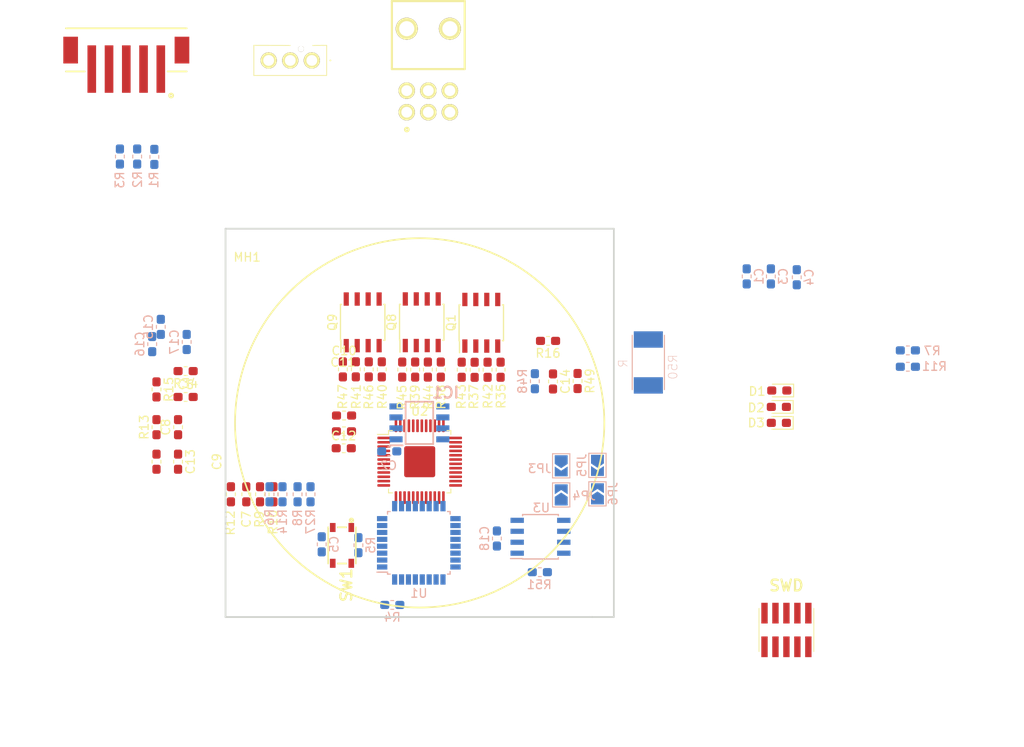
<source format=kicad_pcb>
(kicad_pcb (version 20171130) (host pcbnew "(5.0.2)-1")

  (general
    (thickness 1.6)
    (drawings 14)
    (tracks 0)
    (zones 0)
    (modules 75)
    (nets 94)
  )

  (page A4)
  (layers
    (0 F.Cu signal)
    (31 B.Cu signal)
    (32 B.Adhes user)
    (33 F.Adhes user)
    (34 B.Paste user)
    (35 F.Paste user)
    (36 B.SilkS user)
    (37 F.SilkS user)
    (38 B.Mask user)
    (39 F.Mask user)
    (40 Dwgs.User user)
    (41 Cmts.User user)
    (42 Eco1.User user)
    (43 Eco2.User user)
    (44 Edge.Cuts user)
    (45 Margin user)
    (46 B.CrtYd user)
    (47 F.CrtYd user)
    (48 B.Fab user)
    (49 F.Fab user)
  )

  (setup
    (last_trace_width 0.25)
    (user_trace_width 1)
    (user_trace_width 2)
    (user_trace_width 2.5)
    (user_trace_width 3)
    (trace_clearance 0.2)
    (zone_clearance 0.254)
    (zone_45_only yes)
    (trace_min 0.2)
    (segment_width 0.2)
    (edge_width 0.15)
    (via_size 0.6)
    (via_drill 0.4)
    (via_min_size 0.4)
    (via_min_drill 0.3)
    (uvia_size 0.3)
    (uvia_drill 0.1)
    (uvias_allowed no)
    (uvia_min_size 0.2)
    (uvia_min_drill 0.1)
    (pcb_text_width 0.3)
    (pcb_text_size 1.5 1.5)
    (mod_edge_width 0.15)
    (mod_text_size 1 1)
    (mod_text_width 0.15)
    (pad_size 4 5)
    (pad_drill 0)
    (pad_to_mask_clearance 0.2)
    (solder_mask_min_width 0.25)
    (aux_axis_origin 77.5 47.5)
    (visible_elements 7FFDFFFF)
    (pcbplotparams
      (layerselection 0x010f0_ffffffff)
      (usegerberextensions false)
      (usegerberattributes false)
      (usegerberadvancedattributes false)
      (creategerberjobfile false)
      (excludeedgelayer true)
      (linewidth 0.100000)
      (plotframeref false)
      (viasonmask true)
      (mode 1)
      (useauxorigin false)
      (hpglpennumber 1)
      (hpglpenspeed 20)
      (hpglpendiameter 15.000000)
      (psnegative false)
      (psa4output false)
      (plotreference false)
      (plotvalue false)
      (plotinvisibletext false)
      (padsonsilk false)
      (subtractmaskfromsilk true)
      (outputformat 4)
      (mirror false)
      (drillshape 0)
      (scaleselection 1)
      (outputdirectory ""))
  )

  (net 0 "")
  (net 1 GND)
  (net 2 "Net-(C11-Pad1)")
  (net 3 +5V)
  (net 4 +BATT)
  (net 5 "Net-(D1-Pad2)")
  (net 6 "Net-(D2-Pad2)")
  (net 7 H1)
  (net 8 H2)
  (net 9 "Net-(C10-Pad1)")
  (net 10 H3)
  (net 11 FF1)
  (net 12 FF2)
  (net 13 ESF)
  (net 14 "Net-(C8-Pad2)")
  (net 15 "Net-(C7-Pad1)")
  (net 16 "Net-(Q8-Pad2)")
  (net 17 "Net-(Q8-Pad4)")
  (net 18 "Net-(Q9-Pad2)")
  (net 19 "Net-(Q9-Pad4)")
  (net 20 "Net-(J1-Pad2)")
  (net 21 "Net-(J1-Pad3)")
  (net 22 "Net-(J1-Pad4)")
  (net 23 TACHO)
  (net 24 DIR)
  (net 25 PWM)
  (net 26 CSOUT)
  (net 27 +3V3)
  (net 28 /drive/CSP)
  (net 29 /drive/CSN)
  (net 30 "Net-(IC1-Pad3)")
  (net 31 ENCB)
  (net 32 ENCA)
  (net 33 "Net-(Q1-Pad2)")
  (net 34 "Net-(Q1-Pad4)")
  (net 35 "Net-(R14-Pad1)")
  (net 36 /drive/MODE)
  (net 37 /drive/BRAKE)
  (net 38 /drive/COAST)
  (net 39 /drive/GHA)
  (net 40 /drive/GLA)
  (net 41 /drive/GHB)
  (net 42 /drive/GLB)
  (net 43 /drive/GHC)
  (net 44 /drive/GLC)
  (net 45 "Net-(U1-Pad2)")
  (net 46 "Net-(U1-Pad3)")
  (net 47 "Net-(U1-Pad7)")
  (net 48 "Net-(U1-Pad8)")
  (net 49 "Net-(U1-Pad9)")
  (net 50 "Net-(U1-Pad10)")
  (net 51 "Net-(U1-Pad18)")
  (net 52 "Net-(U1-Pad26)")
  (net 53 "Net-(U1-Pad27)")
  (net 54 "Net-(U1-Pad28)")
  (net 55 "Net-(U1-Pad29)")
  (net 56 "Net-(U2-Pad1)")
  (net 57 "Net-(U2-Pad13)")
  (net 58 "Net-(U2-Pad37)")
  (net 59 /drive/DIRO)
  (net 60 "Net-(U2-Pad47)")
  (net 61 "Net-(U2-Pad48)")
  (net 62 RESET)
  (net 63 "Net-(C8-Pad1)")
  (net 64 "Net-(C9-Pad2)")
  (net 65 "Net-(C12-Pad1)")
  (net 66 I2C1_SDA)
  (net 67 I2C1_SCL)
  (net 68 "Net-(R4-Pad2)")
  (net 69 "Net-(R27-Pad1)")
  (net 70 "Net-(R10-Pad1)")
  (net 71 "Net-(R15-Pad2)")
  (net 72 USART1_TX)
  (net 73 USART1_RX)
  (net 74 CAN_RX)
  (net 75 CAN_TX)
  (net 76 SWDIO)
  (net 77 SWCLK)
  (net 78 "Net-(U3-Pad5)")
  (net 79 CANL)
  (net 80 CANH)
  (net 81 "Net-(R51-Pad1)")
  (net 82 phase_A)
  (net 83 phase_B)
  (net 84 phase_C)
  (net 85 /drive/LSS)
  (net 86 "Net-(D3-Pad2)")
  (net 87 "Net-(J2-Pad3)")
  (net 88 "Net-(J2-Pad4)")
  (net 89 "Net-(J3-Pad6)")
  (net 90 "Net-(J3-Pad7)")
  (net 91 "Net-(J3-Pad8)")
  (net 92 "Net-(J3-Pad9)")
  (net 93 "Net-(J3-Pad1)")

  (net_class Default "これは標準のネット クラスです。"
    (clearance 0.2)
    (trace_width 0.25)
    (via_dia 0.6)
    (via_drill 0.4)
    (uvia_dia 0.3)
    (uvia_drill 0.1)
    (add_net +3V3)
    (add_net +5V)
    (add_net +BATT)
    (add_net /drive/BRAKE)
    (add_net /drive/COAST)
    (add_net /drive/CSN)
    (add_net /drive/CSP)
    (add_net /drive/DIRO)
    (add_net /drive/GHA)
    (add_net /drive/GHB)
    (add_net /drive/GHC)
    (add_net /drive/GLA)
    (add_net /drive/GLB)
    (add_net /drive/GLC)
    (add_net /drive/LSS)
    (add_net /drive/MODE)
    (add_net CANH)
    (add_net CANL)
    (add_net CAN_RX)
    (add_net CAN_TX)
    (add_net CSOUT)
    (add_net DIR)
    (add_net ENCA)
    (add_net ENCB)
    (add_net ESF)
    (add_net FF1)
    (add_net FF2)
    (add_net GND)
    (add_net H1)
    (add_net H2)
    (add_net H3)
    (add_net I2C1_SCL)
    (add_net I2C1_SDA)
    (add_net "Net-(C10-Pad1)")
    (add_net "Net-(C11-Pad1)")
    (add_net "Net-(C12-Pad1)")
    (add_net "Net-(C7-Pad1)")
    (add_net "Net-(C8-Pad1)")
    (add_net "Net-(C8-Pad2)")
    (add_net "Net-(C9-Pad2)")
    (add_net "Net-(D1-Pad2)")
    (add_net "Net-(D2-Pad2)")
    (add_net "Net-(D3-Pad2)")
    (add_net "Net-(IC1-Pad3)")
    (add_net "Net-(J1-Pad2)")
    (add_net "Net-(J1-Pad3)")
    (add_net "Net-(J1-Pad4)")
    (add_net "Net-(J2-Pad3)")
    (add_net "Net-(J2-Pad4)")
    (add_net "Net-(J3-Pad1)")
    (add_net "Net-(J3-Pad6)")
    (add_net "Net-(J3-Pad7)")
    (add_net "Net-(J3-Pad8)")
    (add_net "Net-(J3-Pad9)")
    (add_net "Net-(Q1-Pad2)")
    (add_net "Net-(Q1-Pad4)")
    (add_net "Net-(Q8-Pad2)")
    (add_net "Net-(Q8-Pad4)")
    (add_net "Net-(Q9-Pad2)")
    (add_net "Net-(Q9-Pad4)")
    (add_net "Net-(R10-Pad1)")
    (add_net "Net-(R14-Pad1)")
    (add_net "Net-(R15-Pad2)")
    (add_net "Net-(R27-Pad1)")
    (add_net "Net-(R4-Pad2)")
    (add_net "Net-(R51-Pad1)")
    (add_net "Net-(U1-Pad10)")
    (add_net "Net-(U1-Pad18)")
    (add_net "Net-(U1-Pad2)")
    (add_net "Net-(U1-Pad26)")
    (add_net "Net-(U1-Pad27)")
    (add_net "Net-(U1-Pad28)")
    (add_net "Net-(U1-Pad29)")
    (add_net "Net-(U1-Pad3)")
    (add_net "Net-(U1-Pad7)")
    (add_net "Net-(U1-Pad8)")
    (add_net "Net-(U1-Pad9)")
    (add_net "Net-(U2-Pad1)")
    (add_net "Net-(U2-Pad13)")
    (add_net "Net-(U2-Pad37)")
    (add_net "Net-(U2-Pad47)")
    (add_net "Net-(U2-Pad48)")
    (add_net "Net-(U3-Pad5)")
    (add_net PWM)
    (add_net RESET)
    (add_net SWCLK)
    (add_net SWDIO)
    (add_net TACHO)
    (add_net USART1_RX)
    (add_net USART1_TX)
    (add_net phase_A)
    (add_net phase_B)
    (add_net phase_C)
  )

  (module "B5B-PH-SM4-TB(LF)(SN):B5B-PH-SM4-TB" (layer F.Cu) (tedit 5BD83933) (tstamp 5BE054BF)
    (at 43.5 6.5)
    (descr B5B-PH-SM4-TB)
    (tags Connector)
    (path /5BCC80EF)
    (attr smd)
    (fp_text reference J1 (at -1.432 -3.068) (layer F.SilkS) hide
      (effects (font (size 1.27 1.27) (thickness 0.254)))
    )
    (fp_text value HallIn/PH5 (at -1.432 -3.068) (layer F.SilkS) hide
      (effects (font (size 1.27 1.27) (thickness 0.254)))
    )
    (fp_line (start -7 -4.725) (end 7 -4.725) (layer Dwgs.User) (width 0.2))
    (fp_line (start 7 -4.725) (end 7 0.275) (layer Dwgs.User) (width 0.2))
    (fp_line (start 7 0.275) (end -7 0.275) (layer Dwgs.User) (width 0.2))
    (fp_line (start -7 0.275) (end -7 -4.725) (layer Dwgs.User) (width 0.2))
    (fp_line (start -7 -4.725) (end 7 -4.725) (layer F.SilkS) (width 0.2))
    (fp_line (start -7 0.275) (end -4.815 0.275) (layer F.SilkS) (width 0.2))
    (fp_line (start 7 0.275) (end 4.782 0.275) (layer F.SilkS) (width 0.2))
    (fp_circle (center 5.195 3.067) (end 4.98936 3.067) (layer F.SilkS) (width 0.254))
    (pad 1 smd rect (at 4 0) (size 1 5.5) (layers F.Cu F.Paste F.Mask)
      (net 3 +5V))
    (pad 2 smd rect (at 2 0) (size 1 5.5) (layers F.Cu F.Paste F.Mask)
      (net 20 "Net-(J1-Pad2)"))
    (pad 3 smd rect (at 0 0) (size 1 5.5) (layers F.Cu F.Paste F.Mask)
      (net 21 "Net-(J1-Pad3)"))
    (pad 4 smd rect (at -2 0) (size 1 5.5) (layers F.Cu F.Paste F.Mask)
      (net 22 "Net-(J1-Pad4)"))
    (pad 5 smd rect (at -4 0) (size 1 5.5) (layers F.Cu F.Paste F.Mask)
      (net 1 GND))
    (pad 6 smd rect (at -6.45 -2.2) (size 1.7 3.1) (layers F.Cu F.Paste F.Mask))
    (pad 7 smd rect (at 6.45 -2.2) (size 1.7 3.1) (layers F.Cu F.Paste F.Mask))
  )

  (module Capacitor_SMD:C_0603_1608Metric_Pad1.05x0.95mm_HandSolder (layer B.Cu) (tedit 5B301BBE) (tstamp 5BCF5DAA)
    (at 115.4 30.525 90)
    (descr "Capacitor SMD 0603 (1608 Metric), square (rectangular) end terminal, IPC_7351 nominal with elongated pad for handsoldering. (Body size source: http://www.tortai-tech.com/upload/download/2011102023233369053.pdf), generated with kicad-footprint-generator")
    (tags "capacitor handsolder")
    (path /5BBFA474)
    (attr smd)
    (fp_text reference C1 (at 0 1.43 90) (layer B.SilkS)
      (effects (font (size 1 1) (thickness 0.15)) (justify mirror))
    )
    (fp_text value 1n (at 0 -1.43 90) (layer B.Fab)
      (effects (font (size 1 1) (thickness 0.15)) (justify mirror))
    )
    (fp_line (start -0.8 -0.4) (end -0.8 0.4) (layer B.Fab) (width 0.1))
    (fp_line (start -0.8 0.4) (end 0.8 0.4) (layer B.Fab) (width 0.1))
    (fp_line (start 0.8 0.4) (end 0.8 -0.4) (layer B.Fab) (width 0.1))
    (fp_line (start 0.8 -0.4) (end -0.8 -0.4) (layer B.Fab) (width 0.1))
    (fp_line (start -0.171267 0.51) (end 0.171267 0.51) (layer B.SilkS) (width 0.12))
    (fp_line (start -0.171267 -0.51) (end 0.171267 -0.51) (layer B.SilkS) (width 0.12))
    (fp_line (start -1.65 -0.73) (end -1.65 0.73) (layer B.CrtYd) (width 0.05))
    (fp_line (start -1.65 0.73) (end 1.65 0.73) (layer B.CrtYd) (width 0.05))
    (fp_line (start 1.65 0.73) (end 1.65 -0.73) (layer B.CrtYd) (width 0.05))
    (fp_line (start 1.65 -0.73) (end -1.65 -0.73) (layer B.CrtYd) (width 0.05))
    (fp_text user %R (at 0 0 90) (layer B.Fab)
      (effects (font (size 0.4 0.4) (thickness 0.06)) (justify mirror))
    )
    (pad 1 smd roundrect (at -0.875 0 90) (size 1.05 0.95) (layers B.Cu B.Paste B.Mask) (roundrect_rratio 0.25)
      (net 7 H1))
    (pad 2 smd roundrect (at 0.875 0 90) (size 1.05 0.95) (layers B.Cu B.Paste B.Mask) (roundrect_rratio 0.25)
      (net 1 GND))
    (model ${KISYS3DMOD}/Capacitor_SMD.3dshapes/C_0603_1608Metric.wrl
      (at (xyz 0 0 0))
      (scale (xyz 1 1 1))
      (rotate (xyz 0 0 0))
    )
  )

  (module 105314-1206:105314-1206 (layer F.Cu) (tedit 5BD83943) (tstamp 5BE054D4)
    (at 78.5 9 180)
    (descr 105314-1206)
    (tags Connector)
    (path /5BC6DD75)
    (fp_text reference J2 (at -0.581 4.21 180) (layer F.SilkS) hide
      (effects (font (size 1.27 1.27) (thickness 0.254)))
    )
    (fp_text value INPUT/nanofit6 (at -0.581 4.21 180) (layer F.SilkS) hide
      (effects (font (size 1.27 1.27) (thickness 0.254)))
    )
    (fp_line (start -4.22 2.5) (end 4.22 2.5) (layer Dwgs.User) (width 0.25))
    (fp_line (start 4.22 2.5) (end 4.22 10.38) (layer Dwgs.User) (width 0.25))
    (fp_line (start 4.22 10.38) (end -4.22 10.38) (layer Dwgs.User) (width 0.25))
    (fp_line (start -4.22 10.38) (end -4.22 2.5) (layer Dwgs.User) (width 0.25))
    (fp_line (start -4.22 2.5) (end -4.22 10.38) (layer F.SilkS) (width 0.25))
    (fp_line (start -4.22 10.38) (end 4.22 10.38) (layer F.SilkS) (width 0.25))
    (fp_line (start 4.22 10.38) (end 4.22 2.5) (layer F.SilkS) (width 0.25))
    (fp_line (start 4.22 2.5) (end -4.22 2.5) (layer F.SilkS) (width 0.25))
    (fp_circle (center 2.49 -4.51) (end 2.41758 -4.51) (layer F.SilkS) (width 0.254))
    (pad 1 thru_hole circle (at 2.5 -2.5 270) (size 1.9 1.9) (drill 1.25) (layers *.Cu *.Mask F.SilkS)
      (net 4 +BATT))
    (pad 2 thru_hole circle (at 0 -2.5 270) (size 1.9 1.9) (drill 1.25) (layers *.Cu *.Mask F.SilkS)
      (net 27 +3V3))
    (pad 3 thru_hole circle (at -2.5 -2.5 270) (size 1.9 1.9) (drill 1.25) (layers *.Cu *.Mask F.SilkS)
      (net 87 "Net-(J2-Pad3)"))
    (pad 4 thru_hole circle (at 2.5 0 270) (size 1.9 1.9) (drill 1.25) (layers *.Cu *.Mask F.SilkS)
      (net 88 "Net-(J2-Pad4)"))
    (pad 5 thru_hole circle (at 0 0 270) (size 1.9 1.9) (drill 1.25) (layers *.Cu *.Mask F.SilkS)
      (net 1 GND))
    (pad 6 thru_hole circle (at -2.5 0 270) (size 1.9 1.9) (drill 1.25) (layers *.Cu *.Mask F.SilkS)
      (net 1 GND))
    (pad 7 thru_hole circle (at -2.5 7.18 270) (size 2.55 2.55) (drill 1.75) (layers *.Cu *.Mask F.SilkS))
    (pad 8 thru_hole circle (at 2.5 7.18 270) (size 2.55 2.55) (drill 1.75) (layers *.Cu *.Mask F.SilkS))
  )

  (module Package_SO:SOIC-8_3.9x4.9mm_P1.27mm locked (layer F.Cu) (tedit 5A02F2D3) (tstamp 5BCE9C5F)
    (at 70.895 35.85 90)
    (descr "8-Lead Plastic Small Outline (SN) - Narrow, 3.90 mm Body [SOIC] (see Microchip Packaging Specification 00000049BS.pdf)")
    (tags "SOIC 1.27")
    (path /5BC854D1/5BCC8D4E)
    (attr smd)
    (fp_text reference Q9 (at 0 -3.5 90) (layer F.SilkS)
      (effects (font (size 1 1) (thickness 0.15)))
    )
    (fp_text value IRF8313TRPBF (at 0 3.5 90) (layer F.Fab)
      (effects (font (size 1 1) (thickness 0.15)))
    )
    (fp_text user %R (at 0 0 90) (layer F.Fab)
      (effects (font (size 1 1) (thickness 0.15)))
    )
    (fp_line (start -0.95 -2.45) (end 1.95 -2.45) (layer F.Fab) (width 0.1))
    (fp_line (start 1.95 -2.45) (end 1.95 2.45) (layer F.Fab) (width 0.1))
    (fp_line (start 1.95 2.45) (end -1.95 2.45) (layer F.Fab) (width 0.1))
    (fp_line (start -1.95 2.45) (end -1.95 -1.45) (layer F.Fab) (width 0.1))
    (fp_line (start -1.95 -1.45) (end -0.95 -2.45) (layer F.Fab) (width 0.1))
    (fp_line (start -3.73 -2.7) (end -3.73 2.7) (layer F.CrtYd) (width 0.05))
    (fp_line (start 3.73 -2.7) (end 3.73 2.7) (layer F.CrtYd) (width 0.05))
    (fp_line (start -3.73 -2.7) (end 3.73 -2.7) (layer F.CrtYd) (width 0.05))
    (fp_line (start -3.73 2.7) (end 3.73 2.7) (layer F.CrtYd) (width 0.05))
    (fp_line (start -2.075 -2.575) (end -2.075 -2.525) (layer F.SilkS) (width 0.15))
    (fp_line (start 2.075 -2.575) (end 2.075 -2.43) (layer F.SilkS) (width 0.15))
    (fp_line (start 2.075 2.575) (end 2.075 2.43) (layer F.SilkS) (width 0.15))
    (fp_line (start -2.075 2.575) (end -2.075 2.43) (layer F.SilkS) (width 0.15))
    (fp_line (start -2.075 -2.575) (end 2.075 -2.575) (layer F.SilkS) (width 0.15))
    (fp_line (start -2.075 2.575) (end 2.075 2.575) (layer F.SilkS) (width 0.15))
    (fp_line (start -2.075 -2.525) (end -3.475 -2.525) (layer F.SilkS) (width 0.15))
    (pad 1 smd rect (at -2.7 -1.905 90) (size 1.55 0.6) (layers F.Cu F.Paste F.Mask)
      (net 85 /drive/LSS))
    (pad 2 smd rect (at -2.7 -0.635 90) (size 1.55 0.6) (layers F.Cu F.Paste F.Mask)
      (net 18 "Net-(Q9-Pad2)"))
    (pad 3 smd rect (at -2.7 0.635 90) (size 1.55 0.6) (layers F.Cu F.Paste F.Mask)
      (net 82 phase_A))
    (pad 4 smd rect (at -2.7 1.905 90) (size 1.55 0.6) (layers F.Cu F.Paste F.Mask)
      (net 19 "Net-(Q9-Pad4)"))
    (pad 5 smd rect (at 2.7 1.905 90) (size 1.55 0.6) (layers F.Cu F.Paste F.Mask)
      (net 4 +BATT))
    (pad 6 smd rect (at 2.7 0.635 90) (size 1.55 0.6) (layers F.Cu F.Paste F.Mask)
      (net 4 +BATT))
    (pad 7 smd rect (at 2.7 -0.635 90) (size 1.55 0.6) (layers F.Cu F.Paste F.Mask)
      (net 82 phase_A))
    (pad 8 smd rect (at 2.7 -1.905 90) (size 1.55 0.6) (layers F.Cu F.Paste F.Mask)
      (net 82 phase_A))
    (model ${KISYS3DMOD}/Package_SO.3dshapes/SOIC-8_3.9x4.9mm_P1.27mm.wrl
      (at (xyz 0 0 0))
      (scale (xyz 1 1 1))
      (rotate (xyz 0 0 0))
    )
  )

  (module Capacitor_SMD:C_0603_1608Metric_Pad1.05x0.95mm_HandSolder (layer B.Cu) (tedit 5BD1274D) (tstamp 5BCF24E5)
    (at 118.2 30.525 90)
    (descr "Capacitor SMD 0603 (1608 Metric), square (rectangular) end terminal, IPC_7351 nominal with elongated pad for handsoldering. (Body size source: http://www.tortai-tech.com/upload/download/2011102023233369053.pdf), generated with kicad-footprint-generator")
    (tags "capacitor handsolder")
    (path /5BBFAC42)
    (attr smd)
    (fp_text reference C3 (at 0 1.43 90) (layer B.SilkS)
      (effects (font (size 1 1) (thickness 0.15)) (justify mirror))
    )
    (fp_text value 1n (at 0 -1.43 90) (layer B.Fab)
      (effects (font (size 1 1) (thickness 0.15)) (justify mirror))
    )
    (fp_text user %R (at 0 0 90) (layer B.Fab)
      (effects (font (size 0.4 0.4) (thickness 0.06)) (justify mirror))
    )
    (fp_line (start 1.65 -0.73) (end -1.65 -0.73) (layer B.CrtYd) (width 0.05))
    (fp_line (start 1.65 0.73) (end 1.65 -0.73) (layer B.CrtYd) (width 0.05))
    (fp_line (start -1.65 0.73) (end 1.65 0.73) (layer B.CrtYd) (width 0.05))
    (fp_line (start -1.65 -0.73) (end -1.65 0.73) (layer B.CrtYd) (width 0.05))
    (fp_line (start -0.171267 -0.51) (end 0.171267 -0.51) (layer B.SilkS) (width 0.12))
    (fp_line (start -0.171267 0.51) (end 0.171267 0.51) (layer B.SilkS) (width 0.12))
    (fp_line (start 0.8 -0.4) (end -0.8 -0.4) (layer B.Fab) (width 0.1))
    (fp_line (start 0.8 0.4) (end 0.8 -0.4) (layer B.Fab) (width 0.1))
    (fp_line (start -0.8 0.4) (end 0.8 0.4) (layer B.Fab) (width 0.1))
    (fp_line (start -0.8 -0.4) (end -0.8 0.4) (layer B.Fab) (width 0.1))
    (pad 2 smd roundrect (at 0.875 0 90) (size 1.05 0.95) (layers B.Cu B.Paste B.Mask) (roundrect_rratio 0.25)
      (net 1 GND))
    (pad 1 smd roundrect (at -0.875 0 90) (size 1.05 0.95) (layers B.Cu B.Paste B.Mask) (roundrect_rratio 0.25)
      (net 8 H2))
    (model ${KISYS3DMOD}/Capacitor_SMD.3dshapes/C_0603_1608Metric.wrl
      (at (xyz 0 0 0))
      (scale (xyz 1 1 1))
      (rotate (xyz 0 0 0))
    )
  )

  (module Capacitor_SMD:C_0603_1608Metric_Pad1.05x0.95mm_HandSolder (layer B.Cu) (tedit 5B301BBE) (tstamp 5BCEEA78)
    (at 121.2 30.625 90)
    (descr "Capacitor SMD 0603 (1608 Metric), square (rectangular) end terminal, IPC_7351 nominal with elongated pad for handsoldering. (Body size source: http://www.tortai-tech.com/upload/download/2011102023233369053.pdf), generated with kicad-footprint-generator")
    (tags "capacitor handsolder")
    (path /5BBFAC8C)
    (attr smd)
    (fp_text reference C4 (at 0 1.43 90) (layer B.SilkS)
      (effects (font (size 1 1) (thickness 0.15)) (justify mirror))
    )
    (fp_text value 1n (at 0 -1.43 90) (layer B.Fab)
      (effects (font (size 1 1) (thickness 0.15)) (justify mirror))
    )
    (fp_line (start -0.8 -0.4) (end -0.8 0.4) (layer B.Fab) (width 0.1))
    (fp_line (start -0.8 0.4) (end 0.8 0.4) (layer B.Fab) (width 0.1))
    (fp_line (start 0.8 0.4) (end 0.8 -0.4) (layer B.Fab) (width 0.1))
    (fp_line (start 0.8 -0.4) (end -0.8 -0.4) (layer B.Fab) (width 0.1))
    (fp_line (start -0.171267 0.51) (end 0.171267 0.51) (layer B.SilkS) (width 0.12))
    (fp_line (start -0.171267 -0.51) (end 0.171267 -0.51) (layer B.SilkS) (width 0.12))
    (fp_line (start -1.65 -0.73) (end -1.65 0.73) (layer B.CrtYd) (width 0.05))
    (fp_line (start -1.65 0.73) (end 1.65 0.73) (layer B.CrtYd) (width 0.05))
    (fp_line (start 1.65 0.73) (end 1.65 -0.73) (layer B.CrtYd) (width 0.05))
    (fp_line (start 1.65 -0.73) (end -1.65 -0.73) (layer B.CrtYd) (width 0.05))
    (fp_text user %R (at 0 0 90) (layer B.Fab)
      (effects (font (size 0.4 0.4) (thickness 0.06)) (justify mirror))
    )
    (pad 1 smd roundrect (at -0.875 0 90) (size 1.05 0.95) (layers B.Cu B.Paste B.Mask) (roundrect_rratio 0.25)
      (net 10 H3))
    (pad 2 smd roundrect (at 0.875 0 90) (size 1.05 0.95) (layers B.Cu B.Paste B.Mask) (roundrect_rratio 0.25)
      (net 1 GND))
    (model ${KISYS3DMOD}/Capacitor_SMD.3dshapes/C_0603_1608Metric.wrl
      (at (xyz 0 0 0))
      (scale (xyz 1 1 1))
      (rotate (xyz 0 0 0))
    )
  )

  (module Capacitor_SMD:C_0603_1608Metric_Pad1.05x0.95mm_HandSolder (layer B.Cu) (tedit 5B301BBE) (tstamp 5BCEEA79)
    (at 66.15 61.575 90)
    (descr "Capacitor SMD 0603 (1608 Metric), square (rectangular) end terminal, IPC_7351 nominal with elongated pad for handsoldering. (Body size source: http://www.tortai-tech.com/upload/download/2011102023233369053.pdf), generated with kicad-footprint-generator")
    (tags "capacitor handsolder")
    (path /5BC85831)
    (attr smd)
    (fp_text reference C5 (at 0 1.43 90) (layer B.SilkS)
      (effects (font (size 1 1) (thickness 0.15)) (justify mirror))
    )
    (fp_text value C_Small (at 0 -1.43 90) (layer B.Fab)
      (effects (font (size 1 1) (thickness 0.15)) (justify mirror))
    )
    (fp_text user %R (at 0 0 90) (layer B.Fab)
      (effects (font (size 0.4 0.4) (thickness 0.06)) (justify mirror))
    )
    (fp_line (start 1.65 -0.73) (end -1.65 -0.73) (layer B.CrtYd) (width 0.05))
    (fp_line (start 1.65 0.73) (end 1.65 -0.73) (layer B.CrtYd) (width 0.05))
    (fp_line (start -1.65 0.73) (end 1.65 0.73) (layer B.CrtYd) (width 0.05))
    (fp_line (start -1.65 -0.73) (end -1.65 0.73) (layer B.CrtYd) (width 0.05))
    (fp_line (start -0.171267 -0.51) (end 0.171267 -0.51) (layer B.SilkS) (width 0.12))
    (fp_line (start -0.171267 0.51) (end 0.171267 0.51) (layer B.SilkS) (width 0.12))
    (fp_line (start 0.8 -0.4) (end -0.8 -0.4) (layer B.Fab) (width 0.1))
    (fp_line (start 0.8 0.4) (end 0.8 -0.4) (layer B.Fab) (width 0.1))
    (fp_line (start -0.8 0.4) (end 0.8 0.4) (layer B.Fab) (width 0.1))
    (fp_line (start -0.8 -0.4) (end -0.8 0.4) (layer B.Fab) (width 0.1))
    (pad 2 smd roundrect (at 0.875 0 90) (size 1.05 0.95) (layers B.Cu B.Paste B.Mask) (roundrect_rratio 0.25)
      (net 1 GND))
    (pad 1 smd roundrect (at -0.875 0 90) (size 1.05 0.95) (layers B.Cu B.Paste B.Mask) (roundrect_rratio 0.25)
      (net 62 RESET))
    (model ${KISYS3DMOD}/Capacitor_SMD.3dshapes/C_0603_1608Metric.wrl
      (at (xyz 0 0 0))
      (scale (xyz 1 1 1))
      (rotate (xyz 0 0 0))
    )
  )

  (module Capacitor_SMD:C_0603_1608Metric_Pad1.05x0.95mm_HandSolder (layer F.Cu) (tedit 5B301BBE) (tstamp 5BCF8516)
    (at 50.375 44.5)
    (descr "Capacitor SMD 0603 (1608 Metric), square (rectangular) end terminal, IPC_7351 nominal with elongated pad for handsoldering. (Body size source: http://www.tortai-tech.com/upload/download/2011102023233369053.pdf), generated with kicad-footprint-generator")
    (tags "capacitor handsolder")
    (path /5BC854D1/5BCC8C58)
    (attr smd)
    (fp_text reference C6 (at 0 -1.43) (layer F.SilkS)
      (effects (font (size 1 1) (thickness 0.15)))
    )
    (fp_text value 0.1u (at 0 1.43) (layer F.Fab)
      (effects (font (size 1 1) (thickness 0.15)))
    )
    (fp_text user %R (at 0 0) (layer F.Fab)
      (effects (font (size 0.4 0.4) (thickness 0.06)))
    )
    (fp_line (start 1.65 0.73) (end -1.65 0.73) (layer F.CrtYd) (width 0.05))
    (fp_line (start 1.65 -0.73) (end 1.65 0.73) (layer F.CrtYd) (width 0.05))
    (fp_line (start -1.65 -0.73) (end 1.65 -0.73) (layer F.CrtYd) (width 0.05))
    (fp_line (start -1.65 0.73) (end -1.65 -0.73) (layer F.CrtYd) (width 0.05))
    (fp_line (start -0.171267 0.51) (end 0.171267 0.51) (layer F.SilkS) (width 0.12))
    (fp_line (start -0.171267 -0.51) (end 0.171267 -0.51) (layer F.SilkS) (width 0.12))
    (fp_line (start 0.8 0.4) (end -0.8 0.4) (layer F.Fab) (width 0.1))
    (fp_line (start 0.8 -0.4) (end 0.8 0.4) (layer F.Fab) (width 0.1))
    (fp_line (start -0.8 -0.4) (end 0.8 -0.4) (layer F.Fab) (width 0.1))
    (fp_line (start -0.8 0.4) (end -0.8 -0.4) (layer F.Fab) (width 0.1))
    (pad 2 smd roundrect (at 0.875 0) (size 1.05 0.95) (layers F.Cu F.Paste F.Mask) (roundrect_rratio 0.25)
      (net 1 GND))
    (pad 1 smd roundrect (at -0.875 0) (size 1.05 0.95) (layers F.Cu F.Paste F.Mask) (roundrect_rratio 0.25)
      (net 3 +5V))
    (model ${KISYS3DMOD}/Capacitor_SMD.3dshapes/C_0603_1608Metric.wrl
      (at (xyz 0 0 0))
      (scale (xyz 1 1 1))
      (rotate (xyz 0 0 0))
    )
  )

  (module Capacitor_SMD:C_0603_1608Metric_Pad1.05x0.95mm_HandSolder (layer F.Cu) (tedit 5B301BBE) (tstamp 5BCF84A4)
    (at 57.404 55.775 270)
    (descr "Capacitor SMD 0603 (1608 Metric), square (rectangular) end terminal, IPC_7351 nominal with elongated pad for handsoldering. (Body size source: http://www.tortai-tech.com/upload/download/2011102023233369053.pdf), generated with kicad-footprint-generator")
    (tags "capacitor handsolder")
    (path /5BC854D1/5BCC8C74)
    (attr smd)
    (fp_text reference C7 (at 2.899 0 270) (layer F.SilkS)
      (effects (font (size 1 1) (thickness 0.15)))
    )
    (fp_text value 0.68u (at 0 1.43 270) (layer F.Fab)
      (effects (font (size 1 1) (thickness 0.15)))
    )
    (fp_line (start -0.8 0.4) (end -0.8 -0.4) (layer F.Fab) (width 0.1))
    (fp_line (start -0.8 -0.4) (end 0.8 -0.4) (layer F.Fab) (width 0.1))
    (fp_line (start 0.8 -0.4) (end 0.8 0.4) (layer F.Fab) (width 0.1))
    (fp_line (start 0.8 0.4) (end -0.8 0.4) (layer F.Fab) (width 0.1))
    (fp_line (start -0.171267 -0.51) (end 0.171267 -0.51) (layer F.SilkS) (width 0.12))
    (fp_line (start -0.171267 0.51) (end 0.171267 0.51) (layer F.SilkS) (width 0.12))
    (fp_line (start -1.65 0.73) (end -1.65 -0.73) (layer F.CrtYd) (width 0.05))
    (fp_line (start -1.65 -0.73) (end 1.65 -0.73) (layer F.CrtYd) (width 0.05))
    (fp_line (start 1.65 -0.73) (end 1.65 0.73) (layer F.CrtYd) (width 0.05))
    (fp_line (start 1.65 0.73) (end -1.65 0.73) (layer F.CrtYd) (width 0.05))
    (fp_text user %R (at 0 0 270) (layer F.Fab)
      (effects (font (size 0.4 0.4) (thickness 0.06)))
    )
    (pad 1 smd roundrect (at -0.875 0 270) (size 1.05 0.95) (layers F.Cu F.Paste F.Mask) (roundrect_rratio 0.25)
      (net 15 "Net-(C7-Pad1)"))
    (pad 2 smd roundrect (at 0.875 0 270) (size 1.05 0.95) (layers F.Cu F.Paste F.Mask) (roundrect_rratio 0.25)
      (net 1 GND))
    (model ${KISYS3DMOD}/Capacitor_SMD.3dshapes/C_0603_1608Metric.wrl
      (at (xyz 0 0 0))
      (scale (xyz 1 1 1))
      (rotate (xyz 0 0 0))
    )
  )

  (module Capacitor_SMD:C_0603_1608Metric_Pad1.05x0.95mm_HandSolder (layer F.Cu) (tedit 5B301BBE) (tstamp 5C19E225)
    (at 49.5 48 90)
    (descr "Capacitor SMD 0603 (1608 Metric), square (rectangular) end terminal, IPC_7351 nominal with elongated pad for handsoldering. (Body size source: http://www.tortai-tech.com/upload/download/2011102023233369053.pdf), generated with kicad-footprint-generator")
    (tags "capacitor handsolder")
    (path /5BC854D1/5BCC8C3C)
    (attr smd)
    (fp_text reference C8 (at 0 -1.43 90) (layer F.SilkS)
      (effects (font (size 1 1) (thickness 0.15)))
    )
    (fp_text value 0.47u (at 0 1.43 90) (layer F.Fab)
      (effects (font (size 1 1) (thickness 0.15)))
    )
    (fp_text user %R (at 0 0 90) (layer F.Fab)
      (effects (font (size 0.4 0.4) (thickness 0.06)))
    )
    (fp_line (start 1.65 0.73) (end -1.65 0.73) (layer F.CrtYd) (width 0.05))
    (fp_line (start 1.65 -0.73) (end 1.65 0.73) (layer F.CrtYd) (width 0.05))
    (fp_line (start -1.65 -0.73) (end 1.65 -0.73) (layer F.CrtYd) (width 0.05))
    (fp_line (start -1.65 0.73) (end -1.65 -0.73) (layer F.CrtYd) (width 0.05))
    (fp_line (start -0.171267 0.51) (end 0.171267 0.51) (layer F.SilkS) (width 0.12))
    (fp_line (start -0.171267 -0.51) (end 0.171267 -0.51) (layer F.SilkS) (width 0.12))
    (fp_line (start 0.8 0.4) (end -0.8 0.4) (layer F.Fab) (width 0.1))
    (fp_line (start 0.8 -0.4) (end 0.8 0.4) (layer F.Fab) (width 0.1))
    (fp_line (start -0.8 -0.4) (end 0.8 -0.4) (layer F.Fab) (width 0.1))
    (fp_line (start -0.8 0.4) (end -0.8 -0.4) (layer F.Fab) (width 0.1))
    (pad 2 smd roundrect (at 0.875 0 90) (size 1.05 0.95) (layers F.Cu F.Paste F.Mask) (roundrect_rratio 0.25)
      (net 14 "Net-(C8-Pad2)"))
    (pad 1 smd roundrect (at -0.875 0 90) (size 1.05 0.95) (layers F.Cu F.Paste F.Mask) (roundrect_rratio 0.25)
      (net 63 "Net-(C8-Pad1)"))
    (model ${KISYS3DMOD}/Capacitor_SMD.3dshapes/C_0603_1608Metric.wrl
      (at (xyz 0 0 0))
      (scale (xyz 1 1 1))
      (rotate (xyz 0 0 0))
    )
  )

  (module Capacitor_SMD:C_0603_1608Metric_Pad1.05x0.95mm_HandSolder (layer F.Cu) (tedit 5B301BBE) (tstamp 5BC82FEE)
    (at 47 52 270)
    (descr "Capacitor SMD 0603 (1608 Metric), square (rectangular) end terminal, IPC_7351 nominal with elongated pad for handsoldering. (Body size source: http://www.tortai-tech.com/upload/download/2011102023233369053.pdf), generated with kicad-footprint-generator")
    (tags "capacitor handsolder")
    (path /5BC854D1/5BCC8C43)
    (attr smd)
    (fp_text reference C9 (at 0 -7 270) (layer F.SilkS)
      (effects (font (size 1 1) (thickness 0.15)))
    )
    (fp_text value 10u (at 0 1.43 270) (layer F.Fab)
      (effects (font (size 1 1) (thickness 0.15)))
    )
    (fp_line (start -0.8 0.4) (end -0.8 -0.4) (layer F.Fab) (width 0.1))
    (fp_line (start -0.8 -0.4) (end 0.8 -0.4) (layer F.Fab) (width 0.1))
    (fp_line (start 0.8 -0.4) (end 0.8 0.4) (layer F.Fab) (width 0.1))
    (fp_line (start 0.8 0.4) (end -0.8 0.4) (layer F.Fab) (width 0.1))
    (fp_line (start -0.171267 -0.51) (end 0.171267 -0.51) (layer F.SilkS) (width 0.12))
    (fp_line (start -0.171267 0.51) (end 0.171267 0.51) (layer F.SilkS) (width 0.12))
    (fp_line (start -1.65 0.73) (end -1.65 -0.73) (layer F.CrtYd) (width 0.05))
    (fp_line (start -1.65 -0.73) (end 1.65 -0.73) (layer F.CrtYd) (width 0.05))
    (fp_line (start 1.65 -0.73) (end 1.65 0.73) (layer F.CrtYd) (width 0.05))
    (fp_line (start 1.65 0.73) (end -1.65 0.73) (layer F.CrtYd) (width 0.05))
    (fp_text user %R (at 0 0 270) (layer F.Fab)
      (effects (font (size 0.4 0.4) (thickness 0.06)))
    )
    (pad 1 smd roundrect (at -0.875 0 270) (size 1.05 0.95) (layers F.Cu F.Paste F.Mask) (roundrect_rratio 0.25)
      (net 1 GND))
    (pad 2 smd roundrect (at 0.875 0 270) (size 1.05 0.95) (layers F.Cu F.Paste F.Mask) (roundrect_rratio 0.25)
      (net 64 "Net-(C9-Pad2)"))
    (model ${KISYS3DMOD}/Capacitor_SMD.3dshapes/C_0603_1608Metric.wrl
      (at (xyz 0 0 0))
      (scale (xyz 1 1 1))
      (rotate (xyz 0 0 0))
    )
  )

  (module Capacitor_SMD:C_0603_1608Metric_Pad1.05x0.95mm_HandSolder (layer F.Cu) (tedit 5B301BBE) (tstamp 5BCEEACC)
    (at 68.735 46.65)
    (descr "Capacitor SMD 0603 (1608 Metric), square (rectangular) end terminal, IPC_7351 nominal with elongated pad for handsoldering. (Body size source: http://www.tortai-tech.com/upload/download/2011102023233369053.pdf), generated with kicad-footprint-generator")
    (tags "capacitor handsolder")
    (path /5BC854D1/5BCC8C5F)
    (attr smd)
    (fp_text reference C10 (at 0 -7.5) (layer F.SilkS)
      (effects (font (size 1 1) (thickness 0.15)))
    )
    (fp_text value 0.22u (at 0 1.43) (layer F.Fab)
      (effects (font (size 1 1) (thickness 0.15)))
    )
    (fp_text user %R (at 0 0) (layer F.Fab)
      (effects (font (size 0.4 0.4) (thickness 0.06)))
    )
    (fp_line (start 1.65 0.73) (end -1.65 0.73) (layer F.CrtYd) (width 0.05))
    (fp_line (start 1.65 -0.73) (end 1.65 0.73) (layer F.CrtYd) (width 0.05))
    (fp_line (start -1.65 -0.73) (end 1.65 -0.73) (layer F.CrtYd) (width 0.05))
    (fp_line (start -1.65 0.73) (end -1.65 -0.73) (layer F.CrtYd) (width 0.05))
    (fp_line (start -0.171267 0.51) (end 0.171267 0.51) (layer F.SilkS) (width 0.12))
    (fp_line (start -0.171267 -0.51) (end 0.171267 -0.51) (layer F.SilkS) (width 0.12))
    (fp_line (start 0.8 0.4) (end -0.8 0.4) (layer F.Fab) (width 0.1))
    (fp_line (start 0.8 -0.4) (end 0.8 0.4) (layer F.Fab) (width 0.1))
    (fp_line (start -0.8 -0.4) (end 0.8 -0.4) (layer F.Fab) (width 0.1))
    (fp_line (start -0.8 0.4) (end -0.8 -0.4) (layer F.Fab) (width 0.1))
    (pad 2 smd roundrect (at 0.875 0) (size 1.05 0.95) (layers F.Cu F.Paste F.Mask) (roundrect_rratio 0.25)
      (net 82 phase_A))
    (pad 1 smd roundrect (at -0.875 0) (size 1.05 0.95) (layers F.Cu F.Paste F.Mask) (roundrect_rratio 0.25)
      (net 9 "Net-(C10-Pad1)"))
    (model ${KISYS3DMOD}/Capacitor_SMD.3dshapes/C_0603_1608Metric.wrl
      (at (xyz 0 0 0))
      (scale (xyz 1 1 1))
      (rotate (xyz 0 0 0))
    )
  )

  (module Capacitor_SMD:C_0603_1608Metric_Pad1.05x0.95mm_HandSolder (layer F.Cu) (tedit 5B301BBE) (tstamp 5BCEEF78)
    (at 68.725 48.48)
    (descr "Capacitor SMD 0603 (1608 Metric), square (rectangular) end terminal, IPC_7351 nominal with elongated pad for handsoldering. (Body size source: http://www.tortai-tech.com/upload/download/2011102023233369053.pdf), generated with kicad-footprint-generator")
    (tags "capacitor handsolder")
    (path /5BC854D1/5BCC8C66)
    (attr smd)
    (fp_text reference C11 (at -0.125 -8) (layer F.SilkS)
      (effects (font (size 1 1) (thickness 0.15)))
    )
    (fp_text value 0.22u (at 0 1.43) (layer F.Fab)
      (effects (font (size 1 1) (thickness 0.15)))
    )
    (fp_line (start -0.8 0.4) (end -0.8 -0.4) (layer F.Fab) (width 0.1))
    (fp_line (start -0.8 -0.4) (end 0.8 -0.4) (layer F.Fab) (width 0.1))
    (fp_line (start 0.8 -0.4) (end 0.8 0.4) (layer F.Fab) (width 0.1))
    (fp_line (start 0.8 0.4) (end -0.8 0.4) (layer F.Fab) (width 0.1))
    (fp_line (start -0.171267 -0.51) (end 0.171267 -0.51) (layer F.SilkS) (width 0.12))
    (fp_line (start -0.171267 0.51) (end 0.171267 0.51) (layer F.SilkS) (width 0.12))
    (fp_line (start -1.65 0.73) (end -1.65 -0.73) (layer F.CrtYd) (width 0.05))
    (fp_line (start -1.65 -0.73) (end 1.65 -0.73) (layer F.CrtYd) (width 0.05))
    (fp_line (start 1.65 -0.73) (end 1.65 0.73) (layer F.CrtYd) (width 0.05))
    (fp_line (start 1.65 0.73) (end -1.65 0.73) (layer F.CrtYd) (width 0.05))
    (fp_text user %R (at 0 0 -180) (layer F.Fab)
      (effects (font (size 0.4 0.4) (thickness 0.06)))
    )
    (pad 1 smd roundrect (at -0.875 0) (size 1.05 0.95) (layers F.Cu F.Paste F.Mask) (roundrect_rratio 0.25)
      (net 2 "Net-(C11-Pad1)"))
    (pad 2 smd roundrect (at 0.875 0) (size 1.05 0.95) (layers F.Cu F.Paste F.Mask) (roundrect_rratio 0.25)
      (net 83 phase_B))
    (model ${KISYS3DMOD}/Capacitor_SMD.3dshapes/C_0603_1608Metric.wrl
      (at (xyz 0 0 0))
      (scale (xyz 1 1 1))
      (rotate (xyz 0 0 0))
    )
  )

  (module Capacitor_SMD:C_0603_1608Metric_Pad1.05x0.95mm_HandSolder (layer F.Cu) (tedit 5B301BBE) (tstamp 5BCEF23A)
    (at 68.7 50.44)
    (descr "Capacitor SMD 0603 (1608 Metric), square (rectangular) end terminal, IPC_7351 nominal with elongated pad for handsoldering. (Body size source: http://www.tortai-tech.com/upload/download/2011102023233369053.pdf), generated with kicad-footprint-generator")
    (tags "capacitor handsolder")
    (path /5BC854D1/5BCC8C6D)
    (attr smd)
    (fp_text reference C12 (at 0 -1.43) (layer F.SilkS)
      (effects (font (size 1 1) (thickness 0.15)))
    )
    (fp_text value 0.22u (at 0 1.43) (layer F.Fab)
      (effects (font (size 1 1) (thickness 0.15)))
    )
    (fp_line (start -0.8 0.4) (end -0.8 -0.4) (layer F.Fab) (width 0.1))
    (fp_line (start -0.8 -0.4) (end 0.8 -0.4) (layer F.Fab) (width 0.1))
    (fp_line (start 0.8 -0.4) (end 0.8 0.4) (layer F.Fab) (width 0.1))
    (fp_line (start 0.8 0.4) (end -0.8 0.4) (layer F.Fab) (width 0.1))
    (fp_line (start -0.171267 -0.51) (end 0.171267 -0.51) (layer F.SilkS) (width 0.12))
    (fp_line (start -0.171267 0.51) (end 0.171267 0.51) (layer F.SilkS) (width 0.12))
    (fp_line (start -1.65 0.73) (end -1.65 -0.73) (layer F.CrtYd) (width 0.05))
    (fp_line (start -1.65 -0.73) (end 1.65 -0.73) (layer F.CrtYd) (width 0.05))
    (fp_line (start 1.65 -0.73) (end 1.65 0.73) (layer F.CrtYd) (width 0.05))
    (fp_line (start 1.65 0.73) (end -1.65 0.73) (layer F.CrtYd) (width 0.05))
    (fp_text user %R (at 0 0) (layer F.Fab)
      (effects (font (size 0.4 0.4) (thickness 0.06)))
    )
    (pad 1 smd roundrect (at -0.875 0) (size 1.05 0.95) (layers F.Cu F.Paste F.Mask) (roundrect_rratio 0.25)
      (net 65 "Net-(C12-Pad1)"))
    (pad 2 smd roundrect (at 0.875 0) (size 1.05 0.95) (layers F.Cu F.Paste F.Mask) (roundrect_rratio 0.25)
      (net 84 phase_C))
    (model ${KISYS3DMOD}/Capacitor_SMD.3dshapes/C_0603_1608Metric.wrl
      (at (xyz 0 0 0))
      (scale (xyz 1 1 1))
      (rotate (xyz 0 0 0))
    )
  )

  (module Capacitor_SMD:C_0603_1608Metric_Pad1.05x0.95mm_HandSolder (layer F.Cu) (tedit 5B301BBE) (tstamp 5BCEEAFC)
    (at 49.5 52 270)
    (descr "Capacitor SMD 0603 (1608 Metric), square (rectangular) end terminal, IPC_7351 nominal with elongated pad for handsoldering. (Body size source: http://www.tortai-tech.com/upload/download/2011102023233369053.pdf), generated with kicad-footprint-generator")
    (tags "capacitor handsolder")
    (path /5BC854D1/5BCC8C4A)
    (attr smd)
    (fp_text reference C13 (at 0 -1.43 270) (layer F.SilkS)
      (effects (font (size 1 1) (thickness 0.15)))
    )
    (fp_text value 0.1u (at 0 1.43 270) (layer F.Fab)
      (effects (font (size 1 1) (thickness 0.15)))
    )
    (fp_text user %R (at 0 0 270) (layer F.Fab)
      (effects (font (size 0.4 0.4) (thickness 0.06)))
    )
    (fp_line (start 1.65 0.73) (end -1.65 0.73) (layer F.CrtYd) (width 0.05))
    (fp_line (start 1.65 -0.73) (end 1.65 0.73) (layer F.CrtYd) (width 0.05))
    (fp_line (start -1.65 -0.73) (end 1.65 -0.73) (layer F.CrtYd) (width 0.05))
    (fp_line (start -1.65 0.73) (end -1.65 -0.73) (layer F.CrtYd) (width 0.05))
    (fp_line (start -0.171267 0.51) (end 0.171267 0.51) (layer F.SilkS) (width 0.12))
    (fp_line (start -0.171267 -0.51) (end 0.171267 -0.51) (layer F.SilkS) (width 0.12))
    (fp_line (start 0.8 0.4) (end -0.8 0.4) (layer F.Fab) (width 0.1))
    (fp_line (start 0.8 -0.4) (end 0.8 0.4) (layer F.Fab) (width 0.1))
    (fp_line (start -0.8 -0.4) (end 0.8 -0.4) (layer F.Fab) (width 0.1))
    (fp_line (start -0.8 0.4) (end -0.8 -0.4) (layer F.Fab) (width 0.1))
    (pad 2 smd roundrect (at 0.875 0 270) (size 1.05 0.95) (layers F.Cu F.Paste F.Mask) (roundrect_rratio 0.25)
      (net 85 /drive/LSS))
    (pad 1 smd roundrect (at -0.875 0 270) (size 1.05 0.95) (layers F.Cu F.Paste F.Mask) (roundrect_rratio 0.25)
      (net 1 GND))
    (model ${KISYS3DMOD}/Capacitor_SMD.3dshapes/C_0603_1608Metric.wrl
      (at (xyz 0 0 0))
      (scale (xyz 1 1 1))
      (rotate (xyz 0 0 0))
    )
  )

  (module Capacitor_SMD:C_0603_1608Metric_Pad1.05x0.95mm_HandSolder (layer F.Cu) (tedit 5B301BBE) (tstamp 5BCF3EC1)
    (at 92.95 42.7 270)
    (descr "Capacitor SMD 0603 (1608 Metric), square (rectangular) end terminal, IPC_7351 nominal with elongated pad for handsoldering. (Body size source: http://www.tortai-tech.com/upload/download/2011102023233369053.pdf), generated with kicad-footprint-generator")
    (tags "capacitor handsolder")
    (path /5BC854D1/5BCC8B7C)
    (attr smd)
    (fp_text reference C14 (at 0 -1.43 270) (layer F.SilkS)
      (effects (font (size 1 1) (thickness 0.15)))
    )
    (fp_text value 1nF (at 0 1.43 270) (layer F.Fab)
      (effects (font (size 1 1) (thickness 0.15)))
    )
    (fp_text user %R (at 0 0 270) (layer F.Fab)
      (effects (font (size 0.4 0.4) (thickness 0.06)))
    )
    (fp_line (start 1.65 0.73) (end -1.65 0.73) (layer F.CrtYd) (width 0.05))
    (fp_line (start 1.65 -0.73) (end 1.65 0.73) (layer F.CrtYd) (width 0.05))
    (fp_line (start -1.65 -0.73) (end 1.65 -0.73) (layer F.CrtYd) (width 0.05))
    (fp_line (start -1.65 0.73) (end -1.65 -0.73) (layer F.CrtYd) (width 0.05))
    (fp_line (start -0.171267 0.51) (end 0.171267 0.51) (layer F.SilkS) (width 0.12))
    (fp_line (start -0.171267 -0.51) (end 0.171267 -0.51) (layer F.SilkS) (width 0.12))
    (fp_line (start 0.8 0.4) (end -0.8 0.4) (layer F.Fab) (width 0.1))
    (fp_line (start 0.8 -0.4) (end 0.8 0.4) (layer F.Fab) (width 0.1))
    (fp_line (start -0.8 -0.4) (end 0.8 -0.4) (layer F.Fab) (width 0.1))
    (fp_line (start -0.8 0.4) (end -0.8 -0.4) (layer F.Fab) (width 0.1))
    (pad 2 smd roundrect (at 0.875 0 270) (size 1.05 0.95) (layers F.Cu F.Paste F.Mask) (roundrect_rratio 0.25)
      (net 28 /drive/CSP))
    (pad 1 smd roundrect (at -0.875 0 270) (size 1.05 0.95) (layers F.Cu F.Paste F.Mask) (roundrect_rratio 0.25)
      (net 29 /drive/CSN))
    (model ${KISYS3DMOD}/Capacitor_SMD.3dshapes/C_0603_1608Metric.wrl
      (at (xyz 0 0 0))
      (scale (xyz 1 1 1))
      (rotate (xyz 0 0 0))
    )
  )

  (module Capacitor_SMD:C_0603_1608Metric_Pad1.05x0.95mm_HandSolder (layer B.Cu) (tedit 5B301BBE) (tstamp 5BCF3B1B)
    (at 47.5 36.375 270)
    (descr "Capacitor SMD 0603 (1608 Metric), square (rectangular) end terminal, IPC_7351 nominal with elongated pad for handsoldering. (Body size source: http://www.tortai-tech.com/upload/download/2011102023233369053.pdf), generated with kicad-footprint-generator")
    (tags "capacitor handsolder")
    (path /5BC854D1/5BCC8D08)
    (attr smd)
    (fp_text reference C15 (at 0 1.43 270) (layer B.SilkS)
      (effects (font (size 1 1) (thickness 0.15)) (justify mirror))
    )
    (fp_text value 220u (at 0 -1.43 270) (layer B.Fab)
      (effects (font (size 1 1) (thickness 0.15)) (justify mirror))
    )
    (fp_line (start -0.8 -0.4) (end -0.8 0.4) (layer B.Fab) (width 0.1))
    (fp_line (start -0.8 0.4) (end 0.8 0.4) (layer B.Fab) (width 0.1))
    (fp_line (start 0.8 0.4) (end 0.8 -0.4) (layer B.Fab) (width 0.1))
    (fp_line (start 0.8 -0.4) (end -0.8 -0.4) (layer B.Fab) (width 0.1))
    (fp_line (start -0.171267 0.51) (end 0.171267 0.51) (layer B.SilkS) (width 0.12))
    (fp_line (start -0.171267 -0.51) (end 0.171267 -0.51) (layer B.SilkS) (width 0.12))
    (fp_line (start -1.65 -0.73) (end -1.65 0.73) (layer B.CrtYd) (width 0.05))
    (fp_line (start -1.65 0.73) (end 1.65 0.73) (layer B.CrtYd) (width 0.05))
    (fp_line (start 1.65 0.73) (end 1.65 -0.73) (layer B.CrtYd) (width 0.05))
    (fp_line (start 1.65 -0.73) (end -1.65 -0.73) (layer B.CrtYd) (width 0.05))
    (fp_text user %R (at 0 0 90) (layer B.Fab)
      (effects (font (size 0.4 0.4) (thickness 0.06)) (justify mirror))
    )
    (pad 1 smd roundrect (at -0.875 0 270) (size 1.05 0.95) (layers B.Cu B.Paste B.Mask) (roundrect_rratio 0.25)
      (net 4 +BATT))
    (pad 2 smd roundrect (at 0.875 0 270) (size 1.05 0.95) (layers B.Cu B.Paste B.Mask) (roundrect_rratio 0.25)
      (net 85 /drive/LSS))
    (model ${KISYS3DMOD}/Capacitor_SMD.3dshapes/C_0603_1608Metric.wrl
      (at (xyz 0 0 0))
      (scale (xyz 1 1 1))
      (rotate (xyz 0 0 0))
    )
  )

  (module Capacitor_SMD:C_0603_1608Metric_Pad1.05x0.95mm_HandSolder (layer B.Cu) (tedit 5B301BBE) (tstamp 5BCEEB3D)
    (at 46.5 38.375 270)
    (descr "Capacitor SMD 0603 (1608 Metric), square (rectangular) end terminal, IPC_7351 nominal with elongated pad for handsoldering. (Body size source: http://www.tortai-tech.com/upload/download/2011102023233369053.pdf), generated with kicad-footprint-generator")
    (tags "capacitor handsolder")
    (path /5BC854D1/5BCC8D32)
    (attr smd)
    (fp_text reference C16 (at 0 1.43 270) (layer B.SilkS)
      (effects (font (size 1 1) (thickness 0.15)) (justify mirror))
    )
    (fp_text value 220u (at 0 -1.43 270) (layer B.Fab)
      (effects (font (size 1 1) (thickness 0.15)) (justify mirror))
    )
    (fp_line (start -0.8 -0.4) (end -0.8 0.4) (layer B.Fab) (width 0.1))
    (fp_line (start -0.8 0.4) (end 0.8 0.4) (layer B.Fab) (width 0.1))
    (fp_line (start 0.8 0.4) (end 0.8 -0.4) (layer B.Fab) (width 0.1))
    (fp_line (start 0.8 -0.4) (end -0.8 -0.4) (layer B.Fab) (width 0.1))
    (fp_line (start -0.171267 0.51) (end 0.171267 0.51) (layer B.SilkS) (width 0.12))
    (fp_line (start -0.171267 -0.51) (end 0.171267 -0.51) (layer B.SilkS) (width 0.12))
    (fp_line (start -1.65 -0.73) (end -1.65 0.73) (layer B.CrtYd) (width 0.05))
    (fp_line (start -1.65 0.73) (end 1.65 0.73) (layer B.CrtYd) (width 0.05))
    (fp_line (start 1.65 0.73) (end 1.65 -0.73) (layer B.CrtYd) (width 0.05))
    (fp_line (start 1.65 -0.73) (end -1.65 -0.73) (layer B.CrtYd) (width 0.05))
    (fp_text user %R (at 0 0 270) (layer B.Fab)
      (effects (font (size 0.4 0.4) (thickness 0.06)) (justify mirror))
    )
    (pad 1 smd roundrect (at -0.875 0 270) (size 1.05 0.95) (layers B.Cu B.Paste B.Mask) (roundrect_rratio 0.25)
      (net 4 +BATT))
    (pad 2 smd roundrect (at 0.875 0 270) (size 1.05 0.95) (layers B.Cu B.Paste B.Mask) (roundrect_rratio 0.25)
      (net 85 /drive/LSS))
    (model ${KISYS3DMOD}/Capacitor_SMD.3dshapes/C_0603_1608Metric.wrl
      (at (xyz 0 0 0))
      (scale (xyz 1 1 1))
      (rotate (xyz 0 0 0))
    )
  )

  (module LED_SMD:LED_0603_1608Metric_Pad1.05x0.95mm_HandSolder (layer F.Cu) (tedit 5B4B45C9) (tstamp 5BCE928B)
    (at 119.175 43.75 180)
    (descr "LED SMD 0603 (1608 Metric), square (rectangular) end terminal, IPC_7351 nominal, (Body size source: http://www.tortai-tech.com/upload/download/2011102023233369053.pdf), generated with kicad-footprint-generator")
    (tags "LED handsolder")
    (path /5BB7D60B)
    (attr smd)
    (fp_text reference D1 (at 2.575 -0.1 180) (layer F.SilkS)
      (effects (font (size 1 1) (thickness 0.15)))
    )
    (fp_text value BLUE (at 0 1.43 180) (layer F.Fab)
      (effects (font (size 1 1) (thickness 0.15)))
    )
    (fp_line (start 0.8 -0.4) (end -0.5 -0.4) (layer F.Fab) (width 0.1))
    (fp_line (start -0.5 -0.4) (end -0.8 -0.1) (layer F.Fab) (width 0.1))
    (fp_line (start -0.8 -0.1) (end -0.8 0.4) (layer F.Fab) (width 0.1))
    (fp_line (start -0.8 0.4) (end 0.8 0.4) (layer F.Fab) (width 0.1))
    (fp_line (start 0.8 0.4) (end 0.8 -0.4) (layer F.Fab) (width 0.1))
    (fp_line (start 0.8 -0.735) (end -1.66 -0.735) (layer F.SilkS) (width 0.12))
    (fp_line (start -1.66 -0.735) (end -1.66 0.735) (layer F.SilkS) (width 0.12))
    (fp_line (start -1.66 0.735) (end 0.8 0.735) (layer F.SilkS) (width 0.12))
    (fp_line (start -1.65 0.73) (end -1.65 -0.73) (layer F.CrtYd) (width 0.05))
    (fp_line (start -1.65 -0.73) (end 1.65 -0.73) (layer F.CrtYd) (width 0.05))
    (fp_line (start 1.65 -0.73) (end 1.65 0.73) (layer F.CrtYd) (width 0.05))
    (fp_line (start 1.65 0.73) (end -1.65 0.73) (layer F.CrtYd) (width 0.05))
    (fp_text user %R (at 0 0) (layer F.Fab)
      (effects (font (size 0.4 0.4) (thickness 0.06)))
    )
    (pad 1 smd roundrect (at -0.875 0 180) (size 1.05 0.95) (layers F.Cu F.Paste F.Mask) (roundrect_rratio 0.25)
      (net 1 GND))
    (pad 2 smd roundrect (at 0.875 0 180) (size 1.05 0.95) (layers F.Cu F.Paste F.Mask) (roundrect_rratio 0.25)
      (net 5 "Net-(D1-Pad2)"))
    (model ${KISYS3DMOD}/LED_SMD.3dshapes/LED_0603_1608Metric.wrl
      (at (xyz 0 0 0))
      (scale (xyz 1 1 1))
      (rotate (xyz 0 0 0))
    )
  )

  (module LED_SMD:LED_0603_1608Metric_Pad1.05x0.95mm_HandSolder (layer F.Cu) (tedit 5B4B45C9) (tstamp 5BC60274)
    (at 119.125 45.65 180)
    (descr "LED SMD 0603 (1608 Metric), square (rectangular) end terminal, IPC_7351 nominal, (Body size source: http://www.tortai-tech.com/upload/download/2011102023233369053.pdf), generated with kicad-footprint-generator")
    (tags "LED handsolder")
    (path /5BB84C65)
    (attr smd)
    (fp_text reference D2 (at 2.625 -0.1 180) (layer F.SilkS)
      (effects (font (size 1 1) (thickness 0.15)))
    )
    (fp_text value BLUE (at 0 1.43 180) (layer F.Fab)
      (effects (font (size 1 1) (thickness 0.15)))
    )
    (fp_line (start 0.8 -0.4) (end -0.5 -0.4) (layer F.Fab) (width 0.1))
    (fp_line (start -0.5 -0.4) (end -0.8 -0.1) (layer F.Fab) (width 0.1))
    (fp_line (start -0.8 -0.1) (end -0.8 0.4) (layer F.Fab) (width 0.1))
    (fp_line (start -0.8 0.4) (end 0.8 0.4) (layer F.Fab) (width 0.1))
    (fp_line (start 0.8 0.4) (end 0.8 -0.4) (layer F.Fab) (width 0.1))
    (fp_line (start 0.8 -0.735) (end -1.66 -0.735) (layer F.SilkS) (width 0.12))
    (fp_line (start -1.66 -0.735) (end -1.66 0.735) (layer F.SilkS) (width 0.12))
    (fp_line (start -1.66 0.735) (end 0.8 0.735) (layer F.SilkS) (width 0.12))
    (fp_line (start -1.65 0.73) (end -1.65 -0.73) (layer F.CrtYd) (width 0.05))
    (fp_line (start -1.65 -0.73) (end 1.65 -0.73) (layer F.CrtYd) (width 0.05))
    (fp_line (start 1.65 -0.73) (end 1.65 0.73) (layer F.CrtYd) (width 0.05))
    (fp_line (start 1.65 0.73) (end -1.65 0.73) (layer F.CrtYd) (width 0.05))
    (fp_text user %R (at 0 0) (layer F.Fab)
      (effects (font (size 0.4 0.4) (thickness 0.06)))
    )
    (pad 1 smd roundrect (at -0.875 0 180) (size 1.05 0.95) (layers F.Cu F.Paste F.Mask) (roundrect_rratio 0.25)
      (net 1 GND))
    (pad 2 smd roundrect (at 0.875 0 180) (size 1.05 0.95) (layers F.Cu F.Paste F.Mask) (roundrect_rratio 0.25)
      (net 6 "Net-(D2-Pad2)"))
    (model ${KISYS3DMOD}/LED_SMD.3dshapes/LED_0603_1608Metric.wrl
      (at (xyz 0 0 0))
      (scale (xyz 1 1 1))
      (rotate (xyz 0 0 0))
    )
  )

  (module MountingHole:MountingHole_3.2mm_M3 (layer F.Cu) (tedit 56D1B4CB) (tstamp 5C19CE16)
    (at 57.5 32.5)
    (descr "Mounting Hole 3.2mm, no annular, M3")
    (tags "mounting hole 3.2mm no annular m3")
    (path /5BA9A5EA)
    (attr virtual)
    (fp_text reference MH1 (at 0 -4.2) (layer F.SilkS)
      (effects (font (size 1 1) (thickness 0.15)))
    )
    (fp_text value M3 (at 0 4.2) (layer F.Fab)
      (effects (font (size 1 1) (thickness 0.15)))
    )
    (fp_circle (center 0 0) (end 3.45 0) (layer F.CrtYd) (width 0.05))
    (fp_circle (center 0 0) (end 3.2 0) (layer Cmts.User) (width 0.15))
    (fp_text user %R (at 0.3 0) (layer F.Fab)
      (effects (font (size 1 1) (thickness 0.15)))
    )
    (pad 1 np_thru_hole circle (at 0 0) (size 3.2 3.2) (drill 3.2) (layers *.Cu *.Mask))
  )

  (module MountingHole:MountingHole_3.2mm_M3 (layer F.Cu) (tedit 5BD83959) (tstamp 5BCEEBDD)
    (at 97.5 32.5)
    (descr "Mounting Hole 3.2mm, no annular, M3")
    (tags "mounting hole 3.2mm no annular m3")
    (path /5BA9A840)
    (attr virtual)
    (fp_text reference MH2 (at 0 -4.2) (layer F.SilkS) hide
      (effects (font (size 1 1) (thickness 0.15)))
    )
    (fp_text value M3 (at 0 4.2) (layer F.Fab)
      (effects (font (size 1 1) (thickness 0.15)))
    )
    (fp_text user %R (at 0.3 0) (layer F.Fab)
      (effects (font (size 1 1) (thickness 0.15)))
    )
    (fp_circle (center 0 0) (end 3.2 0) (layer Cmts.User) (width 0.15))
    (fp_circle (center 0 0) (end 3.45 0) (layer F.CrtYd) (width 0.05))
    (pad 1 np_thru_hole circle (at 0 0) (size 3.2 3.2) (drill 3.2) (layers *.Cu *.Mask))
  )

  (module MountingHole:MountingHole_3.2mm_M3 (layer F.Cu) (tedit 5BD8399E) (tstamp 5BCEEBE4)
    (at 97.5 62.5)
    (descr "Mounting Hole 3.2mm, no annular, M3")
    (tags "mounting hole 3.2mm no annular m3")
    (path /5BA9A990)
    (attr virtual)
    (fp_text reference MH3 (at 0 -4.2) (layer F.SilkS) hide
      (effects (font (size 1 1) (thickness 0.15)))
    )
    (fp_text value M3 (at 0 4.2) (layer F.Fab)
      (effects (font (size 1 1) (thickness 0.15)))
    )
    (fp_circle (center 0 0) (end 3.45 0) (layer F.CrtYd) (width 0.05))
    (fp_circle (center 0 0) (end 3.2 0) (layer Cmts.User) (width 0.15))
    (fp_text user %R (at 0.3 0) (layer F.Fab)
      (effects (font (size 1 1) (thickness 0.15)))
    )
    (pad 1 np_thru_hole circle (at 0 0) (size 3.2 3.2) (drill 3.2) (layers *.Cu *.Mask))
  )

  (module MountingHole:MountingHole_3.2mm_M3 (layer F.Cu) (tedit 5BD83998) (tstamp 5BCEEBEB)
    (at 57.5 62.5)
    (descr "Mounting Hole 3.2mm, no annular, M3")
    (tags "mounting hole 3.2mm no annular m3")
    (path /5BA9AA7C)
    (attr virtual)
    (fp_text reference MH4 (at 0 -4.2) (layer F.SilkS) hide
      (effects (font (size 1 1) (thickness 0.15)))
    )
    (fp_text value M3 (at 0 4.2) (layer F.Fab)
      (effects (font (size 1 1) (thickness 0.15)))
    )
    (fp_text user %R (at 0.3 0) (layer F.Fab)
      (effects (font (size 1 1) (thickness 0.15)))
    )
    (fp_circle (center 0 0) (end 3.2 0) (layer Cmts.User) (width 0.15))
    (fp_circle (center 0 0) (end 3.45 0) (layer F.CrtYd) (width 0.05))
    (pad 1 np_thru_hole circle (at 0 0) (size 3.2 3.2) (drill 3.2) (layers *.Cu *.Mask))
  )

  (module Resistor_SMD:R_0603_1608Metric_Pad1.05x0.95mm_HandSolder (layer B.Cu) (tedit 5B301BBD) (tstamp 5C19CDAD)
    (at 46.75 16.675 270)
    (descr "Resistor SMD 0603 (1608 Metric), square (rectangular) end terminal, IPC_7351 nominal with elongated pad for handsoldering. (Body size source: http://www.tortai-tech.com/upload/download/2011102023233369053.pdf), generated with kicad-footprint-generator")
    (tags "resistor handsolder")
    (path /5BCBB9AE)
    (attr smd)
    (fp_text reference R1 (at 2.675 0.05 270) (layer B.SilkS)
      (effects (font (size 1 1) (thickness 0.15)) (justify mirror))
    )
    (fp_text value 1k (at 0 -1.43 270) (layer B.Fab)
      (effects (font (size 1 1) (thickness 0.15)) (justify mirror))
    )
    (fp_line (start -0.8 -0.4) (end -0.8 0.4) (layer B.Fab) (width 0.1))
    (fp_line (start -0.8 0.4) (end 0.8 0.4) (layer B.Fab) (width 0.1))
    (fp_line (start 0.8 0.4) (end 0.8 -0.4) (layer B.Fab) (width 0.1))
    (fp_line (start 0.8 -0.4) (end -0.8 -0.4) (layer B.Fab) (width 0.1))
    (fp_line (start -0.171267 0.51) (end 0.171267 0.51) (layer B.SilkS) (width 0.12))
    (fp_line (start -0.171267 -0.51) (end 0.171267 -0.51) (layer B.SilkS) (width 0.12))
    (fp_line (start -1.65 -0.73) (end -1.65 0.73) (layer B.CrtYd) (width 0.05))
    (fp_line (start -1.65 0.73) (end 1.65 0.73) (layer B.CrtYd) (width 0.05))
    (fp_line (start 1.65 0.73) (end 1.65 -0.73) (layer B.CrtYd) (width 0.05))
    (fp_line (start 1.65 -0.73) (end -1.65 -0.73) (layer B.CrtYd) (width 0.05))
    (fp_text user %R (at 0 0 270) (layer B.Fab)
      (effects (font (size 0.4 0.4) (thickness 0.06)) (justify mirror))
    )
    (pad 1 smd roundrect (at -0.875 0 270) (size 1.05 0.95) (layers B.Cu B.Paste B.Mask) (roundrect_rratio 0.25)
      (net 20 "Net-(J1-Pad2)"))
    (pad 2 smd roundrect (at 0.875 0 270) (size 1.05 0.95) (layers B.Cu B.Paste B.Mask) (roundrect_rratio 0.25)
      (net 10 H3))
    (model ${KISYS3DMOD}/Resistor_SMD.3dshapes/R_0603_1608Metric.wrl
      (at (xyz 0 0 0))
      (scale (xyz 1 1 1))
      (rotate (xyz 0 0 0))
    )
  )

  (module Resistor_SMD:R_0603_1608Metric_Pad1.05x0.95mm_HandSolder (layer B.Cu) (tedit 5B301BBD) (tstamp 5BCE8CDF)
    (at 44.76 16.635 270)
    (descr "Resistor SMD 0603 (1608 Metric), square (rectangular) end terminal, IPC_7351 nominal with elongated pad for handsoldering. (Body size source: http://www.tortai-tech.com/upload/download/2011102023233369053.pdf), generated with kicad-footprint-generator")
    (tags "resistor handsolder")
    (path /5BCC78F1)
    (attr smd)
    (fp_text reference R2 (at 2.665 -0.04 270) (layer B.SilkS)
      (effects (font (size 1 1) (thickness 0.15)) (justify mirror))
    )
    (fp_text value 1k (at 0 -1.43 270) (layer B.Fab)
      (effects (font (size 1 1) (thickness 0.15)) (justify mirror))
    )
    (fp_line (start -0.8 -0.4) (end -0.8 0.4) (layer B.Fab) (width 0.1))
    (fp_line (start -0.8 0.4) (end 0.8 0.4) (layer B.Fab) (width 0.1))
    (fp_line (start 0.8 0.4) (end 0.8 -0.4) (layer B.Fab) (width 0.1))
    (fp_line (start 0.8 -0.4) (end -0.8 -0.4) (layer B.Fab) (width 0.1))
    (fp_line (start -0.171267 0.51) (end 0.171267 0.51) (layer B.SilkS) (width 0.12))
    (fp_line (start -0.171267 -0.51) (end 0.171267 -0.51) (layer B.SilkS) (width 0.12))
    (fp_line (start -1.65 -0.73) (end -1.65 0.73) (layer B.CrtYd) (width 0.05))
    (fp_line (start -1.65 0.73) (end 1.65 0.73) (layer B.CrtYd) (width 0.05))
    (fp_line (start 1.65 0.73) (end 1.65 -0.73) (layer B.CrtYd) (width 0.05))
    (fp_line (start 1.65 -0.73) (end -1.65 -0.73) (layer B.CrtYd) (width 0.05))
    (fp_text user %R (at 0 0 270) (layer B.Fab)
      (effects (font (size 0.4 0.4) (thickness 0.06)) (justify mirror))
    )
    (pad 1 smd roundrect (at -0.875 0 270) (size 1.05 0.95) (layers B.Cu B.Paste B.Mask) (roundrect_rratio 0.25)
      (net 21 "Net-(J1-Pad3)"))
    (pad 2 smd roundrect (at 0.875 0 270) (size 1.05 0.95) (layers B.Cu B.Paste B.Mask) (roundrect_rratio 0.25)
      (net 8 H2))
    (model ${KISYS3DMOD}/Resistor_SMD.3dshapes/R_0603_1608Metric.wrl
      (at (xyz 0 0 0))
      (scale (xyz 1 1 1))
      (rotate (xyz 0 0 0))
    )
  )

  (module Resistor_SMD:R_0603_1608Metric_Pad1.05x0.95mm_HandSolder (layer B.Cu) (tedit 5B301BBD) (tstamp 5BCE9988)
    (at 42.76 16.635 270)
    (descr "Resistor SMD 0603 (1608 Metric), square (rectangular) end terminal, IPC_7351 nominal with elongated pad for handsoldering. (Body size source: http://www.tortai-tech.com/upload/download/2011102023233369053.pdf), generated with kicad-footprint-generator")
    (tags "resistor handsolder")
    (path /5BCC79C3)
    (attr smd)
    (fp_text reference R3 (at 2.715 0.01 270) (layer B.SilkS)
      (effects (font (size 1 1) (thickness 0.15)) (justify mirror))
    )
    (fp_text value 1k (at 0 -1.43 270) (layer B.Fab)
      (effects (font (size 1 1) (thickness 0.15)) (justify mirror))
    )
    (fp_text user %R (at 0 0 270) (layer B.Fab)
      (effects (font (size 0.4 0.4) (thickness 0.06)) (justify mirror))
    )
    (fp_line (start 1.65 -0.73) (end -1.65 -0.73) (layer B.CrtYd) (width 0.05))
    (fp_line (start 1.65 0.73) (end 1.65 -0.73) (layer B.CrtYd) (width 0.05))
    (fp_line (start -1.65 0.73) (end 1.65 0.73) (layer B.CrtYd) (width 0.05))
    (fp_line (start -1.65 -0.73) (end -1.65 0.73) (layer B.CrtYd) (width 0.05))
    (fp_line (start -0.171267 -0.51) (end 0.171267 -0.51) (layer B.SilkS) (width 0.12))
    (fp_line (start -0.171267 0.51) (end 0.171267 0.51) (layer B.SilkS) (width 0.12))
    (fp_line (start 0.8 -0.4) (end -0.8 -0.4) (layer B.Fab) (width 0.1))
    (fp_line (start 0.8 0.4) (end 0.8 -0.4) (layer B.Fab) (width 0.1))
    (fp_line (start -0.8 0.4) (end 0.8 0.4) (layer B.Fab) (width 0.1))
    (fp_line (start -0.8 -0.4) (end -0.8 0.4) (layer B.Fab) (width 0.1))
    (pad 2 smd roundrect (at 0.875 0 270) (size 1.05 0.95) (layers B.Cu B.Paste B.Mask) (roundrect_rratio 0.25)
      (net 7 H1))
    (pad 1 smd roundrect (at -0.875 0 270) (size 1.05 0.95) (layers B.Cu B.Paste B.Mask) (roundrect_rratio 0.25)
      (net 22 "Net-(J1-Pad4)"))
    (model ${KISYS3DMOD}/Resistor_SMD.3dshapes/R_0603_1608Metric.wrl
      (at (xyz 0 0 0))
      (scale (xyz 1 1 1))
      (rotate (xyz 0 0 0))
    )
  )

  (module Resistor_SMD:R_0603_1608Metric_Pad1.05x0.95mm_HandSolder (layer B.Cu) (tedit 5B301BBD) (tstamp 5BCEED09)
    (at 74.325 68.6)
    (descr "Resistor SMD 0603 (1608 Metric), square (rectangular) end terminal, IPC_7351 nominal with elongated pad for handsoldering. (Body size source: http://www.tortai-tech.com/upload/download/2011102023233369053.pdf), generated with kicad-footprint-generator")
    (tags "resistor handsolder")
    (path /5BC8A3CC)
    (attr smd)
    (fp_text reference R4 (at 0 1.43) (layer B.SilkS)
      (effects (font (size 1 1) (thickness 0.15)) (justify mirror))
    )
    (fp_text value 470k (at 0 -1.43) (layer B.Fab)
      (effects (font (size 1 1) (thickness 0.15)) (justify mirror))
    )
    (fp_line (start -0.8 -0.4) (end -0.8 0.4) (layer B.Fab) (width 0.1))
    (fp_line (start -0.8 0.4) (end 0.8 0.4) (layer B.Fab) (width 0.1))
    (fp_line (start 0.8 0.4) (end 0.8 -0.4) (layer B.Fab) (width 0.1))
    (fp_line (start 0.8 -0.4) (end -0.8 -0.4) (layer B.Fab) (width 0.1))
    (fp_line (start -0.171267 0.51) (end 0.171267 0.51) (layer B.SilkS) (width 0.12))
    (fp_line (start -0.171267 -0.51) (end 0.171267 -0.51) (layer B.SilkS) (width 0.12))
    (fp_line (start -1.65 -0.73) (end -1.65 0.73) (layer B.CrtYd) (width 0.05))
    (fp_line (start -1.65 0.73) (end 1.65 0.73) (layer B.CrtYd) (width 0.05))
    (fp_line (start 1.65 0.73) (end 1.65 -0.73) (layer B.CrtYd) (width 0.05))
    (fp_line (start 1.65 -0.73) (end -1.65 -0.73) (layer B.CrtYd) (width 0.05))
    (fp_text user %R (at 0 0) (layer B.Fab)
      (effects (font (size 0.4 0.4) (thickness 0.06)) (justify mirror))
    )
    (pad 1 smd roundrect (at -0.875 0) (size 1.05 0.95) (layers B.Cu B.Paste B.Mask) (roundrect_rratio 0.25)
      (net 1 GND))
    (pad 2 smd roundrect (at 0.875 0) (size 1.05 0.95) (layers B.Cu B.Paste B.Mask) (roundrect_rratio 0.25)
      (net 68 "Net-(R4-Pad2)"))
    (model ${KISYS3DMOD}/Resistor_SMD.3dshapes/R_0603_1608Metric.wrl
      (at (xyz 0 0 0))
      (scale (xyz 1 1 1))
      (rotate (xyz 0 0 0))
    )
  )

  (module Resistor_SMD:R_0603_1608Metric_Pad1.05x0.95mm_HandSolder (layer B.Cu) (tedit 5B301BBD) (tstamp 5BCEED29)
    (at 70.4 61.675 90)
    (descr "Resistor SMD 0603 (1608 Metric), square (rectangular) end terminal, IPC_7351 nominal with elongated pad for handsoldering. (Body size source: http://www.tortai-tech.com/upload/download/2011102023233369053.pdf), generated with kicad-footprint-generator")
    (tags "resistor handsolder")
    (path /5BC8A28C)
    (attr smd)
    (fp_text reference R5 (at 0 1.43 90) (layer B.SilkS)
      (effects (font (size 1 1) (thickness 0.15)) (justify mirror))
    )
    (fp_text value 470k (at 0 -1.43 90) (layer B.Fab)
      (effects (font (size 1 1) (thickness 0.15)) (justify mirror))
    )
    (fp_text user %R (at 0 0 90) (layer B.Fab)
      (effects (font (size 0.4 0.4) (thickness 0.06)) (justify mirror))
    )
    (fp_line (start 1.65 -0.73) (end -1.65 -0.73) (layer B.CrtYd) (width 0.05))
    (fp_line (start 1.65 0.73) (end 1.65 -0.73) (layer B.CrtYd) (width 0.05))
    (fp_line (start -1.65 0.73) (end 1.65 0.73) (layer B.CrtYd) (width 0.05))
    (fp_line (start -1.65 -0.73) (end -1.65 0.73) (layer B.CrtYd) (width 0.05))
    (fp_line (start -0.171267 -0.51) (end 0.171267 -0.51) (layer B.SilkS) (width 0.12))
    (fp_line (start -0.171267 0.51) (end 0.171267 0.51) (layer B.SilkS) (width 0.12))
    (fp_line (start 0.8 -0.4) (end -0.8 -0.4) (layer B.Fab) (width 0.1))
    (fp_line (start 0.8 0.4) (end 0.8 -0.4) (layer B.Fab) (width 0.1))
    (fp_line (start -0.8 0.4) (end 0.8 0.4) (layer B.Fab) (width 0.1))
    (fp_line (start -0.8 -0.4) (end -0.8 0.4) (layer B.Fab) (width 0.1))
    (pad 2 smd roundrect (at 0.875 0 90) (size 1.05 0.95) (layers B.Cu B.Paste B.Mask) (roundrect_rratio 0.25)
      (net 27 +3V3))
    (pad 1 smd roundrect (at -0.875 0 90) (size 1.05 0.95) (layers B.Cu B.Paste B.Mask) (roundrect_rratio 0.25)
      (net 62 RESET))
    (model ${KISYS3DMOD}/Resistor_SMD.3dshapes/R_0603_1608Metric.wrl
      (at (xyz 0 0 0))
      (scale (xyz 1 1 1))
      (rotate (xyz 0 0 0))
    )
  )

  (module Resistor_SMD:R_0603_1608Metric_Pad1.05x0.95mm_HandSolder (layer B.Cu) (tedit 5B301BBD) (tstamp 5BD85163)
    (at 60.1 55.775 270)
    (descr "Resistor SMD 0603 (1608 Metric), square (rectangular) end terminal, IPC_7351 nominal with elongated pad for handsoldering. (Body size source: http://www.tortai-tech.com/upload/download/2011102023233369053.pdf), generated with kicad-footprint-generator")
    (tags "resistor handsolder")
    (path /5BC854D1/5BCC8C8B)
    (attr smd)
    (fp_text reference R6 (at 2.675 0 270) (layer B.SilkS)
      (effects (font (size 1 1) (thickness 0.15)) (justify mirror))
    )
    (fp_text value 10k (at 0 -1.43 270) (layer B.Fab)
      (effects (font (size 1 1) (thickness 0.15)) (justify mirror))
    )
    (fp_line (start -0.8 -0.4) (end -0.8 0.4) (layer B.Fab) (width 0.1))
    (fp_line (start -0.8 0.4) (end 0.8 0.4) (layer B.Fab) (width 0.1))
    (fp_line (start 0.8 0.4) (end 0.8 -0.4) (layer B.Fab) (width 0.1))
    (fp_line (start 0.8 -0.4) (end -0.8 -0.4) (layer B.Fab) (width 0.1))
    (fp_line (start -0.171267 0.51) (end 0.171267 0.51) (layer B.SilkS) (width 0.12))
    (fp_line (start -0.171267 -0.51) (end 0.171267 -0.51) (layer B.SilkS) (width 0.12))
    (fp_line (start -1.65 -0.73) (end -1.65 0.73) (layer B.CrtYd) (width 0.05))
    (fp_line (start -1.65 0.73) (end 1.65 0.73) (layer B.CrtYd) (width 0.05))
    (fp_line (start 1.65 0.73) (end 1.65 -0.73) (layer B.CrtYd) (width 0.05))
    (fp_line (start 1.65 -0.73) (end -1.65 -0.73) (layer B.CrtYd) (width 0.05))
    (fp_text user %R (at 0 0 270) (layer B.Fab)
      (effects (font (size 0.4 0.4) (thickness 0.06)) (justify mirror))
    )
    (pad 1 smd roundrect (at -0.875 0 270) (size 1.05 0.95) (layers B.Cu B.Paste B.Mask) (roundrect_rratio 0.25)
      (net 35 "Net-(R14-Pad1)"))
    (pad 2 smd roundrect (at 0.875 0 270) (size 1.05 0.95) (layers B.Cu B.Paste B.Mask) (roundrect_rratio 0.25)
      (net 3 +5V))
    (model ${KISYS3DMOD}/Resistor_SMD.3dshapes/R_0603_1608Metric.wrl
      (at (xyz 0 0 0))
      (scale (xyz 1 1 1))
      (rotate (xyz 0 0 0))
    )
  )

  (module Resistor_SMD:R_0603_1608Metric_Pad1.05x0.95mm_HandSolder (layer B.Cu) (tedit 5B301BBD) (tstamp 5BCEED3B)
    (at 134.075 39.1 180)
    (descr "Resistor SMD 0603 (1608 Metric), square (rectangular) end terminal, IPC_7351 nominal with elongated pad for handsoldering. (Body size source: http://www.tortai-tech.com/upload/download/2011102023233369053.pdf), generated with kicad-footprint-generator")
    (tags "resistor handsolder")
    (path /5BC6BB18)
    (attr smd)
    (fp_text reference R7 (at -2.825 -0.05 180) (layer B.SilkS)
      (effects (font (size 1 1) (thickness 0.15)) (justify mirror))
    )
    (fp_text value 10k (at 0 -1.43 180) (layer B.Fab)
      (effects (font (size 1 1) (thickness 0.15)) (justify mirror))
    )
    (fp_text user %R (at 0 0 180) (layer B.Fab)
      (effects (font (size 0.4 0.4) (thickness 0.06)) (justify mirror))
    )
    (fp_line (start 1.65 -0.73) (end -1.65 -0.73) (layer B.CrtYd) (width 0.05))
    (fp_line (start 1.65 0.73) (end 1.65 -0.73) (layer B.CrtYd) (width 0.05))
    (fp_line (start -1.65 0.73) (end 1.65 0.73) (layer B.CrtYd) (width 0.05))
    (fp_line (start -1.65 -0.73) (end -1.65 0.73) (layer B.CrtYd) (width 0.05))
    (fp_line (start -0.171267 -0.51) (end 0.171267 -0.51) (layer B.SilkS) (width 0.12))
    (fp_line (start -0.171267 0.51) (end 0.171267 0.51) (layer B.SilkS) (width 0.12))
    (fp_line (start 0.8 -0.4) (end -0.8 -0.4) (layer B.Fab) (width 0.1))
    (fp_line (start 0.8 0.4) (end 0.8 -0.4) (layer B.Fab) (width 0.1))
    (fp_line (start -0.8 0.4) (end 0.8 0.4) (layer B.Fab) (width 0.1))
    (fp_line (start -0.8 -0.4) (end -0.8 0.4) (layer B.Fab) (width 0.1))
    (pad 2 smd roundrect (at 0.875 0 180) (size 1.05 0.95) (layers B.Cu B.Paste B.Mask) (roundrect_rratio 0.25)
      (net 4 +BATT))
    (pad 1 smd roundrect (at -0.875 0 180) (size 1.05 0.95) (layers B.Cu B.Paste B.Mask) (roundrect_rratio 0.25)
      (net 5 "Net-(D1-Pad2)"))
    (model ${KISYS3DMOD}/Resistor_SMD.3dshapes/R_0603_1608Metric.wrl
      (at (xyz 0 0 0))
      (scale (xyz 1 1 1))
      (rotate (xyz 0 0 0))
    )
  )

  (module Resistor_SMD:R_0603_1608Metric_Pad1.05x0.95mm_HandSolder (layer B.Cu) (tedit 5B301BBD) (tstamp 5BCF980C)
    (at 63.35 55.775 270)
    (descr "Resistor SMD 0603 (1608 Metric), square (rectangular) end terminal, IPC_7351 nominal with elongated pad for handsoldering. (Body size source: http://www.tortai-tech.com/upload/download/2011102023233369053.pdf), generated with kicad-footprint-generator")
    (tags "resistor handsolder")
    (path /5BC854D1/5BCC8C93)
    (attr smd)
    (fp_text reference R8 (at 2.725 0 270) (layer B.SilkS)
      (effects (font (size 1 1) (thickness 0.15)) (justify mirror))
    )
    (fp_text value 10k (at 0 -1.43 270) (layer B.Fab)
      (effects (font (size 1 1) (thickness 0.15)) (justify mirror))
    )
    (fp_text user %R (at 0 0 270) (layer B.Fab)
      (effects (font (size 0.4 0.4) (thickness 0.06)) (justify mirror))
    )
    (fp_line (start 1.65 -0.73) (end -1.65 -0.73) (layer B.CrtYd) (width 0.05))
    (fp_line (start 1.65 0.73) (end 1.65 -0.73) (layer B.CrtYd) (width 0.05))
    (fp_line (start -1.65 0.73) (end 1.65 0.73) (layer B.CrtYd) (width 0.05))
    (fp_line (start -1.65 -0.73) (end -1.65 0.73) (layer B.CrtYd) (width 0.05))
    (fp_line (start -0.171267 -0.51) (end 0.171267 -0.51) (layer B.SilkS) (width 0.12))
    (fp_line (start -0.171267 0.51) (end 0.171267 0.51) (layer B.SilkS) (width 0.12))
    (fp_line (start 0.8 -0.4) (end -0.8 -0.4) (layer B.Fab) (width 0.1))
    (fp_line (start 0.8 0.4) (end 0.8 -0.4) (layer B.Fab) (width 0.1))
    (fp_line (start -0.8 0.4) (end 0.8 0.4) (layer B.Fab) (width 0.1))
    (fp_line (start -0.8 -0.4) (end -0.8 0.4) (layer B.Fab) (width 0.1))
    (pad 2 smd roundrect (at 0.875 0 270) (size 1.05 0.95) (layers B.Cu B.Paste B.Mask) (roundrect_rratio 0.25)
      (net 3 +5V))
    (pad 1 smd roundrect (at -0.875 0 270) (size 1.05 0.95) (layers B.Cu B.Paste B.Mask) (roundrect_rratio 0.25)
      (net 69 "Net-(R27-Pad1)"))
    (model ${KISYS3DMOD}/Resistor_SMD.3dshapes/R_0603_1608Metric.wrl
      (at (xyz 0 0 0))
      (scale (xyz 1 1 1))
      (rotate (xyz 0 0 0))
    )
  )

  (module Resistor_SMD:R_0603_1608Metric_Pad1.05x0.95mm_HandSolder (layer F.Cu) (tedit 5B301BBD) (tstamp 5BCEED5C)
    (at 59 55.775 270)
    (descr "Resistor SMD 0603 (1608 Metric), square (rectangular) end terminal, IPC_7351 nominal with elongated pad for handsoldering. (Body size source: http://www.tortai-tech.com/upload/download/2011102023233369053.pdf), generated with kicad-footprint-generator")
    (tags "resistor handsolder")
    (path /5BC854D1/5BCC8C7B)
    (attr smd)
    (fp_text reference R9 (at 2.899 0.072 270) (layer F.SilkS)
      (effects (font (size 1 1) (thickness 0.15)))
    )
    (fp_text value 56k (at 0 1.43 270) (layer F.Fab)
      (effects (font (size 1 1) (thickness 0.15)))
    )
    (fp_text user %R (at 0 0 270) (layer F.Fab)
      (effects (font (size 0.4 0.4) (thickness 0.06)))
    )
    (fp_line (start 1.65 0.73) (end -1.65 0.73) (layer F.CrtYd) (width 0.05))
    (fp_line (start 1.65 -0.73) (end 1.65 0.73) (layer F.CrtYd) (width 0.05))
    (fp_line (start -1.65 -0.73) (end 1.65 -0.73) (layer F.CrtYd) (width 0.05))
    (fp_line (start -1.65 0.73) (end -1.65 -0.73) (layer F.CrtYd) (width 0.05))
    (fp_line (start -0.171267 0.51) (end 0.171267 0.51) (layer F.SilkS) (width 0.12))
    (fp_line (start -0.171267 -0.51) (end 0.171267 -0.51) (layer F.SilkS) (width 0.12))
    (fp_line (start 0.8 0.4) (end -0.8 0.4) (layer F.Fab) (width 0.1))
    (fp_line (start 0.8 -0.4) (end 0.8 0.4) (layer F.Fab) (width 0.1))
    (fp_line (start -0.8 -0.4) (end 0.8 -0.4) (layer F.Fab) (width 0.1))
    (fp_line (start -0.8 0.4) (end -0.8 -0.4) (layer F.Fab) (width 0.1))
    (pad 2 smd roundrect (at 0.875 0 270) (size 1.05 0.95) (layers F.Cu F.Paste F.Mask) (roundrect_rratio 0.25)
      (net 1 GND))
    (pad 1 smd roundrect (at -0.875 0 270) (size 1.05 0.95) (layers F.Cu F.Paste F.Mask) (roundrect_rratio 0.25)
      (net 15 "Net-(C7-Pad1)"))
    (model ${KISYS3DMOD}/Resistor_SMD.3dshapes/R_0603_1608Metric.wrl
      (at (xyz 0 0 0))
      (scale (xyz 1 1 1))
      (rotate (xyz 0 0 0))
    )
  )

  (module Resistor_SMD:R_0603_1608Metric_Pad1.05x0.95mm_HandSolder (layer F.Cu) (tedit 5B301BBD) (tstamp 5BD850B1)
    (at 60.55 55.775 270)
    (descr "Resistor SMD 0603 (1608 Metric), square (rectangular) end terminal, IPC_7351 nominal with elongated pad for handsoldering. (Body size source: http://www.tortai-tech.com/upload/download/2011102023233369053.pdf), generated with kicad-footprint-generator")
    (tags "resistor handsolder")
    (path /5BC854D1/5BCC8C84)
    (attr smd)
    (fp_text reference R10 (at 3.225 0.05 270) (layer F.SilkS)
      (effects (font (size 1 1) (thickness 0.15)))
    )
    (fp_text value RDEAD (at 0 1.43 270) (layer F.Fab)
      (effects (font (size 1 1) (thickness 0.15)))
    )
    (fp_line (start -0.8 0.4) (end -0.8 -0.4) (layer F.Fab) (width 0.1))
    (fp_line (start -0.8 -0.4) (end 0.8 -0.4) (layer F.Fab) (width 0.1))
    (fp_line (start 0.8 -0.4) (end 0.8 0.4) (layer F.Fab) (width 0.1))
    (fp_line (start 0.8 0.4) (end -0.8 0.4) (layer F.Fab) (width 0.1))
    (fp_line (start -0.171267 -0.51) (end 0.171267 -0.51) (layer F.SilkS) (width 0.12))
    (fp_line (start -0.171267 0.51) (end 0.171267 0.51) (layer F.SilkS) (width 0.12))
    (fp_line (start -1.65 0.73) (end -1.65 -0.73) (layer F.CrtYd) (width 0.05))
    (fp_line (start -1.65 -0.73) (end 1.65 -0.73) (layer F.CrtYd) (width 0.05))
    (fp_line (start 1.65 -0.73) (end 1.65 0.73) (layer F.CrtYd) (width 0.05))
    (fp_line (start 1.65 0.73) (end -1.65 0.73) (layer F.CrtYd) (width 0.05))
    (fp_text user %R (at 0 0 270) (layer F.Fab)
      (effects (font (size 0.4 0.4) (thickness 0.06)))
    )
    (pad 1 smd roundrect (at -0.875 0 270) (size 1.05 0.95) (layers F.Cu F.Paste F.Mask) (roundrect_rratio 0.25)
      (net 70 "Net-(R10-Pad1)"))
    (pad 2 smd roundrect (at 0.875 0 270) (size 1.05 0.95) (layers F.Cu F.Paste F.Mask) (roundrect_rratio 0.25)
      (net 1 GND))
    (model ${KISYS3DMOD}/Resistor_SMD.3dshapes/R_0603_1608Metric.wrl
      (at (xyz 0 0 0))
      (scale (xyz 1 1 1))
      (rotate (xyz 0 0 0))
    )
  )

  (module Resistor_SMD:R_0603_1608Metric_Pad1.05x0.95mm_HandSolder (layer B.Cu) (tedit 5B301BBD) (tstamp 5BCEED7D)
    (at 134.075 41 180)
    (descr "Resistor SMD 0603 (1608 Metric), square (rectangular) end terminal, IPC_7351 nominal with elongated pad for handsoldering. (Body size source: http://www.tortai-tech.com/upload/download/2011102023233369053.pdf), generated with kicad-footprint-generator")
    (tags "resistor handsolder")
    (path /5BC6C891)
    (attr smd)
    (fp_text reference R11 (at -3.075 0.05 180) (layer B.SilkS)
      (effects (font (size 1 1) (thickness 0.15)) (justify mirror))
    )
    (fp_text value 10k (at 0 -1.43 180) (layer B.Fab)
      (effects (font (size 1 1) (thickness 0.15)) (justify mirror))
    )
    (fp_text user %R (at 0 0 180) (layer B.Fab)
      (effects (font (size 0.4 0.4) (thickness 0.06)) (justify mirror))
    )
    (fp_line (start 1.65 -0.73) (end -1.65 -0.73) (layer B.CrtYd) (width 0.05))
    (fp_line (start 1.65 0.73) (end 1.65 -0.73) (layer B.CrtYd) (width 0.05))
    (fp_line (start -1.65 0.73) (end 1.65 0.73) (layer B.CrtYd) (width 0.05))
    (fp_line (start -1.65 -0.73) (end -1.65 0.73) (layer B.CrtYd) (width 0.05))
    (fp_line (start -0.171267 -0.51) (end 0.171267 -0.51) (layer B.SilkS) (width 0.12))
    (fp_line (start -0.171267 0.51) (end 0.171267 0.51) (layer B.SilkS) (width 0.12))
    (fp_line (start 0.8 -0.4) (end -0.8 -0.4) (layer B.Fab) (width 0.1))
    (fp_line (start 0.8 0.4) (end 0.8 -0.4) (layer B.Fab) (width 0.1))
    (fp_line (start -0.8 0.4) (end 0.8 0.4) (layer B.Fab) (width 0.1))
    (fp_line (start -0.8 -0.4) (end -0.8 0.4) (layer B.Fab) (width 0.1))
    (pad 2 smd roundrect (at 0.875 0 180) (size 1.05 0.95) (layers B.Cu B.Paste B.Mask) (roundrect_rratio 0.25)
      (net 3 +5V))
    (pad 1 smd roundrect (at -0.875 0 180) (size 1.05 0.95) (layers B.Cu B.Paste B.Mask) (roundrect_rratio 0.25)
      (net 6 "Net-(D2-Pad2)"))
    (model ${KISYS3DMOD}/Resistor_SMD.3dshapes/R_0603_1608Metric.wrl
      (at (xyz 0 0 0))
      (scale (xyz 1 1 1))
      (rotate (xyz 0 0 0))
    )
  )

  (module Resistor_SMD:R_0603_1608Metric_Pad1.05x0.95mm_HandSolder (layer F.Cu) (tedit 5B301BBD) (tstamp 5BCF7D0F)
    (at 55.626 55.775 270)
    (descr "Resistor SMD 0603 (1608 Metric), square (rectangular) end terminal, IPC_7351 nominal with elongated pad for handsoldering. (Body size source: http://www.tortai-tech.com/upload/download/2011102023233369053.pdf), generated with kicad-footprint-generator")
    (tags "resistor handsolder")
    (path /5BC854D1/5BCC8D89)
    (attr smd)
    (fp_text reference R12 (at 3.325 0.076 270) (layer F.SilkS)
      (effects (font (size 1 1) (thickness 0.15)))
    )
    (fp_text value 100k (at 0 1.43 270) (layer F.Fab)
      (effects (font (size 1 1) (thickness 0.15)))
    )
    (fp_text user %R (at 0 0 270) (layer F.Fab)
      (effects (font (size 0.4 0.4) (thickness 0.06)))
    )
    (fp_line (start 1.65 0.73) (end -1.65 0.73) (layer F.CrtYd) (width 0.05))
    (fp_line (start 1.65 -0.73) (end 1.65 0.73) (layer F.CrtYd) (width 0.05))
    (fp_line (start -1.65 -0.73) (end 1.65 -0.73) (layer F.CrtYd) (width 0.05))
    (fp_line (start -1.65 0.73) (end -1.65 -0.73) (layer F.CrtYd) (width 0.05))
    (fp_line (start -0.171267 0.51) (end 0.171267 0.51) (layer F.SilkS) (width 0.12))
    (fp_line (start -0.171267 -0.51) (end 0.171267 -0.51) (layer F.SilkS) (width 0.12))
    (fp_line (start 0.8 0.4) (end -0.8 0.4) (layer F.Fab) (width 0.1))
    (fp_line (start 0.8 -0.4) (end 0.8 0.4) (layer F.Fab) (width 0.1))
    (fp_line (start -0.8 -0.4) (end 0.8 -0.4) (layer F.Fab) (width 0.1))
    (fp_line (start -0.8 0.4) (end -0.8 -0.4) (layer F.Fab) (width 0.1))
    (pad 2 smd roundrect (at 0.875 0 270) (size 1.05 0.95) (layers F.Cu F.Paste F.Mask) (roundrect_rratio 0.25)
      (net 3 +5V))
    (pad 1 smd roundrect (at -0.875 0 270) (size 1.05 0.95) (layers F.Cu F.Paste F.Mask) (roundrect_rratio 0.25)
      (net 36 /drive/MODE))
    (model ${KISYS3DMOD}/Resistor_SMD.3dshapes/R_0603_1608Metric.wrl
      (at (xyz 0 0 0))
      (scale (xyz 1 1 1))
      (rotate (xyz 0 0 0))
    )
  )

  (module Resistor_SMD:R_0603_1608Metric_Pad1.05x0.95mm_HandSolder (layer B.Cu) (tedit 5B301BBD) (tstamp 5BD85060)
    (at 61.6 55.775 270)
    (descr "Resistor SMD 0603 (1608 Metric), square (rectangular) end terminal, IPC_7351 nominal with elongated pad for handsoldering. (Body size source: http://www.tortai-tech.com/upload/download/2011102023233369053.pdf), generated with kicad-footprint-generator")
    (tags "resistor handsolder")
    (path /5BC854D1/5BCC8CBE)
    (attr smd)
    (fp_text reference R14 (at 3.175 0 270) (layer B.SilkS)
      (effects (font (size 1 1) (thickness 0.15)) (justify mirror))
    )
    (fp_text value 10k (at 0 -1.43 270) (layer B.Fab)
      (effects (font (size 1 1) (thickness 0.15)) (justify mirror))
    )
    (fp_line (start -0.8 -0.4) (end -0.8 0.4) (layer B.Fab) (width 0.1))
    (fp_line (start -0.8 0.4) (end 0.8 0.4) (layer B.Fab) (width 0.1))
    (fp_line (start 0.8 0.4) (end 0.8 -0.4) (layer B.Fab) (width 0.1))
    (fp_line (start 0.8 -0.4) (end -0.8 -0.4) (layer B.Fab) (width 0.1))
    (fp_line (start -0.171267 0.51) (end 0.171267 0.51) (layer B.SilkS) (width 0.12))
    (fp_line (start -0.171267 -0.51) (end 0.171267 -0.51) (layer B.SilkS) (width 0.12))
    (fp_line (start -1.65 -0.73) (end -1.65 0.73) (layer B.CrtYd) (width 0.05))
    (fp_line (start -1.65 0.73) (end 1.65 0.73) (layer B.CrtYd) (width 0.05))
    (fp_line (start 1.65 0.73) (end 1.65 -0.73) (layer B.CrtYd) (width 0.05))
    (fp_line (start 1.65 -0.73) (end -1.65 -0.73) (layer B.CrtYd) (width 0.05))
    (fp_text user %R (at 0 0 270) (layer F.Fab)
      (effects (font (size 0.4 0.4) (thickness 0.06)))
    )
    (pad 1 smd roundrect (at -0.875 0 270) (size 1.05 0.95) (layers B.Cu B.Paste B.Mask) (roundrect_rratio 0.25)
      (net 35 "Net-(R14-Pad1)"))
    (pad 2 smd roundrect (at 0.875 0 270) (size 1.05 0.95) (layers B.Cu B.Paste B.Mask) (roundrect_rratio 0.25)
      (net 1 GND))
    (model ${KISYS3DMOD}/Resistor_SMD.3dshapes/R_0603_1608Metric.wrl
      (at (xyz 0 0 0))
      (scale (xyz 1 1 1))
      (rotate (xyz 0 0 0))
    )
  )

  (module Resistor_SMD:R_0603_1608Metric_Pad1.05x0.95mm_HandSolder (layer F.Cu) (tedit 5B301BBD) (tstamp 5BCF4FF9)
    (at 47 43.625 270)
    (descr "Resistor SMD 0603 (1608 Metric), square (rectangular) end terminal, IPC_7351 nominal with elongated pad for handsoldering. (Body size source: http://www.tortai-tech.com/upload/download/2011102023233369053.pdf), generated with kicad-footprint-generator")
    (tags "resistor handsolder")
    (path /5BC854D1/5BCC8C51)
    (attr smd)
    (fp_text reference R15 (at 0 -1.43 270) (layer F.SilkS)
      (effects (font (size 1 1) (thickness 0.15)))
    )
    (fp_text value 27k (at 0 1.43 270) (layer F.Fab)
      (effects (font (size 1 1) (thickness 0.15)))
    )
    (fp_line (start -0.8 0.4) (end -0.8 -0.4) (layer F.Fab) (width 0.1))
    (fp_line (start -0.8 -0.4) (end 0.8 -0.4) (layer F.Fab) (width 0.1))
    (fp_line (start 0.8 -0.4) (end 0.8 0.4) (layer F.Fab) (width 0.1))
    (fp_line (start 0.8 0.4) (end -0.8 0.4) (layer F.Fab) (width 0.1))
    (fp_line (start -0.171267 -0.51) (end 0.171267 -0.51) (layer F.SilkS) (width 0.12))
    (fp_line (start -0.171267 0.51) (end 0.171267 0.51) (layer F.SilkS) (width 0.12))
    (fp_line (start -1.65 0.73) (end -1.65 -0.73) (layer F.CrtYd) (width 0.05))
    (fp_line (start -1.65 -0.73) (end 1.65 -0.73) (layer F.CrtYd) (width 0.05))
    (fp_line (start 1.65 -0.73) (end 1.65 0.73) (layer F.CrtYd) (width 0.05))
    (fp_line (start 1.65 0.73) (end -1.65 0.73) (layer F.CrtYd) (width 0.05))
    (fp_text user %R (at 0 0 270) (layer B.Fab)
      (effects (font (size 0.4 0.4) (thickness 0.06)) (justify mirror))
    )
    (pad 1 smd roundrect (at -0.875 0 270) (size 1.05 0.95) (layers F.Cu F.Paste F.Mask) (roundrect_rratio 0.25)
      (net 4 +BATT))
    (pad 2 smd roundrect (at 0.875 0 270) (size 1.05 0.95) (layers F.Cu F.Paste F.Mask) (roundrect_rratio 0.25)
      (net 71 "Net-(R15-Pad2)"))
    (model ${KISYS3DMOD}/Resistor_SMD.3dshapes/R_0603_1608Metric.wrl
      (at (xyz 0 0 0))
      (scale (xyz 1 1 1))
      (rotate (xyz 0 0 0))
    )
  )

  (module Resistor_SMD:R_0603_1608Metric_Pad1.05x0.95mm_HandSolder (layer B.Cu) (tedit 5B301BBD) (tstamp 5BD85614)
    (at 64.85 55.775 270)
    (descr "Resistor SMD 0603 (1608 Metric), square (rectangular) end terminal, IPC_7351 nominal with elongated pad for handsoldering. (Body size source: http://www.tortai-tech.com/upload/download/2011102023233369053.pdf), generated with kicad-footprint-generator")
    (tags "resistor handsolder")
    (path /5BC854D1/5BCC8CC5)
    (attr smd)
    (fp_text reference R27 (at 3.175 0 270) (layer B.SilkS)
      (effects (font (size 1 1) (thickness 0.15)) (justify mirror))
    )
    (fp_text value 10k (at 0 -1.43 270) (layer B.Fab)
      (effects (font (size 1 1) (thickness 0.15)) (justify mirror))
    )
    (fp_text user %R (at 0 0 270) (layer B.Fab)
      (effects (font (size 0.4 0.4) (thickness 0.06)) (justify mirror))
    )
    (fp_line (start 1.65 -0.73) (end -1.65 -0.73) (layer B.CrtYd) (width 0.05))
    (fp_line (start 1.65 0.73) (end 1.65 -0.73) (layer B.CrtYd) (width 0.05))
    (fp_line (start -1.65 0.73) (end 1.65 0.73) (layer B.CrtYd) (width 0.05))
    (fp_line (start -1.65 -0.73) (end -1.65 0.73) (layer B.CrtYd) (width 0.05))
    (fp_line (start -0.171267 -0.51) (end 0.171267 -0.51) (layer B.SilkS) (width 0.12))
    (fp_line (start -0.171267 0.51) (end 0.171267 0.51) (layer B.SilkS) (width 0.12))
    (fp_line (start 0.8 -0.4) (end -0.8 -0.4) (layer B.Fab) (width 0.1))
    (fp_line (start 0.8 0.4) (end 0.8 -0.4) (layer B.Fab) (width 0.1))
    (fp_line (start -0.8 0.4) (end 0.8 0.4) (layer B.Fab) (width 0.1))
    (fp_line (start -0.8 -0.4) (end -0.8 0.4) (layer B.Fab) (width 0.1))
    (pad 2 smd roundrect (at 0.875 0 270) (size 1.05 0.95) (layers B.Cu B.Paste B.Mask) (roundrect_rratio 0.25)
      (net 1 GND))
    (pad 1 smd roundrect (at -0.875 0 270) (size 1.05 0.95) (layers B.Cu B.Paste B.Mask) (roundrect_rratio 0.25)
      (net 69 "Net-(R27-Pad1)"))
    (model ${KISYS3DMOD}/Resistor_SMD.3dshapes/R_0603_1608Metric.wrl
      (at (xyz 0 0 0))
      (scale (xyz 1 1 1))
      (rotate (xyz 0 0 0))
    )
  )

  (module Resistor_SMD:R_0603_1608Metric_Pad1.05x0.95mm_HandSolder (layer F.Cu) (tedit 5B301BBD) (tstamp 5BCEEF00)
    (at 50.375 41.5 180)
    (descr "Resistor SMD 0603 (1608 Metric), square (rectangular) end terminal, IPC_7351 nominal with elongated pad for handsoldering. (Body size source: http://www.tortai-tech.com/upload/download/2011102023233369053.pdf), generated with kicad-footprint-generator")
    (tags "resistor handsolder")
    (path /5BC854D1/5BCC8DA2)
    (attr smd)
    (fp_text reference R34 (at 0 -1.43 180) (layer F.SilkS)
      (effects (font (size 1 1) (thickness 0.15)))
    )
    (fp_text value 100k (at 0 1.43 180) (layer F.Fab)
      (effects (font (size 1 1) (thickness 0.15)))
    )
    (fp_line (start -0.8 0.4) (end -0.8 -0.4) (layer F.Fab) (width 0.1))
    (fp_line (start -0.8 -0.4) (end 0.8 -0.4) (layer F.Fab) (width 0.1))
    (fp_line (start 0.8 -0.4) (end 0.8 0.4) (layer F.Fab) (width 0.1))
    (fp_line (start 0.8 0.4) (end -0.8 0.4) (layer F.Fab) (width 0.1))
    (fp_line (start -0.171267 -0.51) (end 0.171267 -0.51) (layer F.SilkS) (width 0.12))
    (fp_line (start -0.171267 0.51) (end 0.171267 0.51) (layer F.SilkS) (width 0.12))
    (fp_line (start -1.65 0.73) (end -1.65 -0.73) (layer F.CrtYd) (width 0.05))
    (fp_line (start -1.65 -0.73) (end 1.65 -0.73) (layer F.CrtYd) (width 0.05))
    (fp_line (start 1.65 -0.73) (end 1.65 0.73) (layer F.CrtYd) (width 0.05))
    (fp_line (start 1.65 0.73) (end -1.65 0.73) (layer F.CrtYd) (width 0.05))
    (fp_text user %R (at 0 0 270) (layer F.Fab)
      (effects (font (size 0.4 0.4) (thickness 0.06)))
    )
    (pad 1 smd roundrect (at -0.875 0 180) (size 1.05 0.95) (layers F.Cu F.Paste F.Mask) (roundrect_rratio 0.25)
      (net 38 /drive/COAST))
    (pad 2 smd roundrect (at 0.875 0 180) (size 1.05 0.95) (layers F.Cu F.Paste F.Mask) (roundrect_rratio 0.25)
      (net 3 +5V))
    (model ${KISYS3DMOD}/Resistor_SMD.3dshapes/R_0603_1608Metric.wrl
      (at (xyz 0 0 0))
      (scale (xyz 1 1 1))
      (rotate (xyz 0 0 0))
    )
  )

  (module Resistor_SMD:R_0603_1608Metric_Pad1.05x0.95mm_HandSolder (layer F.Cu) (tedit 5B301BBD) (tstamp 5BCECF23)
    (at 86.88 41.34 270)
    (descr "Resistor SMD 0603 (1608 Metric), square (rectangular) end terminal, IPC_7351 nominal with elongated pad for handsoldering. (Body size source: http://www.tortai-tech.com/upload/download/2011102023233369053.pdf), generated with kicad-footprint-generator")
    (tags "resistor handsolder")
    (path /5BC854D1/5BCC8BB7)
    (attr smd)
    (fp_text reference R35 (at 3.075 -0.05 270) (layer F.SilkS)
      (effects (font (size 1 1) (thickness 0.15)))
    )
    (fp_text value 10 (at 0 1.43 270) (layer F.Fab)
      (effects (font (size 1 1) (thickness 0.15)))
    )
    (fp_line (start -0.8 0.4) (end -0.8 -0.4) (layer F.Fab) (width 0.1))
    (fp_line (start -0.8 -0.4) (end 0.8 -0.4) (layer F.Fab) (width 0.1))
    (fp_line (start 0.8 -0.4) (end 0.8 0.4) (layer F.Fab) (width 0.1))
    (fp_line (start 0.8 0.4) (end -0.8 0.4) (layer F.Fab) (width 0.1))
    (fp_line (start -0.171267 -0.51) (end 0.171267 -0.51) (layer F.SilkS) (width 0.12))
    (fp_line (start -0.171267 0.51) (end 0.171267 0.51) (layer F.SilkS) (width 0.12))
    (fp_line (start -1.65 0.73) (end -1.65 -0.73) (layer F.CrtYd) (width 0.05))
    (fp_line (start -1.65 -0.73) (end 1.65 -0.73) (layer F.CrtYd) (width 0.05))
    (fp_line (start 1.65 -0.73) (end 1.65 0.73) (layer F.CrtYd) (width 0.05))
    (fp_line (start 1.65 0.73) (end -1.65 0.73) (layer F.CrtYd) (width 0.05))
    (fp_text user %R (at 0 0 270) (layer F.Fab)
      (effects (font (size 0.4 0.4) (thickness 0.06)))
    )
    (pad 1 smd roundrect (at -0.875 0 270) (size 1.05 0.95) (layers F.Cu F.Paste F.Mask) (roundrect_rratio 0.25)
      (net 34 "Net-(Q1-Pad4)"))
    (pad 2 smd roundrect (at 0.875 0 270) (size 1.05 0.95) (layers F.Cu F.Paste F.Mask) (roundrect_rratio 0.25)
      (net 43 /drive/GHC))
    (model ${KISYS3DMOD}/Resistor_SMD.3dshapes/R_0603_1608Metric.wrl
      (at (xyz 0 0 0))
      (scale (xyz 1 1 1))
      (rotate (xyz 0 0 0))
    )
  )

  (module Resistor_SMD:R_0603_1608Metric_Pad1.05x0.95mm_HandSolder (layer F.Cu) (tedit 5B301BBD) (tstamp 5BCED13D)
    (at 83.87 41.35 270)
    (descr "Resistor SMD 0603 (1608 Metric), square (rectangular) end terminal, IPC_7351 nominal with elongated pad for handsoldering. (Body size source: http://www.tortai-tech.com/upload/download/2011102023233369053.pdf), generated with kicad-footprint-generator")
    (tags "resistor handsolder")
    (path /5BC854D1/5BCC8BB0)
    (attr smd)
    (fp_text reference R37 (at 3.125 0.1 270) (layer F.SilkS)
      (effects (font (size 1 1) (thickness 0.15)))
    )
    (fp_text value 10 (at 0 1.43 270) (layer F.Fab)
      (effects (font (size 1 1) (thickness 0.15)))
    )
    (fp_line (start -0.8 0.4) (end -0.8 -0.4) (layer F.Fab) (width 0.1))
    (fp_line (start -0.8 -0.4) (end 0.8 -0.4) (layer F.Fab) (width 0.1))
    (fp_line (start 0.8 -0.4) (end 0.8 0.4) (layer F.Fab) (width 0.1))
    (fp_line (start 0.8 0.4) (end -0.8 0.4) (layer F.Fab) (width 0.1))
    (fp_line (start -0.171267 -0.51) (end 0.171267 -0.51) (layer F.SilkS) (width 0.12))
    (fp_line (start -0.171267 0.51) (end 0.171267 0.51) (layer F.SilkS) (width 0.12))
    (fp_line (start -1.65 0.73) (end -1.65 -0.73) (layer F.CrtYd) (width 0.05))
    (fp_line (start -1.65 -0.73) (end 1.65 -0.73) (layer F.CrtYd) (width 0.05))
    (fp_line (start 1.65 -0.73) (end 1.65 0.73) (layer F.CrtYd) (width 0.05))
    (fp_line (start 1.65 0.73) (end -1.65 0.73) (layer F.CrtYd) (width 0.05))
    (fp_text user %R (at 0 0 270) (layer F.Fab)
      (effects (font (size 0.4 0.4) (thickness 0.06)))
    )
    (pad 1 smd roundrect (at -0.875 0 270) (size 1.05 0.95) (layers F.Cu F.Paste F.Mask) (roundrect_rratio 0.25)
      (net 33 "Net-(Q1-Pad2)"))
    (pad 2 smd roundrect (at 0.875 0 270) (size 1.05 0.95) (layers F.Cu F.Paste F.Mask) (roundrect_rratio 0.25)
      (net 44 /drive/GLC))
    (model ${KISYS3DMOD}/Resistor_SMD.3dshapes/R_0603_1608Metric.wrl
      (at (xyz 0 0 0))
      (scale (xyz 1 1 1))
      (rotate (xyz 0 0 0))
    )
  )

  (module Resistor_SMD:R_0603_1608Metric_Pad1.05x0.95mm_HandSolder (layer F.Cu) (tedit 5B301BBD) (tstamp 5BCEC5A0)
    (at 79.95 41.325 270)
    (descr "Resistor SMD 0603 (1608 Metric), square (rectangular) end terminal, IPC_7351 nominal with elongated pad for handsoldering. (Body size source: http://www.tortai-tech.com/upload/download/2011102023233369053.pdf), generated with kicad-footprint-generator")
    (tags "resistor handsolder")
    (path /5BC854D1/5BCC8BA2)
    (attr smd)
    (fp_text reference R38 (at 3.175 -0.025 270) (layer F.SilkS)
      (effects (font (size 1 1) (thickness 0.15)))
    )
    (fp_text value 10 (at 0 1.43 270) (layer F.Fab)
      (effects (font (size 1 1) (thickness 0.15)))
    )
    (fp_line (start -0.8 0.4) (end -0.8 -0.4) (layer F.Fab) (width 0.1))
    (fp_line (start -0.8 -0.4) (end 0.8 -0.4) (layer F.Fab) (width 0.1))
    (fp_line (start 0.8 -0.4) (end 0.8 0.4) (layer F.Fab) (width 0.1))
    (fp_line (start 0.8 0.4) (end -0.8 0.4) (layer F.Fab) (width 0.1))
    (fp_line (start -0.171267 -0.51) (end 0.171267 -0.51) (layer F.SilkS) (width 0.12))
    (fp_line (start -0.171267 0.51) (end 0.171267 0.51) (layer F.SilkS) (width 0.12))
    (fp_line (start -1.65 0.73) (end -1.65 -0.73) (layer F.CrtYd) (width 0.05))
    (fp_line (start -1.65 -0.73) (end 1.65 -0.73) (layer F.CrtYd) (width 0.05))
    (fp_line (start 1.65 -0.73) (end 1.65 0.73) (layer F.CrtYd) (width 0.05))
    (fp_line (start 1.65 0.73) (end -1.65 0.73) (layer F.CrtYd) (width 0.05))
    (fp_text user %R (at 0 0 270) (layer F.Fab)
      (effects (font (size 0.4 0.4) (thickness 0.06)))
    )
    (pad 1 smd roundrect (at -0.875 0 270) (size 1.05 0.95) (layers F.Cu F.Paste F.Mask) (roundrect_rratio 0.25)
      (net 17 "Net-(Q8-Pad4)"))
    (pad 2 smd roundrect (at 0.875 0 270) (size 1.05 0.95) (layers F.Cu F.Paste F.Mask) (roundrect_rratio 0.25)
      (net 41 /drive/GHB))
    (model ${KISYS3DMOD}/Resistor_SMD.3dshapes/R_0603_1608Metric.wrl
      (at (xyz 0 0 0))
      (scale (xyz 1 1 1))
      (rotate (xyz 0 0 0))
    )
  )

  (module Resistor_SMD:R_0603_1608Metric_Pad1.05x0.95mm_HandSolder (layer F.Cu) (tedit 5B301BBD) (tstamp 5BCEC7EA)
    (at 76.975 41.325 270)
    (descr "Resistor SMD 0603 (1608 Metric), square (rectangular) end terminal, IPC_7351 nominal with elongated pad for handsoldering. (Body size source: http://www.tortai-tech.com/upload/download/2011102023233369053.pdf), generated with kicad-footprint-generator")
    (tags "resistor handsolder")
    (path /5BC854D1/5BCC8BA9)
    (attr smd)
    (fp_text reference R39 (at 3.2 0 270) (layer F.SilkS)
      (effects (font (size 1 1) (thickness 0.15)))
    )
    (fp_text value 10 (at 0 1.43 270) (layer F.Fab)
      (effects (font (size 1 1) (thickness 0.15)))
    )
    (fp_text user %R (at 0 0 270) (layer F.Fab)
      (effects (font (size 0.4 0.4) (thickness 0.06)))
    )
    (fp_line (start 1.65 0.73) (end -1.65 0.73) (layer F.CrtYd) (width 0.05))
    (fp_line (start 1.65 -0.73) (end 1.65 0.73) (layer F.CrtYd) (width 0.05))
    (fp_line (start -1.65 -0.73) (end 1.65 -0.73) (layer F.CrtYd) (width 0.05))
    (fp_line (start -1.65 0.73) (end -1.65 -0.73) (layer F.CrtYd) (width 0.05))
    (fp_line (start -0.171267 0.51) (end 0.171267 0.51) (layer F.SilkS) (width 0.12))
    (fp_line (start -0.171267 -0.51) (end 0.171267 -0.51) (layer F.SilkS) (width 0.12))
    (fp_line (start 0.8 0.4) (end -0.8 0.4) (layer F.Fab) (width 0.1))
    (fp_line (start 0.8 -0.4) (end 0.8 0.4) (layer F.Fab) (width 0.1))
    (fp_line (start -0.8 -0.4) (end 0.8 -0.4) (layer F.Fab) (width 0.1))
    (fp_line (start -0.8 0.4) (end -0.8 -0.4) (layer F.Fab) (width 0.1))
    (pad 2 smd roundrect (at 0.875 0 270) (size 1.05 0.95) (layers F.Cu F.Paste F.Mask) (roundrect_rratio 0.25)
      (net 42 /drive/GLB))
    (pad 1 smd roundrect (at -0.875 0 270) (size 1.05 0.95) (layers F.Cu F.Paste F.Mask) (roundrect_rratio 0.25)
      (net 16 "Net-(Q8-Pad2)"))
    (model ${KISYS3DMOD}/Resistor_SMD.3dshapes/R_0603_1608Metric.wrl
      (at (xyz 0 0 0))
      (scale (xyz 1 1 1))
      (rotate (xyz 0 0 0))
    )
  )

  (module Resistor_SMD:R_0603_1608Metric_Pad1.05x0.95mm_HandSolder (layer F.Cu) (tedit 5B301BBD) (tstamp 5BC83B76)
    (at 73.11 41.3 270)
    (descr "Resistor SMD 0603 (1608 Metric), square (rectangular) end terminal, IPC_7351 nominal with elongated pad for handsoldering. (Body size source: http://www.tortai-tech.com/upload/download/2011102023233369053.pdf), generated with kicad-footprint-generator")
    (tags "resistor handsolder")
    (path /5BC854D1/5BCC8B9B)
    (attr smd)
    (fp_text reference R40 (at 3.16 -0.06 270) (layer F.SilkS)
      (effects (font (size 1 1) (thickness 0.15)))
    )
    (fp_text value 10 (at 0 1.43 270) (layer F.Fab)
      (effects (font (size 1 1) (thickness 0.15)))
    )
    (fp_line (start -0.8 0.4) (end -0.8 -0.4) (layer F.Fab) (width 0.1))
    (fp_line (start -0.8 -0.4) (end 0.8 -0.4) (layer F.Fab) (width 0.1))
    (fp_line (start 0.8 -0.4) (end 0.8 0.4) (layer F.Fab) (width 0.1))
    (fp_line (start 0.8 0.4) (end -0.8 0.4) (layer F.Fab) (width 0.1))
    (fp_line (start -0.171267 -0.51) (end 0.171267 -0.51) (layer F.SilkS) (width 0.12))
    (fp_line (start -0.171267 0.51) (end 0.171267 0.51) (layer F.SilkS) (width 0.12))
    (fp_line (start -1.65 0.73) (end -1.65 -0.73) (layer F.CrtYd) (width 0.05))
    (fp_line (start -1.65 -0.73) (end 1.65 -0.73) (layer F.CrtYd) (width 0.05))
    (fp_line (start 1.65 -0.73) (end 1.65 0.73) (layer F.CrtYd) (width 0.05))
    (fp_line (start 1.65 0.73) (end -1.65 0.73) (layer F.CrtYd) (width 0.05))
    (fp_text user %R (at 0 0 270) (layer F.Fab)
      (effects (font (size 0.4 0.4) (thickness 0.06)))
    )
    (pad 1 smd roundrect (at -0.875 0 270) (size 1.05 0.95) (layers F.Cu F.Paste F.Mask) (roundrect_rratio 0.25)
      (net 19 "Net-(Q9-Pad4)"))
    (pad 2 smd roundrect (at 0.875 0 270) (size 1.05 0.95) (layers F.Cu F.Paste F.Mask) (roundrect_rratio 0.25)
      (net 39 /drive/GHA))
    (model ${KISYS3DMOD}/Resistor_SMD.3dshapes/R_0603_1608Metric.wrl
      (at (xyz 0 0 0))
      (scale (xyz 1 1 1))
      (rotate (xyz 0 0 0))
    )
  )

  (module Resistor_SMD:R_0603_1608Metric_Pad1.05x0.95mm_HandSolder (layer F.Cu) (tedit 5B301BBD) (tstamp 5BCEEF77)
    (at 70.1 41.295 270)
    (descr "Resistor SMD 0603 (1608 Metric), square (rectangular) end terminal, IPC_7351 nominal with elongated pad for handsoldering. (Body size source: http://www.tortai-tech.com/upload/download/2011102023233369053.pdf), generated with kicad-footprint-generator")
    (tags "resistor handsolder")
    (path /5BC854D1/5BCC8B94)
    (attr smd)
    (fp_text reference R41 (at 3.175 -0.05 270) (layer F.SilkS)
      (effects (font (size 1 1) (thickness 0.15)))
    )
    (fp_text value 10 (at 0 1.43 270) (layer F.Fab)
      (effects (font (size 1 1) (thickness 0.15)))
    )
    (fp_text user %R (at 0 0 270) (layer F.Fab)
      (effects (font (size 0.4 0.4) (thickness 0.06)))
    )
    (fp_line (start 1.65 0.73) (end -1.65 0.73) (layer F.CrtYd) (width 0.05))
    (fp_line (start 1.65 -0.73) (end 1.65 0.73) (layer F.CrtYd) (width 0.05))
    (fp_line (start -1.65 -0.73) (end 1.65 -0.73) (layer F.CrtYd) (width 0.05))
    (fp_line (start -1.65 0.73) (end -1.65 -0.73) (layer F.CrtYd) (width 0.05))
    (fp_line (start -0.171267 0.51) (end 0.171267 0.51) (layer F.SilkS) (width 0.12))
    (fp_line (start -0.171267 -0.51) (end 0.171267 -0.51) (layer F.SilkS) (width 0.12))
    (fp_line (start 0.8 0.4) (end -0.8 0.4) (layer F.Fab) (width 0.1))
    (fp_line (start 0.8 -0.4) (end 0.8 0.4) (layer F.Fab) (width 0.1))
    (fp_line (start -0.8 -0.4) (end 0.8 -0.4) (layer F.Fab) (width 0.1))
    (fp_line (start -0.8 0.4) (end -0.8 -0.4) (layer F.Fab) (width 0.1))
    (pad 2 smd roundrect (at 0.875 0 270) (size 1.05 0.95) (layers F.Cu F.Paste F.Mask) (roundrect_rratio 0.25)
      (net 40 /drive/GLA))
    (pad 1 smd roundrect (at -0.875 0 270) (size 1.05 0.95) (layers F.Cu F.Paste F.Mask) (roundrect_rratio 0.25)
      (net 18 "Net-(Q9-Pad2)"))
    (model ${KISYS3DMOD}/Resistor_SMD.3dshapes/R_0603_1608Metric.wrl
      (at (xyz 0 0 0))
      (scale (xyz 1 1 1))
      (rotate (xyz 0 0 0))
    )
  )

  (module Resistor_SMD:R_0603_1608Metric_Pad1.05x0.95mm_HandSolder (layer F.Cu) (tedit 5B301BBD) (tstamp 5BC83E6E)
    (at 85.37 41.345 90)
    (descr "Resistor SMD 0603 (1608 Metric), square (rectangular) end terminal, IPC_7351 nominal with elongated pad for handsoldering. (Body size source: http://www.tortai-tech.com/upload/download/2011102023233369053.pdf), generated with kicad-footprint-generator")
    (tags "resistor handsolder")
    (path /5BC854D1/5BCC8D97)
    (attr smd)
    (fp_text reference R42 (at -3.075 0.05 90) (layer F.SilkS)
      (effects (font (size 1 1) (thickness 0.15)))
    )
    (fp_text value 470k (at 0 1.43 90) (layer F.Fab)
      (effects (font (size 1 1) (thickness 0.15)))
    )
    (fp_text user %R (at 0 0 90) (layer F.Fab)
      (effects (font (size 0.4 0.4) (thickness 0.06)))
    )
    (fp_line (start 1.65 0.73) (end -1.65 0.73) (layer F.CrtYd) (width 0.05))
    (fp_line (start 1.65 -0.73) (end 1.65 0.73) (layer F.CrtYd) (width 0.05))
    (fp_line (start -1.65 -0.73) (end 1.65 -0.73) (layer F.CrtYd) (width 0.05))
    (fp_line (start -1.65 0.73) (end -1.65 -0.73) (layer F.CrtYd) (width 0.05))
    (fp_line (start -0.171267 0.51) (end 0.171267 0.51) (layer F.SilkS) (width 0.12))
    (fp_line (start -0.171267 -0.51) (end 0.171267 -0.51) (layer F.SilkS) (width 0.12))
    (fp_line (start 0.8 0.4) (end -0.8 0.4) (layer F.Fab) (width 0.1))
    (fp_line (start 0.8 -0.4) (end 0.8 0.4) (layer F.Fab) (width 0.1))
    (fp_line (start -0.8 -0.4) (end 0.8 -0.4) (layer F.Fab) (width 0.1))
    (fp_line (start -0.8 0.4) (end -0.8 -0.4) (layer F.Fab) (width 0.1))
    (pad 2 smd roundrect (at 0.875 0 90) (size 1.05 0.95) (layers F.Cu F.Paste F.Mask) (roundrect_rratio 0.25)
      (net 84 phase_C))
    (pad 1 smd roundrect (at -0.875 0 90) (size 1.05 0.95) (layers F.Cu F.Paste F.Mask) (roundrect_rratio 0.25)
      (net 34 "Net-(Q1-Pad4)"))
    (model ${KISYS3DMOD}/Resistor_SMD.3dshapes/R_0603_1608Metric.wrl
      (at (xyz 0 0 0))
      (scale (xyz 1 1 1))
      (rotate (xyz 0 0 0))
    )
  )

  (module Resistor_SMD:R_0603_1608Metric_Pad1.05x0.95mm_HandSolder (layer F.Cu) (tedit 5B301BBD) (tstamp 5BCED027)
    (at 82.37 41.34 90)
    (descr "Resistor SMD 0603 (1608 Metric), square (rectangular) end terminal, IPC_7351 nominal with elongated pad for handsoldering. (Body size source: http://www.tortai-tech.com/upload/download/2011102023233369053.pdf), generated with kicad-footprint-generator")
    (tags "resistor handsolder")
    (path /5BC854D1/5BCC8DA9)
    (attr smd)
    (fp_text reference R43 (at -3.125 -0.05 90) (layer F.SilkS)
      (effects (font (size 1 1) (thickness 0.15)))
    )
    (fp_text value 470k (at 0 1.43 90) (layer F.Fab)
      (effects (font (size 1 1) (thickness 0.15)))
    )
    (fp_text user %R (at 0 0 90) (layer F.Fab)
      (effects (font (size 0.4 0.4) (thickness 0.06)))
    )
    (fp_line (start 1.65 0.73) (end -1.65 0.73) (layer F.CrtYd) (width 0.05))
    (fp_line (start 1.65 -0.73) (end 1.65 0.73) (layer F.CrtYd) (width 0.05))
    (fp_line (start -1.65 -0.73) (end 1.65 -0.73) (layer F.CrtYd) (width 0.05))
    (fp_line (start -1.65 0.73) (end -1.65 -0.73) (layer F.CrtYd) (width 0.05))
    (fp_line (start -0.171267 0.51) (end 0.171267 0.51) (layer F.SilkS) (width 0.12))
    (fp_line (start -0.171267 -0.51) (end 0.171267 -0.51) (layer F.SilkS) (width 0.12))
    (fp_line (start 0.8 0.4) (end -0.8 0.4) (layer F.Fab) (width 0.1))
    (fp_line (start 0.8 -0.4) (end 0.8 0.4) (layer F.Fab) (width 0.1))
    (fp_line (start -0.8 -0.4) (end 0.8 -0.4) (layer F.Fab) (width 0.1))
    (fp_line (start -0.8 0.4) (end -0.8 -0.4) (layer F.Fab) (width 0.1))
    (pad 2 smd roundrect (at 0.875 0 90) (size 1.05 0.95) (layers F.Cu F.Paste F.Mask) (roundrect_rratio 0.25)
      (net 85 /drive/LSS))
    (pad 1 smd roundrect (at -0.875 0 90) (size 1.05 0.95) (layers F.Cu F.Paste F.Mask) (roundrect_rratio 0.25)
      (net 33 "Net-(Q1-Pad2)"))
    (model ${KISYS3DMOD}/Resistor_SMD.3dshapes/R_0603_1608Metric.wrl
      (at (xyz 0 0 0))
      (scale (xyz 1 1 1))
      (rotate (xyz 0 0 0))
    )
  )

  (module Resistor_SMD:R_0603_1608Metric_Pad1.05x0.95mm_HandSolder (layer F.Cu) (tedit 5B301BBD) (tstamp 5BCE9658)
    (at 75.475 41.325 90)
    (descr "Resistor SMD 0603 (1608 Metric), square (rectangular) end terminal, IPC_7351 nominal with elongated pad for handsoldering. (Body size source: http://www.tortai-tech.com/upload/download/2011102023233369053.pdf), generated with kicad-footprint-generator")
    (tags "resistor handsolder")
    (path /5BC854D1/5BCC8DBE)
    (attr smd)
    (fp_text reference R45 (at -3.225 -0.025 90) (layer F.SilkS)
      (effects (font (size 1 1) (thickness 0.15)))
    )
    (fp_text value 470k (at 0 1.43 90) (layer F.Fab)
      (effects (font (size 1 1) (thickness 0.15)))
    )
    (fp_text user %R (at 0 0 90) (layer F.Fab)
      (effects (font (size 0.4 0.4) (thickness 0.06)))
    )
    (fp_line (start 1.65 0.73) (end -1.65 0.73) (layer F.CrtYd) (width 0.05))
    (fp_line (start 1.65 -0.73) (end 1.65 0.73) (layer F.CrtYd) (width 0.05))
    (fp_line (start -1.65 -0.73) (end 1.65 -0.73) (layer F.CrtYd) (width 0.05))
    (fp_line (start -1.65 0.73) (end -1.65 -0.73) (layer F.CrtYd) (width 0.05))
    (fp_line (start -0.171267 0.51) (end 0.171267 0.51) (layer F.SilkS) (width 0.12))
    (fp_line (start -0.171267 -0.51) (end 0.171267 -0.51) (layer F.SilkS) (width 0.12))
    (fp_line (start 0.8 0.4) (end -0.8 0.4) (layer F.Fab) (width 0.1))
    (fp_line (start 0.8 -0.4) (end 0.8 0.4) (layer F.Fab) (width 0.1))
    (fp_line (start -0.8 -0.4) (end 0.8 -0.4) (layer F.Fab) (width 0.1))
    (fp_line (start -0.8 0.4) (end -0.8 -0.4) (layer F.Fab) (width 0.1))
    (pad 2 smd roundrect (at 0.875 0 90) (size 1.05 0.95) (layers F.Cu F.Paste F.Mask) (roundrect_rratio 0.25)
      (net 85 /drive/LSS))
    (pad 1 smd roundrect (at -0.875 0 90) (size 1.05 0.95) (layers F.Cu F.Paste F.Mask) (roundrect_rratio 0.25)
      (net 16 "Net-(Q8-Pad2)"))
    (model ${KISYS3DMOD}/Resistor_SMD.3dshapes/R_0603_1608Metric.wrl
      (at (xyz 0 0 0))
      (scale (xyz 1 1 1))
      (rotate (xyz 0 0 0))
    )
  )

  (module Resistor_SMD:R_0603_1608Metric_Pad1.05x0.95mm_HandSolder (layer F.Cu) (tedit 5B301BBD) (tstamp 5BCED977)
    (at 71.6 41.3 90)
    (descr "Resistor SMD 0603 (1608 Metric), square (rectangular) end terminal, IPC_7351 nominal with elongated pad for handsoldering. (Body size source: http://www.tortai-tech.com/upload/download/2011102023233369053.pdf), generated with kicad-footprint-generator")
    (tags "resistor handsolder")
    (path /5BC854D1/5BCC8DC5)
    (attr smd)
    (fp_text reference R46 (at -3.2 0 90) (layer F.SilkS)
      (effects (font (size 1 1) (thickness 0.15)))
    )
    (fp_text value 470k (at 0 1.43 90) (layer F.Fab)
      (effects (font (size 1 1) (thickness 0.15)))
    )
    (fp_line (start -0.8 0.4) (end -0.8 -0.4) (layer F.Fab) (width 0.1))
    (fp_line (start -0.8 -0.4) (end 0.8 -0.4) (layer F.Fab) (width 0.1))
    (fp_line (start 0.8 -0.4) (end 0.8 0.4) (layer F.Fab) (width 0.1))
    (fp_line (start 0.8 0.4) (end -0.8 0.4) (layer F.Fab) (width 0.1))
    (fp_line (start -0.171267 -0.51) (end 0.171267 -0.51) (layer F.SilkS) (width 0.12))
    (fp_line (start -0.171267 0.51) (end 0.171267 0.51) (layer F.SilkS) (width 0.12))
    (fp_line (start -1.65 0.73) (end -1.65 -0.73) (layer F.CrtYd) (width 0.05))
    (fp_line (start -1.65 -0.73) (end 1.65 -0.73) (layer F.CrtYd) (width 0.05))
    (fp_line (start 1.65 -0.73) (end 1.65 0.73) (layer F.CrtYd) (width 0.05))
    (fp_line (start 1.65 0.73) (end -1.65 0.73) (layer F.CrtYd) (width 0.05))
    (fp_text user %R (at 0 0 90) (layer F.Fab)
      (effects (font (size 0.4 0.4) (thickness 0.06)))
    )
    (pad 1 smd roundrect (at -0.875 0 90) (size 1.05 0.95) (layers F.Cu F.Paste F.Mask) (roundrect_rratio 0.25)
      (net 19 "Net-(Q9-Pad4)"))
    (pad 2 smd roundrect (at 0.875 0 90) (size 1.05 0.95) (layers F.Cu F.Paste F.Mask) (roundrect_rratio 0.25)
      (net 82 phase_A))
    (model ${KISYS3DMOD}/Resistor_SMD.3dshapes/R_0603_1608Metric.wrl
      (at (xyz 0 0 0))
      (scale (xyz 1 1 1))
      (rotate (xyz 0 0 0))
    )
  )

  (module Resistor_SMD:R_0603_1608Metric_Pad1.05x0.95mm_HandSolder (layer F.Cu) (tedit 5B301BBD) (tstamp 5BCED880)
    (at 68.6 41.3 90)
    (descr "Resistor SMD 0603 (1608 Metric), square (rectangular) end terminal, IPC_7351 nominal with elongated pad for handsoldering. (Body size source: http://www.tortai-tech.com/upload/download/2011102023233369053.pdf), generated with kicad-footprint-generator")
    (tags "resistor handsolder")
    (path /5BC854D1/5BCC8DB0)
    (attr smd)
    (fp_text reference R47 (at -3.18 -0.02 90) (layer F.SilkS)
      (effects (font (size 1 1) (thickness 0.15)))
    )
    (fp_text value 470k (at 0 1.43 90) (layer F.Fab)
      (effects (font (size 1 1) (thickness 0.15)))
    )
    (fp_line (start -0.8 0.4) (end -0.8 -0.4) (layer F.Fab) (width 0.1))
    (fp_line (start -0.8 -0.4) (end 0.8 -0.4) (layer F.Fab) (width 0.1))
    (fp_line (start 0.8 -0.4) (end 0.8 0.4) (layer F.Fab) (width 0.1))
    (fp_line (start 0.8 0.4) (end -0.8 0.4) (layer F.Fab) (width 0.1))
    (fp_line (start -0.171267 -0.51) (end 0.171267 -0.51) (layer F.SilkS) (width 0.12))
    (fp_line (start -0.171267 0.51) (end 0.171267 0.51) (layer F.SilkS) (width 0.12))
    (fp_line (start -1.65 0.73) (end -1.65 -0.73) (layer F.CrtYd) (width 0.05))
    (fp_line (start -1.65 -0.73) (end 1.65 -0.73) (layer F.CrtYd) (width 0.05))
    (fp_line (start 1.65 -0.73) (end 1.65 0.73) (layer F.CrtYd) (width 0.05))
    (fp_line (start 1.65 0.73) (end -1.65 0.73) (layer F.CrtYd) (width 0.05))
    (fp_text user %R (at 0 0 90) (layer F.Fab)
      (effects (font (size 0.4 0.4) (thickness 0.06)))
    )
    (pad 1 smd roundrect (at -0.875 0 90) (size 1.05 0.95) (layers F.Cu F.Paste F.Mask) (roundrect_rratio 0.25)
      (net 18 "Net-(Q9-Pad2)"))
    (pad 2 smd roundrect (at 0.875 0 90) (size 1.05 0.95) (layers F.Cu F.Paste F.Mask) (roundrect_rratio 0.25)
      (net 85 /drive/LSS))
    (model ${KISYS3DMOD}/Resistor_SMD.3dshapes/R_0603_1608Metric.wrl
      (at (xyz 0 0 0))
      (scale (xyz 1 1 1))
      (rotate (xyz 0 0 0))
    )
  )

  (module 105309-1203:1053091203 (layer F.Cu) (tedit 5BD8393D) (tstamp 5BE05756)
    (at 65 5.5 180)
    (descr 105309-1203-2)
    (tags Connector)
    (path /5BCD5D7C)
    (fp_text reference J5 (at 9 -0.975 180) (layer F.SilkS) hide
      (effects (font (size 1.27 1.27) (thickness 0.254)))
    )
    (fp_text value motor/nanofit3 (at 2.5 1.03 180) (layer F.SilkS) hide
      (effects (font (size 1.27 1.27) (thickness 0.254)))
    )
    (fp_line (start -1.72 -1.74) (end 6.72 -1.74) (layer Dwgs.User) (width 0.2))
    (fp_line (start 6.72 -1.74) (end 6.72 1.74) (layer Dwgs.User) (width 0.2))
    (fp_line (start 6.72 1.74) (end -1.72 1.74) (layer Dwgs.User) (width 0.2))
    (fp_line (start -1.72 1.74) (end -1.72 -1.74) (layer Dwgs.User) (width 0.2))
    (fp_line (start -2.72 -3.54) (end 7.72 -3.54) (layer Dwgs.User) (width 0.1))
    (fp_line (start 7.72 -3.54) (end 7.72 5.6) (layer Dwgs.User) (width 0.1))
    (fp_line (start 7.72 5.6) (end -2.72 5.6) (layer Dwgs.User) (width 0.1))
    (fp_line (start -2.72 5.6) (end -2.72 -3.54) (layer Dwgs.User) (width 0.1))
    (fp_line (start -0.1 1.74) (end -0.1 4.6) (layer Dwgs.User) (width 0.2))
    (fp_line (start -0.1 4.6) (end 5.1 4.6) (layer Dwgs.User) (width 0.2))
    (fp_line (start 5.1 4.6) (end 5.1 1.74) (layer Dwgs.User) (width 0.2))
    (fp_line (start -2.1 0) (end -2.1 0) (layer F.SilkS) (width 0.1))
    (fp_line (start -2.2 0) (end -2.2 0) (layer F.SilkS) (width 0.1))
    (fp_line (start -0.1 1.74) (end -1.72 1.75) (layer F.SilkS) (width 0.1))
    (fp_line (start -1.72 1.75) (end -1.72 -1.74) (layer F.SilkS) (width 0.1))
    (fp_line (start -1.72 -1.74) (end 6.72 -1.74) (layer F.SilkS) (width 0.1))
    (fp_line (start 6.72 -1.74) (end 6.72 1.75) (layer F.SilkS) (width 0.1))
    (fp_line (start 6.72 1.75) (end 2.5 1.74) (layer F.SilkS) (width 0.1))
    (fp_arc (start -2.15 0) (end -2.1 0) (angle 180) (layer F.SilkS) (width 0.1))
    (fp_arc (start -2.15 0) (end -2.2 0) (angle 180) (layer F.SilkS) (width 0.1))
    (pad 1 thru_hole circle (at 0 0 270) (size 1.875 1.875) (drill 1.25) (layers *.Cu *.Mask F.SilkS)
      (net 84 phase_C))
    (pad 2 thru_hole circle (at 2.5 0 270) (size 1.875 1.875) (drill 1.25) (layers *.Cu *.Mask F.SilkS)
      (net 83 phase_B))
    (pad 3 thru_hole circle (at 5 0 270) (size 1.875 1.875) (drill 1.25) (layers *.Cu *.Mask F.SilkS)
      (net 82 phase_A))
    (pad 4 thru_hole circle (at 1.25 1.34 270) (size 0.675 0.675) (drill 1.35) (layers *.Cu *.Mask F.SilkS))
  )

  (module Capacitor_SMD:C_0603_1608Metric_Pad1.05x0.95mm_HandSolder (layer B.Cu) (tedit 5B301BBE) (tstamp 5BD867C5)
    (at 73.975 50.8 180)
    (descr "Capacitor SMD 0603 (1608 Metric), square (rectangular) end terminal, IPC_7351 nominal with elongated pad for handsoldering. (Body size source: http://www.tortai-tech.com/upload/download/2011102023233369053.pdf), generated with kicad-footprint-generator")
    (tags "capacitor handsolder")
    (path /5BC97579)
    (attr smd)
    (fp_text reference C2 (at 0.075 -1.65 180) (layer B.SilkS)
      (effects (font (size 1 1) (thickness 0.15)) (justify mirror))
    )
    (fp_text value 0.1 (at 0 -1.43 180) (layer B.Fab)
      (effects (font (size 1 1) (thickness 0.15)) (justify mirror))
    )
    (fp_line (start -0.8 -0.4) (end -0.8 0.4) (layer B.Fab) (width 0.1))
    (fp_line (start -0.8 0.4) (end 0.8 0.4) (layer B.Fab) (width 0.1))
    (fp_line (start 0.8 0.4) (end 0.8 -0.4) (layer B.Fab) (width 0.1))
    (fp_line (start 0.8 -0.4) (end -0.8 -0.4) (layer B.Fab) (width 0.1))
    (fp_line (start -0.171267 0.51) (end 0.171267 0.51) (layer B.SilkS) (width 0.12))
    (fp_line (start -0.171267 -0.51) (end 0.171267 -0.51) (layer B.SilkS) (width 0.12))
    (fp_line (start -1.65 -0.73) (end -1.65 0.73) (layer B.CrtYd) (width 0.05))
    (fp_line (start -1.65 0.73) (end 1.65 0.73) (layer B.CrtYd) (width 0.05))
    (fp_line (start 1.65 0.73) (end 1.65 -0.73) (layer B.CrtYd) (width 0.05))
    (fp_line (start 1.65 -0.73) (end -1.65 -0.73) (layer B.CrtYd) (width 0.05))
    (fp_text user %R (at 0 0 180) (layer B.Fab)
      (effects (font (size 0.4 0.4) (thickness 0.06)) (justify mirror))
    )
    (pad 1 smd roundrect (at -0.875 0 180) (size 1.05 0.95) (layers B.Cu B.Paste B.Mask) (roundrect_rratio 0.25)
      (net 27 +3V3))
    (pad 2 smd roundrect (at 0.875 0 180) (size 1.05 0.95) (layers B.Cu B.Paste B.Mask) (roundrect_rratio 0.25)
      (net 1 GND))
    (model ${KISYS3DMOD}/Capacitor_SMD.3dshapes/C_0603_1608Metric.wrl
      (at (xyz 0 0 0))
      (scale (xyz 1 1 1))
      (rotate (xyz 0 0 0))
    )
  )

  (module IRF8313TRPBF:SOIC127P600X175-8N locked (layer B.Cu) (tedit 5BC0CD40) (tstamp 5BEC6C01)
    (at 77.47 47.5)
    (descr SO-8)
    (tags "MOSFET (N-Channel)")
    (path /5BC8B7DE)
    (attr smd)
    (fp_text reference IC1 (at 3.03 -3.5) (layer B.SilkS)
      (effects (font (size 1.27 1.27) (thickness 0.254)) (justify mirror))
    )
    (fp_text value AS5601-ASOM (at 0 0) (layer B.SilkS) hide
      (effects (font (size 1.27 1.27) (thickness 0.254)) (justify mirror))
    )
    (fp_line (start -3.725 2.75) (end 3.725 2.75) (layer Dwgs.User) (width 0.05))
    (fp_line (start 3.725 2.75) (end 3.725 -2.75) (layer Dwgs.User) (width 0.05))
    (fp_line (start 3.725 -2.75) (end -3.725 -2.75) (layer Dwgs.User) (width 0.05))
    (fp_line (start -3.725 -2.75) (end -3.725 2.75) (layer Dwgs.User) (width 0.05))
    (fp_line (start -1.95 2.45) (end 1.95 2.45) (layer Dwgs.User) (width 0.1))
    (fp_line (start 1.95 2.45) (end 1.95 -2.45) (layer Dwgs.User) (width 0.1))
    (fp_line (start 1.95 -2.45) (end -1.95 -2.45) (layer Dwgs.User) (width 0.1))
    (fp_line (start -1.95 -2.45) (end -1.95 2.45) (layer Dwgs.User) (width 0.1))
    (fp_line (start -1.95 1.18) (end -0.68 2.45) (layer Dwgs.User) (width 0.1))
    (fp_line (start -1.6 2.45) (end 1.6 2.45) (layer B.SilkS) (width 0.2))
    (fp_line (start 1.6 2.45) (end 1.6 -2.45) (layer B.SilkS) (width 0.2))
    (fp_line (start 1.6 -2.45) (end -1.6 -2.45) (layer B.SilkS) (width 0.2))
    (fp_line (start -1.6 -2.45) (end -1.6 2.45) (layer B.SilkS) (width 0.2))
    (fp_line (start -3.475 2.605) (end -1.95 2.605) (layer B.SilkS) (width 0.2))
    (pad 1 smd rect (at -2.712 1.905 270) (size 0.7 1.525) (layers B.Cu B.Paste B.Mask)
      (net 27 +3V3))
    (pad 2 smd rect (at -2.712 0.635 270) (size 0.7 1.525) (layers B.Cu B.Paste B.Mask)
      (net 27 +3V3))
    (pad 3 smd rect (at -2.712 -0.635 270) (size 0.7 1.525) (layers B.Cu B.Paste B.Mask)
      (net 30 "Net-(IC1-Pad3)"))
    (pad 4 smd rect (at -2.712 -1.905 270) (size 0.7 1.525) (layers B.Cu B.Paste B.Mask)
      (net 1 GND))
    (pad 5 smd rect (at 2.712 -1.905 270) (size 0.7 1.525) (layers B.Cu B.Paste B.Mask)
      (net 31 ENCB))
    (pad 6 smd rect (at 2.712 -0.635 270) (size 0.7 1.525) (layers B.Cu B.Paste B.Mask)
      (net 66 I2C1_SDA))
    (pad 7 smd rect (at 2.712 0.635 270) (size 0.7 1.525) (layers B.Cu B.Paste B.Mask)
      (net 67 I2C1_SCL))
    (pad 8 smd rect (at 2.712 1.905 270) (size 0.7 1.525) (layers B.Cu B.Paste B.Mask)
      (net 32 ENCA))
  )

  (module Resistor_SMD:R_0603_1608Metric_Pad1.05x0.95mm_HandSolder (layer F.Cu) (tedit 5B301BBD) (tstamp 5BC8456B)
    (at 78.45 41.325 90)
    (descr "Resistor SMD 0603 (1608 Metric), square (rectangular) end terminal, IPC_7351 nominal with elongated pad for handsoldering. (Body size source: http://www.tortai-tech.com/upload/download/2011102023233369053.pdf), generated with kicad-footprint-generator")
    (tags "resistor handsolder")
    (path /5BC854D1/5BCC8DB7)
    (attr smd)
    (fp_text reference R44 (at -3.2 0.075 90) (layer F.SilkS)
      (effects (font (size 1 1) (thickness 0.15)))
    )
    (fp_text value 470k (at 0 1.43 90) (layer F.Fab)
      (effects (font (size 1 1) (thickness 0.15)))
    )
    (fp_line (start -0.8 0.4) (end -0.8 -0.4) (layer F.Fab) (width 0.1))
    (fp_line (start -0.8 -0.4) (end 0.8 -0.4) (layer F.Fab) (width 0.1))
    (fp_line (start 0.8 -0.4) (end 0.8 0.4) (layer F.Fab) (width 0.1))
    (fp_line (start 0.8 0.4) (end -0.8 0.4) (layer F.Fab) (width 0.1))
    (fp_line (start -0.171267 -0.51) (end 0.171267 -0.51) (layer F.SilkS) (width 0.12))
    (fp_line (start -0.171267 0.51) (end 0.171267 0.51) (layer F.SilkS) (width 0.12))
    (fp_line (start -1.65 0.73) (end -1.65 -0.73) (layer F.CrtYd) (width 0.05))
    (fp_line (start -1.65 -0.73) (end 1.65 -0.73) (layer F.CrtYd) (width 0.05))
    (fp_line (start 1.65 -0.73) (end 1.65 0.73) (layer F.CrtYd) (width 0.05))
    (fp_line (start 1.65 0.73) (end -1.65 0.73) (layer F.CrtYd) (width 0.05))
    (fp_text user %R (at 4.484999 1.414999 90) (layer F.Fab)
      (effects (font (size 0.4 0.4) (thickness 0.06)))
    )
    (pad 1 smd roundrect (at -0.875 0 90) (size 1.05 0.95) (layers F.Cu F.Paste F.Mask) (roundrect_rratio 0.25)
      (net 17 "Net-(Q8-Pad4)"))
    (pad 2 smd roundrect (at 0.875 0 90) (size 1.05 0.95) (layers F.Cu F.Paste F.Mask) (roundrect_rratio 0.25)
      (net 83 phase_B))
    (model ${KISYS3DMOD}/Resistor_SMD.3dshapes/R_0603_1608Metric.wrl
      (at (xyz 0 0 0))
      (scale (xyz 1 1 1))
      (rotate (xyz 0 0 0))
    )
  )

  (module Package_QFP:LQFP-48-1EP_7x7mm_P0.5mm_EP3.6x3.6mm (layer F.Cu) (tedit 5BCEC752) (tstamp 5BEC64E6)
    (at 77.5 52)
    (descr "LQFP, 48 Pin (http://www.analog.com/media/en/technical-documentation/data-sheets/LTC7810.pdf), generated with kicad-footprint-generator ipc_qfp_generator.py")
    (tags "LQFP QFP")
    (path /5BC854D1/5BCC8C35)
    (attr smd)
    (fp_text reference U2 (at 0 -5.85) (layer F.SilkS)
      (effects (font (size 1 1) (thickness 0.15)))
    )
    (fp_text value A3930_1 (at 0 5.85) (layer F.Fab)
      (effects (font (size 1 1) (thickness 0.15)))
    )
    (fp_line (start -3.16 -3.61) (end -3.61 -3.61) (layer F.SilkS) (width 0.12))
    (fp_line (start -3.61 -3.61) (end -3.61 -3.16) (layer F.SilkS) (width 0.12))
    (fp_line (start 3.16 -3.61) (end 3.61 -3.61) (layer F.SilkS) (width 0.12))
    (fp_line (start 3.61 -3.61) (end 3.61 -3.16) (layer F.SilkS) (width 0.12))
    (fp_line (start -3.16 3.61) (end -3.61 3.61) (layer F.SilkS) (width 0.12))
    (fp_line (start -3.61 3.61) (end -3.61 3.16) (layer F.SilkS) (width 0.12))
    (fp_line (start 3.16 3.61) (end 3.61 3.61) (layer F.SilkS) (width 0.12))
    (fp_line (start 3.61 3.61) (end 3.61 3.16) (layer F.SilkS) (width 0.12))
    (fp_line (start -3.61 -3.16) (end -4.9 -3.16) (layer F.SilkS) (width 0.12))
    (fp_line (start -2.5 -3.5) (end 3.5 -3.5) (layer F.Fab) (width 0.1))
    (fp_line (start 3.5 -3.5) (end 3.5 3.5) (layer F.Fab) (width 0.1))
    (fp_line (start 3.5 3.5) (end -3.5 3.5) (layer F.Fab) (width 0.1))
    (fp_line (start -3.5 3.5) (end -3.5 -2.5) (layer F.Fab) (width 0.1))
    (fp_line (start -3.5 -2.5) (end -2.5 -3.5) (layer F.Fab) (width 0.1))
    (fp_line (start 0 -5.15) (end -3.15 -5.15) (layer F.CrtYd) (width 0.05))
    (fp_line (start -3.15 -5.15) (end -3.15 -3.75) (layer F.CrtYd) (width 0.05))
    (fp_line (start -3.15 -3.75) (end -3.75 -3.75) (layer F.CrtYd) (width 0.05))
    (fp_line (start -3.75 -3.75) (end -3.75 -3.15) (layer F.CrtYd) (width 0.05))
    (fp_line (start -3.75 -3.15) (end -5.15 -3.15) (layer F.CrtYd) (width 0.05))
    (fp_line (start -5.15 -3.15) (end -5.15 0) (layer F.CrtYd) (width 0.05))
    (fp_line (start 0 -5.15) (end 3.15 -5.15) (layer F.CrtYd) (width 0.05))
    (fp_line (start 3.15 -5.15) (end 3.15 -3.75) (layer F.CrtYd) (width 0.05))
    (fp_line (start 3.15 -3.75) (end 3.75 -3.75) (layer F.CrtYd) (width 0.05))
    (fp_line (start 3.75 -3.75) (end 3.75 -3.15) (layer F.CrtYd) (width 0.05))
    (fp_line (start 3.75 -3.15) (end 5.15 -3.15) (layer F.CrtYd) (width 0.05))
    (fp_line (start 5.15 -3.15) (end 5.15 0) (layer F.CrtYd) (width 0.05))
    (fp_line (start 0 5.15) (end -3.15 5.15) (layer F.CrtYd) (width 0.05))
    (fp_line (start -3.15 5.15) (end -3.15 3.75) (layer F.CrtYd) (width 0.05))
    (fp_line (start -3.15 3.75) (end -3.75 3.75) (layer F.CrtYd) (width 0.05))
    (fp_line (start -3.75 3.75) (end -3.75 3.15) (layer F.CrtYd) (width 0.05))
    (fp_line (start -3.75 3.15) (end -5.15 3.15) (layer F.CrtYd) (width 0.05))
    (fp_line (start -5.15 3.15) (end -5.15 0) (layer F.CrtYd) (width 0.05))
    (fp_line (start 0 5.15) (end 3.15 5.15) (layer F.CrtYd) (width 0.05))
    (fp_line (start 3.15 5.15) (end 3.15 3.75) (layer F.CrtYd) (width 0.05))
    (fp_line (start 3.15 3.75) (end 3.75 3.75) (layer F.CrtYd) (width 0.05))
    (fp_line (start 3.75 3.75) (end 3.75 3.15) (layer F.CrtYd) (width 0.05))
    (fp_line (start 3.75 3.15) (end 5.15 3.15) (layer F.CrtYd) (width 0.05))
    (fp_line (start 5.15 3.15) (end 5.15 0) (layer F.CrtYd) (width 0.05))
    (fp_text user %R (at 0 0) (layer F.Fab)
      (effects (font (size 1 1) (thickness 0.15)))
    )
    (pad 49 smd roundrect (at 0 0) (size 3.6 3.6) (layers F.Cu F.Mask) (roundrect_rratio 0.06944400000000001))
    (pad "" smd roundrect (at -1.2 -1.2) (size 0.97 0.97) (layers F.Paste) (roundrect_rratio 0.25))
    (pad "" smd roundrect (at -1.2 0) (size 0.97 0.97) (layers F.Paste) (roundrect_rratio 0.25))
    (pad "" smd roundrect (at -1.2 1.2) (size 0.97 0.97) (layers F.Paste) (roundrect_rratio 0.25))
    (pad "" smd roundrect (at 0 -1.2) (size 0.97 0.97) (layers F.Paste) (roundrect_rratio 0.25))
    (pad "" smd roundrect (at 0 0) (size 0.97 0.97) (layers F.Paste) (roundrect_rratio 0.25))
    (pad "" smd roundrect (at 0 1.2) (size 0.97 0.97) (layers F.Paste) (roundrect_rratio 0.25))
    (pad "" smd roundrect (at 1.2 -1.2) (size 0.97 0.97) (layers F.Paste) (roundrect_rratio 0.25))
    (pad "" smd roundrect (at 1.2 0) (size 0.97 0.97) (layers F.Paste) (roundrect_rratio 0.25))
    (pad "" smd roundrect (at 1.2 1.2) (size 0.97 0.97) (layers F.Paste) (roundrect_rratio 0.25))
    (pad 1 smd roundrect (at -4.1625 -2.75) (size 1.475 0.3) (layers F.Cu F.Paste F.Mask) (roundrect_rratio 0.25)
      (net 56 "Net-(U2-Pad1)"))
    (pad 2 smd roundrect (at -4.1625 -2.25) (size 1.475 0.3) (layers F.Cu F.Paste F.Mask) (roundrect_rratio 0.25)
      (net 71 "Net-(R15-Pad2)"))
    (pad 3 smd roundrect (at -4.1625 -1.75) (size 1.475 0.3) (layers F.Cu F.Paste F.Mask) (roundrect_rratio 0.25)
      (net 3 +5V))
    (pad 4 smd roundrect (at -4.1625 -1.25) (size 1.475 0.3) (layers F.Cu F.Paste F.Mask) (roundrect_rratio 0.25)
      (net 3 +5V))
    (pad 5 smd roundrect (at -4.1625 -0.75) (size 1.475 0.3) (layers F.Cu F.Paste F.Mask) (roundrect_rratio 0.25)
      (net 12 FF2))
    (pad 6 smd roundrect (at -4.1625 -0.25) (size 1.475 0.3) (layers F.Cu F.Paste F.Mask) (roundrect_rratio 0.25)
      (net 11 FF1))
    (pad 7 smd roundrect (at -4.1625 0.25) (size 1.475 0.3) (layers F.Cu F.Paste F.Mask) (roundrect_rratio 0.25)
      (net 23 TACHO))
    (pad 8 smd roundrect (at -4.1625 0.75) (size 1.475 0.3) (layers F.Cu F.Paste F.Mask) (roundrect_rratio 0.25)
      (net 37 /drive/BRAKE))
    (pad 9 smd roundrect (at -4.1625 1.25) (size 1.475 0.3) (layers F.Cu F.Paste F.Mask) (roundrect_rratio 0.25)
      (net 24 DIR))
    (pad 10 smd roundrect (at -4.1625 1.75) (size 1.475 0.3) (layers F.Cu F.Paste F.Mask) (roundrect_rratio 0.25)
      (net 7 H1))
    (pad 11 smd roundrect (at -4.1625 2.25) (size 1.475 0.3) (layers F.Cu F.Paste F.Mask) (roundrect_rratio 0.25)
      (net 8 H2))
    (pad 12 smd roundrect (at -4.1625 2.75) (size 1.475 0.3) (layers F.Cu F.Paste F.Mask) (roundrect_rratio 0.25)
      (net 10 H3))
    (pad 13 smd roundrect (at -2.75 4.1625) (size 0.3 1.475) (layers F.Cu F.Paste F.Mask) (roundrect_rratio 0.25)
      (net 57 "Net-(U2-Pad13)"))
    (pad 14 smd roundrect (at -2.25 4.1625) (size 0.3 1.475) (layers F.Cu F.Paste F.Mask) (roundrect_rratio 0.25)
      (net 25 PWM))
    (pad 15 smd roundrect (at -1.75 4.1625) (size 0.3 1.475) (layers F.Cu F.Paste F.Mask) (roundrect_rratio 0.25)
      (net 36 /drive/MODE))
    (pad 16 smd roundrect (at -1.25 4.1625) (size 0.3 1.475) (layers F.Cu F.Paste F.Mask) (roundrect_rratio 0.25)
      (net 15 "Net-(C7-Pad1)"))
    (pad 17 smd roundrect (at -0.75 4.1625) (size 0.3 1.475) (layers F.Cu F.Paste F.Mask) (roundrect_rratio 0.25)
      (net 1 GND))
    (pad 18 smd roundrect (at -0.25 4.1625) (size 0.3 1.475) (layers F.Cu F.Paste F.Mask) (roundrect_rratio 0.25)
      (net 70 "Net-(R10-Pad1)"))
    (pad 19 smd roundrect (at 0.25 4.1625) (size 0.3 1.475) (layers F.Cu F.Paste F.Mask) (roundrect_rratio 0.25)
      (net 26 CSOUT))
    (pad 20 smd roundrect (at 0.75 4.1625) (size 0.3 1.475) (layers F.Cu F.Paste F.Mask) (roundrect_rratio 0.25)
      (net 35 "Net-(R14-Pad1)"))
    (pad 21 smd roundrect (at 1.25 4.1625) (size 0.3 1.475) (layers F.Cu F.Paste F.Mask) (roundrect_rratio 0.25)
      (net 29 /drive/CSN))
    (pad 22 smd roundrect (at 1.75 4.1625) (size 0.3 1.475) (layers F.Cu F.Paste F.Mask) (roundrect_rratio 0.25)
      (net 28 /drive/CSP))
    (pad 23 smd roundrect (at 2.25 4.1625) (size 0.3 1.475) (layers F.Cu F.Paste F.Mask) (roundrect_rratio 0.25)
      (net 69 "Net-(R27-Pad1)"))
    (pad 24 smd roundrect (at 2.75 4.1625) (size 0.3 1.475) (layers F.Cu F.Paste F.Mask) (roundrect_rratio 0.25)
      (net 4 +BATT))
    (pad 25 smd roundrect (at 4.1625 2.75) (size 1.475 0.3) (layers F.Cu F.Paste F.Mask) (roundrect_rratio 0.25)
      (net 84 phase_C))
    (pad 26 smd roundrect (at 4.1625 2.25) (size 1.475 0.3) (layers F.Cu F.Paste F.Mask) (roundrect_rratio 0.25)
      (net 43 /drive/GHC))
    (pad 27 smd roundrect (at 4.1625 1.75) (size 1.475 0.3) (layers F.Cu F.Paste F.Mask) (roundrect_rratio 0.25)
      (net 65 "Net-(C12-Pad1)"))
    (pad 28 smd roundrect (at 4.1625 1.25) (size 1.475 0.3) (layers F.Cu F.Paste F.Mask) (roundrect_rratio 0.25)
      (net 83 phase_B))
    (pad 29 smd roundrect (at 4.1625 0.75) (size 1.475 0.3) (layers F.Cu F.Paste F.Mask) (roundrect_rratio 0.25)
      (net 41 /drive/GHB))
    (pad 30 smd roundrect (at 4.1625 0.25) (size 1.475 0.3) (layers F.Cu F.Paste F.Mask) (roundrect_rratio 0.25)
      (net 2 "Net-(C11-Pad1)"))
    (pad 31 smd roundrect (at 4.1625 -0.25) (size 1.475 0.3) (layers F.Cu F.Paste F.Mask) (roundrect_rratio 0.25)
      (net 82 phase_A))
    (pad 32 smd roundrect (at 4.1625 -0.75) (size 1.475 0.3) (layers F.Cu F.Paste F.Mask) (roundrect_rratio 0.25)
      (net 39 /drive/GHA))
    (pad 33 smd roundrect (at 4.1625 -1.25) (size 1.475 0.3) (layers F.Cu F.Paste F.Mask) (roundrect_rratio 0.25)
      (net 9 "Net-(C10-Pad1)"))
    (pad 34 smd roundrect (at 4.1625 -1.75) (size 1.475 0.3) (layers F.Cu F.Paste F.Mask) (roundrect_rratio 0.25)
      (net 44 /drive/GLC))
    (pad 35 smd roundrect (at 4.1625 -2.25) (size 1.475 0.3) (layers F.Cu F.Paste F.Mask) (roundrect_rratio 0.25)
      (net 42 /drive/GLB))
    (pad 36 smd roundrect (at 4.1625 -2.75) (size 1.475 0.3) (layers F.Cu F.Paste F.Mask) (roundrect_rratio 0.25)
      (net 40 /drive/GLA))
    (pad 37 smd roundrect (at 2.75 -4.1625) (size 0.3 1.475) (layers F.Cu F.Paste F.Mask) (roundrect_rratio 0.25)
      (net 58 "Net-(U2-Pad37)"))
    (pad 38 smd roundrect (at 2.25 -4.1625) (size 0.3 1.475) (layers F.Cu F.Paste F.Mask) (roundrect_rratio 0.25)
      (net 85 /drive/LSS))
    (pad 39 smd roundrect (at 1.75 -4.1625) (size 0.3 1.475) (layers F.Cu F.Paste F.Mask) (roundrect_rratio 0.25)
      (net 13 ESF))
    (pad 40 smd roundrect (at 1.25 -4.1625) (size 0.3 1.475) (layers F.Cu F.Paste F.Mask) (roundrect_rratio 0.25)
      (net 64 "Net-(C9-Pad2)"))
    (pad 41 smd roundrect (at 0.75 -4.1625) (size 0.3 1.475) (layers F.Cu F.Paste F.Mask) (roundrect_rratio 0.25)
      (net 1 GND))
    (pad 42 smd roundrect (at 0.25 -4.1625) (size 0.3 1.475) (layers F.Cu F.Paste F.Mask) (roundrect_rratio 0.25)
      (net 14 "Net-(C8-Pad2)"))
    (pad 43 smd roundrect (at -0.25 -4.1625) (size 0.3 1.475) (layers F.Cu F.Paste F.Mask) (roundrect_rratio 0.25)
      (net 63 "Net-(C8-Pad1)"))
    (pad 44 smd roundrect (at -0.75 -4.1625) (size 0.3 1.475) (layers F.Cu F.Paste F.Mask) (roundrect_rratio 0.25)
      (net 59 /drive/DIRO))
    (pad 45 smd roundrect (at -1.25 -4.1625) (size 0.3 1.475) (layers F.Cu F.Paste F.Mask) (roundrect_rratio 0.25)
      (net 4 +BATT))
    (pad 46 smd roundrect (at -1.75 -4.1625) (size 0.3 1.475) (layers F.Cu F.Paste F.Mask) (roundrect_rratio 0.25)
      (net 38 /drive/COAST))
    (pad 47 smd roundrect (at -2.25 -4.1625) (size 0.3 1.475) (layers F.Cu F.Paste F.Mask) (roundrect_rratio 0.25)
      (net 60 "Net-(U2-Pad47)"))
    (pad 48 smd roundrect (at -2.75 -4.1625) (size 0.3 1.475) (layers F.Cu F.Paste F.Mask) (roundrect_rratio 0.25)
      (net 61 "Net-(U2-Pad48)"))
    (model ${KISYS3DMOD}/Package_QFP.3dshapes/LQFP-48-1EP_7x7mm_P0.5mm_EP3.6x3.6mm.wrl
      (at (xyz 0 0 0))
      (scale (xyz 1 1 1))
      (rotate (xyz 0 0 0))
    )
  )

  (module Resistor_SMD:R_0603_1608Metric_Pad1.05x0.95mm_HandSolder (layer F.Cu) (tedit 5B301BBD) (tstamp 5BCF4C54)
    (at 47 48 90)
    (descr "Resistor SMD 0603 (1608 Metric), square (rectangular) end terminal, IPC_7351 nominal with elongated pad for handsoldering. (Body size source: http://www.tortai-tech.com/upload/download/2011102023233369053.pdf), generated with kicad-footprint-generator")
    (tags "resistor handsolder")
    (path /5BC854D1/5BCC8D90)
    (attr smd)
    (fp_text reference R13 (at 0 -1.43 90) (layer F.SilkS)
      (effects (font (size 1 1) (thickness 0.15)))
    )
    (fp_text value 100k (at 0 1.43 90) (layer F.Fab)
      (effects (font (size 1 1) (thickness 0.15)))
    )
    (fp_line (start -0.8 0.4) (end -0.8 -0.4) (layer F.Fab) (width 0.1))
    (fp_line (start -0.8 -0.4) (end 0.8 -0.4) (layer F.Fab) (width 0.1))
    (fp_line (start 0.8 -0.4) (end 0.8 0.4) (layer F.Fab) (width 0.1))
    (fp_line (start 0.8 0.4) (end -0.8 0.4) (layer F.Fab) (width 0.1))
    (fp_line (start -0.171267 -0.51) (end 0.171267 -0.51) (layer F.SilkS) (width 0.12))
    (fp_line (start -0.171267 0.51) (end 0.171267 0.51) (layer F.SilkS) (width 0.12))
    (fp_line (start -1.65 0.73) (end -1.65 -0.73) (layer F.CrtYd) (width 0.05))
    (fp_line (start -1.65 -0.73) (end 1.65 -0.73) (layer F.CrtYd) (width 0.05))
    (fp_line (start 1.65 -0.73) (end 1.65 0.73) (layer F.CrtYd) (width 0.05))
    (fp_line (start 1.65 0.73) (end -1.65 0.73) (layer F.CrtYd) (width 0.05))
    (fp_text user %R (at 0 0 90) (layer F.Fab)
      (effects (font (size 0.4 0.4) (thickness 0.06)))
    )
    (pad 1 smd roundrect (at -0.875 0 90) (size 1.05 0.95) (layers F.Cu F.Paste F.Mask) (roundrect_rratio 0.25)
      (net 37 /drive/BRAKE))
    (pad 2 smd roundrect (at 0.875 0 90) (size 1.05 0.95) (layers F.Cu F.Paste F.Mask) (roundrect_rratio 0.25)
      (net 3 +5V))
    (model ${KISYS3DMOD}/Resistor_SMD.3dshapes/R_0603_1608Metric.wrl
      (at (xyz 0 0 0))
      (scale (xyz 1 1 1))
      (rotate (xyz 0 0 0))
    )
  )

  (module Package_QFP:LQFP-32_7x7mm_P0.8mm (layer B.Cu) (tedit 5A02F146) (tstamp 5BC8212B)
    (at 77.4 61.4)
    (descr "LQFP32: plastic low profile quad flat package; 32 leads; body 7 x 7 x 1.4 mm (see NXP sot358-1_po.pdf and sot358-1_fr.pdf)")
    (tags "QFP 0.8")
    (path /5BCD16E7)
    (attr smd)
    (fp_text reference U1 (at 0 5.85) (layer B.SilkS)
      (effects (font (size 1 1) (thickness 0.15)) (justify mirror))
    )
    (fp_text value STM32F303K8Tx (at 0 -5.85) (layer B.Fab)
      (effects (font (size 1 1) (thickness 0.15)) (justify mirror))
    )
    (fp_text user %R (at 0 0 180) (layer B.Fab)
      (effects (font (size 1 1) (thickness 0.15)) (justify mirror))
    )
    (fp_line (start -2.5 3.5) (end 3.5 3.5) (layer B.Fab) (width 0.15))
    (fp_line (start 3.5 3.5) (end 3.5 -3.5) (layer B.Fab) (width 0.15))
    (fp_line (start 3.5 -3.5) (end -3.5 -3.5) (layer B.Fab) (width 0.15))
    (fp_line (start -3.5 -3.5) (end -3.5 2.5) (layer B.Fab) (width 0.15))
    (fp_line (start -3.5 2.5) (end -2.5 3.5) (layer B.Fab) (width 0.15))
    (fp_line (start -5.1 5.1) (end -5.1 -5.1) (layer B.CrtYd) (width 0.05))
    (fp_line (start 5.1 5.1) (end 5.1 -5.1) (layer B.CrtYd) (width 0.05))
    (fp_line (start -5.1 5.1) (end 5.1 5.1) (layer B.CrtYd) (width 0.05))
    (fp_line (start -5.1 -5.1) (end 5.1 -5.1) (layer B.CrtYd) (width 0.05))
    (fp_line (start -3.625 3.625) (end -3.625 3.4) (layer B.SilkS) (width 0.15))
    (fp_line (start 3.625 3.625) (end 3.625 3.325) (layer B.SilkS) (width 0.15))
    (fp_line (start 3.625 -3.625) (end 3.625 -3.325) (layer B.SilkS) (width 0.15))
    (fp_line (start -3.625 -3.625) (end -3.625 -3.325) (layer B.SilkS) (width 0.15))
    (fp_line (start -3.625 3.625) (end -3.325 3.625) (layer B.SilkS) (width 0.15))
    (fp_line (start -3.625 -3.625) (end -3.325 -3.625) (layer B.SilkS) (width 0.15))
    (fp_line (start 3.625 -3.625) (end 3.325 -3.625) (layer B.SilkS) (width 0.15))
    (fp_line (start 3.625 3.625) (end 3.325 3.625) (layer B.SilkS) (width 0.15))
    (fp_line (start -3.625 3.4) (end -4.85 3.4) (layer B.SilkS) (width 0.15))
    (pad 1 smd rect (at -4.25 2.8) (size 1.2 0.6) (layers B.Cu B.Paste B.Mask)
      (net 27 +3V3))
    (pad 2 smd rect (at -4.25 2) (size 1.2 0.6) (layers B.Cu B.Paste B.Mask)
      (net 45 "Net-(U1-Pad2)"))
    (pad 3 smd rect (at -4.25 1.2) (size 1.2 0.6) (layers B.Cu B.Paste B.Mask)
      (net 46 "Net-(U1-Pad3)"))
    (pad 4 smd rect (at -4.25 0.4) (size 1.2 0.6) (layers B.Cu B.Paste B.Mask)
      (net 62 RESET))
    (pad 5 smd rect (at -4.25 -0.4) (size 1.2 0.6) (layers B.Cu B.Paste B.Mask)
      (net 27 +3V3))
    (pad 6 smd rect (at -4.25 -1.2) (size 1.2 0.6) (layers B.Cu B.Paste B.Mask)
      (net 26 CSOUT))
    (pad 7 smd rect (at -4.25 -2) (size 1.2 0.6) (layers B.Cu B.Paste B.Mask)
      (net 47 "Net-(U1-Pad7)"))
    (pad 8 smd rect (at -4.25 -2.8) (size 1.2 0.6) (layers B.Cu B.Paste B.Mask)
      (net 48 "Net-(U1-Pad8)"))
    (pad 9 smd rect (at -2.8 -4.25 270) (size 1.2 0.6) (layers B.Cu B.Paste B.Mask)
      (net 49 "Net-(U1-Pad9)"))
    (pad 10 smd rect (at -2 -4.25 270) (size 1.2 0.6) (layers B.Cu B.Paste B.Mask)
      (net 50 "Net-(U1-Pad10)"))
    (pad 11 smd rect (at -1.2 -4.25 270) (size 1.2 0.6) (layers B.Cu B.Paste B.Mask)
      (net 25 PWM))
    (pad 12 smd rect (at -0.4 -4.25 270) (size 1.2 0.6) (layers B.Cu B.Paste B.Mask)
      (net 24 DIR))
    (pad 13 smd rect (at 0.4 -4.25 270) (size 1.2 0.6) (layers B.Cu B.Paste B.Mask)
      (net 11 FF1))
    (pad 14 smd rect (at 1.2 -4.25 270) (size 1.2 0.6) (layers B.Cu B.Paste B.Mask)
      (net 12 FF2))
    (pad 15 smd rect (at 2 -4.25 270) (size 1.2 0.6) (layers B.Cu B.Paste B.Mask)
      (net 13 ESF))
    (pad 16 smd rect (at 2.8 -4.25 270) (size 1.2 0.6) (layers B.Cu B.Paste B.Mask)
      (net 1 GND))
    (pad 17 smd rect (at 4.25 -2.8) (size 1.2 0.6) (layers B.Cu B.Paste B.Mask)
      (net 27 +3V3))
    (pad 18 smd rect (at 4.25 -2) (size 1.2 0.6) (layers B.Cu B.Paste B.Mask)
      (net 51 "Net-(U1-Pad18)"))
    (pad 19 smd rect (at 4.25 -1.2) (size 1.2 0.6) (layers B.Cu B.Paste B.Mask)
      (net 72 USART1_TX))
    (pad 20 smd rect (at 4.25 -0.4) (size 1.2 0.6) (layers B.Cu B.Paste B.Mask)
      (net 73 USART1_RX))
    (pad 21 smd rect (at 4.25 0.4) (size 1.2 0.6) (layers B.Cu B.Paste B.Mask)
      (net 74 CAN_RX))
    (pad 22 smd rect (at 4.25 1.2) (size 1.2 0.6) (layers B.Cu B.Paste B.Mask)
      (net 75 CAN_TX))
    (pad 23 smd rect (at 4.25 2) (size 1.2 0.6) (layers B.Cu B.Paste B.Mask)
      (net 76 SWDIO))
    (pad 24 smd rect (at 4.25 2.8) (size 1.2 0.6) (layers B.Cu B.Paste B.Mask)
      (net 77 SWCLK))
    (pad 25 smd rect (at 2.8 4.25 270) (size 1.2 0.6) (layers B.Cu B.Paste B.Mask)
      (net 67 I2C1_SCL))
    (pad 26 smd rect (at 2 4.25 270) (size 1.2 0.6) (layers B.Cu B.Paste B.Mask)
      (net 52 "Net-(U1-Pad26)"))
    (pad 27 smd rect (at 1.2 4.25 270) (size 1.2 0.6) (layers B.Cu B.Paste B.Mask)
      (net 53 "Net-(U1-Pad27)"))
    (pad 28 smd rect (at 0.4 4.25 270) (size 1.2 0.6) (layers B.Cu B.Paste B.Mask)
      (net 54 "Net-(U1-Pad28)"))
    (pad 29 smd rect (at -0.4 4.25 270) (size 1.2 0.6) (layers B.Cu B.Paste B.Mask)
      (net 55 "Net-(U1-Pad29)"))
    (pad 30 smd rect (at -1.2 4.25 270) (size 1.2 0.6) (layers B.Cu B.Paste B.Mask)
      (net 66 I2C1_SDA))
    (pad 31 smd rect (at -2 4.25 270) (size 1.2 0.6) (layers B.Cu B.Paste B.Mask)
      (net 68 "Net-(R4-Pad2)"))
    (pad 32 smd rect (at -2.8 4.25 270) (size 1.2 0.6) (layers B.Cu B.Paste B.Mask)
      (net 1 GND))
    (model ${KISYS3DMOD}/Package_QFP.3dshapes/LQFP-32_7x7mm_P0.8mm.wrl
      (at (xyz 0 0 0))
      (scale (xyz 1 1 1))
      (rotate (xyz 0 0 0))
    )
  )

  (module TLR3A30DR001FTDG:RESC6331X70N (layer B.Cu) (tedit 0) (tstamp 5BC87A32)
    (at 104 40.5 90)
    (descr <b>RESISTOR</b>)
    (path /5BC854D1/5BCC8DE2)
    (attr smd)
    (fp_text reference R50 (at -0.525 2.85 90) (layer B.SilkS)
      (effects (font (size 1.01718 1.01718) (thickness 0.05)) (justify mirror))
    )
    (fp_text value R (at -0.10552 -2.92372 90) (layer B.SilkS)
      (effects (font (size 1.02139 1.02139) (thickness 0.05)) (justify mirror))
    )
    (fp_line (start -3.86 1.94) (end 3.86 1.94) (layer Eco1.User) (width 0.05))
    (fp_line (start 3.86 1.94) (end 3.86 -1.94) (layer Eco1.User) (width 0.05))
    (fp_line (start 3.86 -1.94) (end -3.86 -1.94) (layer Eco1.User) (width 0.05))
    (fp_line (start -3.86 -1.94) (end -3.86 1.94) (layer Eco1.User) (width 0.05))
    (fp_line (start -3.25 1.68) (end 3.25 1.68) (layer Dwgs.User) (width 0.127))
    (fp_line (start -3.25 -1.68) (end 3.25 -1.68) (layer Dwgs.User) (width 0.127))
    (fp_line (start 3.25 1.68) (end 3.25 -1.68) (layer Dwgs.User) (width 0.127))
    (fp_line (start -3.25 1.68) (end -3.25 -1.68) (layer Dwgs.User) (width 0.127))
    (fp_line (start -3.15 1.865) (end 3.15 1.865) (layer B.SilkS) (width 0.127))
    (fp_line (start -3.15 -1.865) (end 3.15 -1.865) (layer B.SilkS) (width 0.127))
    (pad 1 smd rect (at -2.66 0 90) (size 1.9 3.37) (layers B.Cu B.Paste B.Mask)
      (net 85 /drive/LSS))
    (pad 2 smd rect (at 2.66 0 90) (size 1.9 3.37) (layers B.Cu B.Paste B.Mask)
      (net 1 GND))
  )

  (module Capacitor_SMD:C_0603_1608Metric_Pad1.05x0.95mm_HandSolder (layer B.Cu) (tedit 5B301BBE) (tstamp 5C19E16B)
    (at 50.5 38.125 270)
    (descr "Capacitor SMD 0603 (1608 Metric), square (rectangular) end terminal, IPC_7351 nominal with elongated pad for handsoldering. (Body size source: http://www.tortai-tech.com/upload/download/2011102023233369053.pdf), generated with kicad-footprint-generator")
    (tags "capacitor handsolder")
    (path /5BC854D1/5BCC8D57)
    (attr smd)
    (fp_text reference C17 (at 0 1.43 270) (layer B.SilkS)
      (effects (font (size 1 1) (thickness 0.15)) (justify mirror))
    )
    (fp_text value 220u (at 0 -1.43 270) (layer B.Fab)
      (effects (font (size 1 1) (thickness 0.15)) (justify mirror))
    )
    (fp_line (start -0.8 -0.4) (end -0.8 0.4) (layer B.Fab) (width 0.1))
    (fp_line (start -0.8 0.4) (end 0.8 0.4) (layer B.Fab) (width 0.1))
    (fp_line (start 0.8 0.4) (end 0.8 -0.4) (layer B.Fab) (width 0.1))
    (fp_line (start 0.8 -0.4) (end -0.8 -0.4) (layer B.Fab) (width 0.1))
    (fp_line (start -0.171267 0.51) (end 0.171267 0.51) (layer B.SilkS) (width 0.12))
    (fp_line (start -0.171267 -0.51) (end 0.171267 -0.51) (layer B.SilkS) (width 0.12))
    (fp_line (start -1.65 -0.73) (end -1.65 0.73) (layer B.CrtYd) (width 0.05))
    (fp_line (start -1.65 0.73) (end 1.65 0.73) (layer B.CrtYd) (width 0.05))
    (fp_line (start 1.65 0.73) (end 1.65 -0.73) (layer B.CrtYd) (width 0.05))
    (fp_line (start 1.65 -0.73) (end -1.65 -0.73) (layer B.CrtYd) (width 0.05))
    (fp_text user %R (at 0 0 270) (layer B.Fab)
      (effects (font (size 0.4 0.4) (thickness 0.06)) (justify mirror))
    )
    (pad 1 smd roundrect (at -0.875 0 270) (size 1.05 0.95) (layers B.Cu B.Paste B.Mask) (roundrect_rratio 0.25)
      (net 4 +BATT))
    (pad 2 smd roundrect (at 0.875 0 270) (size 1.05 0.95) (layers B.Cu B.Paste B.Mask) (roundrect_rratio 0.25)
      (net 85 /drive/LSS))
    (model ${KISYS3DMOD}/Capacitor_SMD.3dshapes/C_0603_1608Metric.wrl
      (at (xyz 0 0 0))
      (scale (xyz 1 1 1))
      (rotate (xyz 0 0 0))
    )
  )

  (module Resistor_SMD:R_0603_1608Metric_Pad1.05x0.95mm_HandSolder (layer F.Cu) (tedit 5B301BBD) (tstamp 5BCFED2F)
    (at 95.8 42.65 270)
    (descr "Resistor SMD 0603 (1608 Metric), square (rectangular) end terminal, IPC_7351 nominal with elongated pad for handsoldering. (Body size source: http://www.tortai-tech.com/upload/download/2011102023233369053.pdf), generated with kicad-footprint-generator")
    (tags "resistor handsolder")
    (path /5BC854D1/5BCC8B86)
    (attr smd)
    (fp_text reference R49 (at 0 -1.43 270) (layer F.SilkS)
      (effects (font (size 1 1) (thickness 0.15)))
    )
    (fp_text value 1k (at 0 1.43 270) (layer F.Fab)
      (effects (font (size 1 1) (thickness 0.15)))
    )
    (fp_line (start -0.8 0.4) (end -0.8 -0.4) (layer F.Fab) (width 0.1))
    (fp_line (start -0.8 -0.4) (end 0.8 -0.4) (layer F.Fab) (width 0.1))
    (fp_line (start 0.8 -0.4) (end 0.8 0.4) (layer F.Fab) (width 0.1))
    (fp_line (start 0.8 0.4) (end -0.8 0.4) (layer F.Fab) (width 0.1))
    (fp_line (start -0.171267 -0.51) (end 0.171267 -0.51) (layer F.SilkS) (width 0.12))
    (fp_line (start -0.171267 0.51) (end 0.171267 0.51) (layer F.SilkS) (width 0.12))
    (fp_line (start -1.65 0.73) (end -1.65 -0.73) (layer F.CrtYd) (width 0.05))
    (fp_line (start -1.65 -0.73) (end 1.65 -0.73) (layer F.CrtYd) (width 0.05))
    (fp_line (start 1.65 -0.73) (end 1.65 0.73) (layer F.CrtYd) (width 0.05))
    (fp_line (start 1.65 0.73) (end -1.65 0.73) (layer F.CrtYd) (width 0.05))
    (fp_text user %R (at 0 0 180) (layer F.Fab)
      (effects (font (size 0.4 0.4) (thickness 0.06)))
    )
    (pad 1 smd roundrect (at -0.875 0 270) (size 1.05 0.95) (layers F.Cu F.Paste F.Mask) (roundrect_rratio 0.25)
      (net 1 GND))
    (pad 2 smd roundrect (at 0.875 0 270) (size 1.05 0.95) (layers F.Cu F.Paste F.Mask) (roundrect_rratio 0.25)
      (net 28 /drive/CSP))
    (model ${KISYS3DMOD}/Resistor_SMD.3dshapes/R_0603_1608Metric.wrl
      (at (xyz 0 0 0))
      (scale (xyz 1 1 1))
      (rotate (xyz 0 0 0))
    )
  )

  (module Package_SO:SOIC-8_3.9x4.9mm_P1.27mm (layer B.Cu) (tedit 5A02F2D3) (tstamp 5BCFB7D2)
    (at 91.5 60.7)
    (descr "8-Lead Plastic Small Outline (SN) - Narrow, 3.90 mm Body [SOIC] (see Microchip Packaging Specification 00000049BS.pdf)")
    (tags "SOIC 1.27")
    (path /5BC95381)
    (attr smd)
    (fp_text reference U3 (at 0.1 -3.35) (layer B.SilkS)
      (effects (font (size 1 1) (thickness 0.15)) (justify mirror))
    )
    (fp_text value SN65HVD230 (at 0 -3.5) (layer B.Fab)
      (effects (font (size 1 1) (thickness 0.15)) (justify mirror))
    )
    (fp_text user %R (at 0 0 90) (layer B.Fab)
      (effects (font (size 1 1) (thickness 0.15)) (justify mirror))
    )
    (fp_line (start -0.95 2.45) (end 1.95 2.45) (layer B.Fab) (width 0.1))
    (fp_line (start 1.95 2.45) (end 1.95 -2.45) (layer B.Fab) (width 0.1))
    (fp_line (start 1.95 -2.45) (end -1.95 -2.45) (layer B.Fab) (width 0.1))
    (fp_line (start -1.95 -2.45) (end -1.95 1.45) (layer B.Fab) (width 0.1))
    (fp_line (start -1.95 1.45) (end -0.95 2.45) (layer B.Fab) (width 0.1))
    (fp_line (start -3.73 2.7) (end -3.73 -2.7) (layer B.CrtYd) (width 0.05))
    (fp_line (start 3.73 2.7) (end 3.73 -2.7) (layer B.CrtYd) (width 0.05))
    (fp_line (start -3.73 2.7) (end 3.73 2.7) (layer B.CrtYd) (width 0.05))
    (fp_line (start -3.73 -2.7) (end 3.73 -2.7) (layer B.CrtYd) (width 0.05))
    (fp_line (start -2.075 2.575) (end -2.075 2.525) (layer B.SilkS) (width 0.15))
    (fp_line (start 2.075 2.575) (end 2.075 2.43) (layer B.SilkS) (width 0.15))
    (fp_line (start 2.075 -2.575) (end 2.075 -2.43) (layer B.SilkS) (width 0.15))
    (fp_line (start -2.075 -2.575) (end -2.075 -2.43) (layer B.SilkS) (width 0.15))
    (fp_line (start -2.075 2.575) (end 2.075 2.575) (layer B.SilkS) (width 0.15))
    (fp_line (start -2.075 -2.575) (end 2.075 -2.575) (layer B.SilkS) (width 0.15))
    (fp_line (start -2.075 2.525) (end -3.475 2.525) (layer B.SilkS) (width 0.15))
    (pad 1 smd rect (at -2.7 1.905) (size 1.55 0.6) (layers B.Cu B.Paste B.Mask)
      (net 74 CAN_RX))
    (pad 2 smd rect (at -2.7 0.635) (size 1.55 0.6) (layers B.Cu B.Paste B.Mask)
      (net 1 GND))
    (pad 3 smd rect (at -2.7 -0.635) (size 1.55 0.6) (layers B.Cu B.Paste B.Mask)
      (net 27 +3V3))
    (pad 4 smd rect (at -2.7 -1.905) (size 1.55 0.6) (layers B.Cu B.Paste B.Mask)
      (net 75 CAN_TX))
    (pad 5 smd rect (at 2.7 -1.905) (size 1.55 0.6) (layers B.Cu B.Paste B.Mask)
      (net 78 "Net-(U3-Pad5)"))
    (pad 6 smd rect (at 2.7 -0.635) (size 1.55 0.6) (layers B.Cu B.Paste B.Mask)
      (net 79 CANL))
    (pad 7 smd rect (at 2.7 0.635) (size 1.55 0.6) (layers B.Cu B.Paste B.Mask)
      (net 80 CANH))
    (pad 8 smd rect (at 2.7 1.905) (size 1.55 0.6) (layers B.Cu B.Paste B.Mask)
      (net 81 "Net-(R51-Pad1)"))
    (model ${KISYS3DMOD}/Package_SO.3dshapes/SOIC-8_3.9x4.9mm_P1.27mm.wrl
      (at (xyz 0 0 0))
      (scale (xyz 1 1 1))
      (rotate (xyz 0 0 0))
    )
  )

  (module Capacitor_SMD:C_0603_1608Metric_Pad1.05x0.95mm_HandSolder (layer B.Cu) (tedit 5B301BBE) (tstamp 5BCFAF57)
    (at 86.45 60.9 270)
    (descr "Capacitor SMD 0603 (1608 Metric), square (rectangular) end terminal, IPC_7351 nominal with elongated pad for handsoldering. (Body size source: http://www.tortai-tech.com/upload/download/2011102023233369053.pdf), generated with kicad-footprint-generator")
    (tags "capacitor handsolder")
    (path /5BC9BB0D)
    (attr smd)
    (fp_text reference C18 (at 0 1.43 270) (layer B.SilkS)
      (effects (font (size 1 1) (thickness 0.15)) (justify mirror))
    )
    (fp_text value 0.1u (at 0 -1.43 270) (layer B.Fab)
      (effects (font (size 1 1) (thickness 0.15)) (justify mirror))
    )
    (fp_line (start -0.8 -0.4) (end -0.8 0.4) (layer B.Fab) (width 0.1))
    (fp_line (start -0.8 0.4) (end 0.8 0.4) (layer B.Fab) (width 0.1))
    (fp_line (start 0.8 0.4) (end 0.8 -0.4) (layer B.Fab) (width 0.1))
    (fp_line (start 0.8 -0.4) (end -0.8 -0.4) (layer B.Fab) (width 0.1))
    (fp_line (start -0.171267 0.51) (end 0.171267 0.51) (layer B.SilkS) (width 0.12))
    (fp_line (start -0.171267 -0.51) (end 0.171267 -0.51) (layer B.SilkS) (width 0.12))
    (fp_line (start -1.65 -0.73) (end -1.65 0.73) (layer B.CrtYd) (width 0.05))
    (fp_line (start -1.65 0.73) (end 1.65 0.73) (layer B.CrtYd) (width 0.05))
    (fp_line (start 1.65 0.73) (end 1.65 -0.73) (layer B.CrtYd) (width 0.05))
    (fp_line (start 1.65 -0.73) (end -1.65 -0.73) (layer B.CrtYd) (width 0.05))
    (fp_text user %R (at 0 0 270) (layer B.Fab)
      (effects (font (size 0.4 0.4) (thickness 0.06)) (justify mirror))
    )
    (pad 1 smd roundrect (at -0.875 0 270) (size 1.05 0.95) (layers B.Cu B.Paste B.Mask) (roundrect_rratio 0.25)
      (net 27 +3V3))
    (pad 2 smd roundrect (at 0.875 0 270) (size 1.05 0.95) (layers B.Cu B.Paste B.Mask) (roundrect_rratio 0.25)
      (net 1 GND))
    (model ${KISYS3DMOD}/Capacitor_SMD.3dshapes/C_0603_1608Metric.wrl
      (at (xyz 0 0 0))
      (scale (xyz 1 1 1))
      (rotate (xyz 0 0 0))
    )
  )

  (module Resistor_SMD:R_0603_1608Metric_Pad1.05x0.95mm_HandSolder (layer B.Cu) (tedit 5B301BBD) (tstamp 5BD9A364)
    (at 91.425 64.8 180)
    (descr "Resistor SMD 0603 (1608 Metric), square (rectangular) end terminal, IPC_7351 nominal with elongated pad for handsoldering. (Body size source: http://www.tortai-tech.com/upload/download/2011102023233369053.pdf), generated with kicad-footprint-generator")
    (tags "resistor handsolder")
    (path /5BC9A10F)
    (attr smd)
    (fp_text reference R51 (at 0.075 -1.45 180) (layer B.SilkS)
      (effects (font (size 1 1) (thickness 0.15)) (justify mirror))
    )
    (fp_text value 0 (at 0 -1.43 180) (layer B.Fab)
      (effects (font (size 1 1) (thickness 0.15)) (justify mirror))
    )
    (fp_line (start -0.8 -0.4) (end -0.8 0.4) (layer B.Fab) (width 0.1))
    (fp_line (start -0.8 0.4) (end 0.8 0.4) (layer B.Fab) (width 0.1))
    (fp_line (start 0.8 0.4) (end 0.8 -0.4) (layer B.Fab) (width 0.1))
    (fp_line (start 0.8 -0.4) (end -0.8 -0.4) (layer B.Fab) (width 0.1))
    (fp_line (start -0.171267 0.51) (end 0.171267 0.51) (layer B.SilkS) (width 0.12))
    (fp_line (start -0.171267 -0.51) (end 0.171267 -0.51) (layer B.SilkS) (width 0.12))
    (fp_line (start -1.65 -0.73) (end -1.65 0.73) (layer B.CrtYd) (width 0.05))
    (fp_line (start -1.65 0.73) (end 1.65 0.73) (layer B.CrtYd) (width 0.05))
    (fp_line (start 1.65 0.73) (end 1.65 -0.73) (layer B.CrtYd) (width 0.05))
    (fp_line (start 1.65 -0.73) (end -1.65 -0.73) (layer B.CrtYd) (width 0.05))
    (fp_text user %R (at 0 0 180) (layer B.Fab)
      (effects (font (size 0.4 0.4) (thickness 0.06)) (justify mirror))
    )
    (pad 1 smd roundrect (at -0.875 0 180) (size 1.05 0.95) (layers B.Cu B.Paste B.Mask) (roundrect_rratio 0.25)
      (net 81 "Net-(R51-Pad1)"))
    (pad 2 smd roundrect (at 0.875 0 180) (size 1.05 0.95) (layers B.Cu B.Paste B.Mask) (roundrect_rratio 0.25)
      (net 1 GND))
    (model ${KISYS3DMOD}/Resistor_SMD.3dshapes/R_0603_1608Metric.wrl
      (at (xyz 0 0 0))
      (scale (xyz 1 1 1))
      (rotate (xyz 0 0 0))
    )
  )

  (module Package_SO:SOIC-8_3.9x4.9mm_P1.27mm locked (layer F.Cu) (tedit 5A02F2D3) (tstamp 5BCE9CED)
    (at 84.64 35.9 90)
    (descr "8-Lead Plastic Small Outline (SN) - Narrow, 3.90 mm Body [SOIC] (see Microchip Packaging Specification 00000049BS.pdf)")
    (tags "SOIC 1.27")
    (path /5BC854D1/5BCC8CF0)
    (attr smd)
    (fp_text reference Q1 (at 0 -3.5 90) (layer F.SilkS)
      (effects (font (size 1 1) (thickness 0.15)))
    )
    (fp_text value IRF8313TRPBF (at 0 3.5 90) (layer F.Fab)
      (effects (font (size 1 1) (thickness 0.15)))
    )
    (fp_text user %R (at 0 0 90) (layer F.Fab)
      (effects (font (size 1 1) (thickness 0.15)))
    )
    (fp_line (start -0.95 -2.45) (end 1.95 -2.45) (layer F.Fab) (width 0.1))
    (fp_line (start 1.95 -2.45) (end 1.95 2.45) (layer F.Fab) (width 0.1))
    (fp_line (start 1.95 2.45) (end -1.95 2.45) (layer F.Fab) (width 0.1))
    (fp_line (start -1.95 2.45) (end -1.95 -1.45) (layer F.Fab) (width 0.1))
    (fp_line (start -1.95 -1.45) (end -0.95 -2.45) (layer F.Fab) (width 0.1))
    (fp_line (start -3.73 -2.7) (end -3.73 2.7) (layer F.CrtYd) (width 0.05))
    (fp_line (start 3.73 -2.7) (end 3.73 2.7) (layer F.CrtYd) (width 0.05))
    (fp_line (start -3.73 -2.7) (end 3.73 -2.7) (layer F.CrtYd) (width 0.05))
    (fp_line (start -3.73 2.7) (end 3.73 2.7) (layer F.CrtYd) (width 0.05))
    (fp_line (start -2.075 -2.575) (end -2.075 -2.525) (layer F.SilkS) (width 0.15))
    (fp_line (start 2.075 -2.575) (end 2.075 -2.43) (layer F.SilkS) (width 0.15))
    (fp_line (start 2.075 2.575) (end 2.075 2.43) (layer F.SilkS) (width 0.15))
    (fp_line (start -2.075 2.575) (end -2.075 2.43) (layer F.SilkS) (width 0.15))
    (fp_line (start -2.075 -2.575) (end 2.075 -2.575) (layer F.SilkS) (width 0.15))
    (fp_line (start -2.075 2.575) (end 2.075 2.575) (layer F.SilkS) (width 0.15))
    (fp_line (start -2.075 -2.525) (end -3.475 -2.525) (layer F.SilkS) (width 0.15))
    (pad 1 smd rect (at -2.7 -1.905 90) (size 1.55 0.6) (layers F.Cu F.Paste F.Mask)
      (net 85 /drive/LSS))
    (pad 2 smd rect (at -2.7 -0.635 90) (size 1.55 0.6) (layers F.Cu F.Paste F.Mask)
      (net 33 "Net-(Q1-Pad2)"))
    (pad 3 smd rect (at -2.7 0.635 90) (size 1.55 0.6) (layers F.Cu F.Paste F.Mask)
      (net 84 phase_C))
    (pad 4 smd rect (at -2.7 1.905 90) (size 1.55 0.6) (layers F.Cu F.Paste F.Mask)
      (net 34 "Net-(Q1-Pad4)"))
    (pad 5 smd rect (at 2.7 1.905 90) (size 1.55 0.6) (layers F.Cu F.Paste F.Mask)
      (net 4 +BATT))
    (pad 6 smd rect (at 2.7 0.635 90) (size 1.55 0.6) (layers F.Cu F.Paste F.Mask)
      (net 4 +BATT))
    (pad 7 smd rect (at 2.7 -0.635 90) (size 1.55 0.6) (layers F.Cu F.Paste F.Mask)
      (net 84 phase_C))
    (pad 8 smd rect (at 2.7 -1.905 90) (size 1.55 0.6) (layers F.Cu F.Paste F.Mask)
      (net 84 phase_C))
    (model ${KISYS3DMOD}/Package_SO.3dshapes/SOIC-8_3.9x4.9mm_P1.27mm.wrl
      (at (xyz 0 0 0))
      (scale (xyz 1 1 1))
      (rotate (xyz 0 0 0))
    )
  )

  (module Package_SO:SOIC-8_3.9x4.9mm_P1.27mm locked (layer F.Cu) (tedit 5A02F2D3) (tstamp 5BE4BC14)
    (at 77.74 35.84 90)
    (descr "8-Lead Plastic Small Outline (SN) - Narrow, 3.90 mm Body [SOIC] (see Microchip Packaging Specification 00000049BS.pdf)")
    (tags "SOIC 1.27")
    (path /5BC854D1/5BCC8D1B)
    (attr smd)
    (fp_text reference Q8 (at 0 -3.5 90) (layer F.SilkS)
      (effects (font (size 1 1) (thickness 0.15)))
    )
    (fp_text value IRF8313TRPBF (at 0 3.5 90) (layer F.Fab)
      (effects (font (size 1 1) (thickness 0.15)))
    )
    (fp_line (start -2.075 -2.525) (end -3.475 -2.525) (layer F.SilkS) (width 0.15))
    (fp_line (start -2.075 2.575) (end 2.075 2.575) (layer F.SilkS) (width 0.15))
    (fp_line (start -2.075 -2.575) (end 2.075 -2.575) (layer F.SilkS) (width 0.15))
    (fp_line (start -2.075 2.575) (end -2.075 2.43) (layer F.SilkS) (width 0.15))
    (fp_line (start 2.075 2.575) (end 2.075 2.43) (layer F.SilkS) (width 0.15))
    (fp_line (start 2.075 -2.575) (end 2.075 -2.43) (layer F.SilkS) (width 0.15))
    (fp_line (start -2.075 -2.575) (end -2.075 -2.525) (layer F.SilkS) (width 0.15))
    (fp_line (start -3.73 2.7) (end 3.73 2.7) (layer F.CrtYd) (width 0.05))
    (fp_line (start -3.73 -2.7) (end 3.73 -2.7) (layer F.CrtYd) (width 0.05))
    (fp_line (start 3.73 -2.7) (end 3.73 2.7) (layer F.CrtYd) (width 0.05))
    (fp_line (start -3.73 -2.7) (end -3.73 2.7) (layer F.CrtYd) (width 0.05))
    (fp_line (start -1.95 -1.45) (end -0.95 -2.45) (layer F.Fab) (width 0.1))
    (fp_line (start -1.95 2.45) (end -1.95 -1.45) (layer F.Fab) (width 0.1))
    (fp_line (start 1.95 2.45) (end -1.95 2.45) (layer F.Fab) (width 0.1))
    (fp_line (start 1.95 -2.45) (end 1.95 2.45) (layer F.Fab) (width 0.1))
    (fp_line (start -0.95 -2.45) (end 1.95 -2.45) (layer F.Fab) (width 0.1))
    (fp_text user %R (at 0 0 90) (layer F.Fab)
      (effects (font (size 1 1) (thickness 0.15)))
    )
    (pad 8 smd rect (at 2.7 -1.905 90) (size 1.55 0.6) (layers F.Cu F.Paste F.Mask)
      (net 83 phase_B))
    (pad 7 smd rect (at 2.7 -0.635 90) (size 1.55 0.6) (layers F.Cu F.Paste F.Mask)
      (net 83 phase_B))
    (pad 6 smd rect (at 2.7 0.635 90) (size 1.55 0.6) (layers F.Cu F.Paste F.Mask)
      (net 4 +BATT))
    (pad 5 smd rect (at 2.7 1.905 90) (size 1.55 0.6) (layers F.Cu F.Paste F.Mask)
      (net 4 +BATT))
    (pad 4 smd rect (at -2.7 1.905 90) (size 1.55 0.6) (layers F.Cu F.Paste F.Mask)
      (net 17 "Net-(Q8-Pad4)"))
    (pad 3 smd rect (at -2.7 0.635 90) (size 1.55 0.6) (layers F.Cu F.Paste F.Mask)
      (net 83 phase_B))
    (pad 2 smd rect (at -2.7 -0.635 90) (size 1.55 0.6) (layers F.Cu F.Paste F.Mask)
      (net 16 "Net-(Q8-Pad2)"))
    (pad 1 smd rect (at -2.7 -1.905 90) (size 1.55 0.6) (layers F.Cu F.Paste F.Mask)
      (net 85 /drive/LSS))
    (model ${KISYS3DMOD}/Package_SO.3dshapes/SOIC-8_3.9x4.9mm_P1.27mm.wrl
      (at (xyz 0 0 0))
      (scale (xyz 1 1 1))
      (rotate (xyz 0 0 0))
    )
  )

  (module Resistor_SMD:R_0603_1608Metric_Pad1.05x0.95mm_HandSolder (layer B.Cu) (tedit 5B301BBD) (tstamp 5BCF3E2F)
    (at 90.85 42.675 270)
    (descr "Resistor SMD 0603 (1608 Metric), square (rectangular) end terminal, IPC_7351 nominal with elongated pad for handsoldering. (Body size source: http://www.tortai-tech.com/upload/download/2011102023233369053.pdf), generated with kicad-footprint-generator")
    (tags "resistor handsolder")
    (path /5BC854D1/5BCC8B8D)
    (attr smd)
    (fp_text reference R48 (at 0 1.43 270) (layer B.SilkS)
      (effects (font (size 1 1) (thickness 0.15)) (justify mirror))
    )
    (fp_text value 1k (at 0 -1.43 270) (layer B.Fab)
      (effects (font (size 1 1) (thickness 0.15)) (justify mirror))
    )
    (fp_line (start -0.8 -0.4) (end -0.8 0.4) (layer B.Fab) (width 0.1))
    (fp_line (start -0.8 0.4) (end 0.8 0.4) (layer B.Fab) (width 0.1))
    (fp_line (start 0.8 0.4) (end 0.8 -0.4) (layer B.Fab) (width 0.1))
    (fp_line (start 0.8 -0.4) (end -0.8 -0.4) (layer B.Fab) (width 0.1))
    (fp_line (start -0.171267 0.51) (end 0.171267 0.51) (layer B.SilkS) (width 0.12))
    (fp_line (start -0.171267 -0.51) (end 0.171267 -0.51) (layer B.SilkS) (width 0.12))
    (fp_line (start -1.65 -0.73) (end -1.65 0.73) (layer B.CrtYd) (width 0.05))
    (fp_line (start -1.65 0.73) (end 1.65 0.73) (layer B.CrtYd) (width 0.05))
    (fp_line (start 1.65 0.73) (end 1.65 -0.73) (layer B.CrtYd) (width 0.05))
    (fp_line (start 1.65 -0.73) (end -1.65 -0.73) (layer B.CrtYd) (width 0.05))
    (fp_text user %R (at 0 0 270) (layer B.Fab)
      (effects (font (size 0.4 0.4) (thickness 0.06)) (justify mirror))
    )
    (pad 1 smd roundrect (at -0.875 0 270) (size 1.05 0.95) (layers B.Cu B.Paste B.Mask) (roundrect_rratio 0.25)
      (net 85 /drive/LSS))
    (pad 2 smd roundrect (at 0.875 0 270) (size 1.05 0.95) (layers B.Cu B.Paste B.Mask) (roundrect_rratio 0.25)
      (net 29 /drive/CSN))
    (model ${KISYS3DMOD}/Resistor_SMD.3dshapes/R_0603_1608Metric.wrl
      (at (xyz 0 0 0))
      (scale (xyz 1 1 1))
      (rotate (xyz 0 0 0))
    )
  )

  (module LED_SMD:LED_0603_1608Metric_Pad1.05x0.95mm_HandSolder (layer F.Cu) (tedit 5B4B45C9) (tstamp 5BCEFEF8)
    (at 119.125 47.5 180)
    (descr "LED SMD 0603 (1608 Metric), square (rectangular) end terminal, IPC_7351 nominal, (Body size source: http://www.tortai-tech.com/upload/download/2011102023233369053.pdf), generated with kicad-footprint-generator")
    (tags "LED handsolder")
    (path /5BD0C1F0)
    (attr smd)
    (fp_text reference D3 (at 2.625 0 180) (layer F.SilkS)
      (effects (font (size 1 1) (thickness 0.15)))
    )
    (fp_text value BLUE (at 0 1.43 180) (layer F.Fab)
      (effects (font (size 1 1) (thickness 0.15)))
    )
    (fp_line (start 0.8 -0.4) (end -0.5 -0.4) (layer F.Fab) (width 0.1))
    (fp_line (start -0.5 -0.4) (end -0.8 -0.1) (layer F.Fab) (width 0.1))
    (fp_line (start -0.8 -0.1) (end -0.8 0.4) (layer F.Fab) (width 0.1))
    (fp_line (start -0.8 0.4) (end 0.8 0.4) (layer F.Fab) (width 0.1))
    (fp_line (start 0.8 0.4) (end 0.8 -0.4) (layer F.Fab) (width 0.1))
    (fp_line (start 0.8 -0.735) (end -1.66 -0.735) (layer F.SilkS) (width 0.12))
    (fp_line (start -1.66 -0.735) (end -1.66 0.735) (layer F.SilkS) (width 0.12))
    (fp_line (start -1.66 0.735) (end 0.8 0.735) (layer F.SilkS) (width 0.12))
    (fp_line (start -1.65 0.73) (end -1.65 -0.73) (layer F.CrtYd) (width 0.05))
    (fp_line (start -1.65 -0.73) (end 1.65 -0.73) (layer F.CrtYd) (width 0.05))
    (fp_line (start 1.65 -0.73) (end 1.65 0.73) (layer F.CrtYd) (width 0.05))
    (fp_line (start 1.65 0.73) (end -1.65 0.73) (layer F.CrtYd) (width 0.05))
    (fp_text user %R (at 0 0 180) (layer F.Fab)
      (effects (font (size 0.4 0.4) (thickness 0.06)))
    )
    (pad 1 smd roundrect (at -0.875 0 180) (size 1.05 0.95) (layers F.Cu F.Paste F.Mask) (roundrect_rratio 0.25)
      (net 1 GND))
    (pad 2 smd roundrect (at 0.875 0 180) (size 1.05 0.95) (layers F.Cu F.Paste F.Mask) (roundrect_rratio 0.25)
      (net 86 "Net-(D3-Pad2)"))
    (model ${KISYS3DMOD}/LED_SMD.3dshapes/LED_0603_1608Metric.wrl
      (at (xyz 0 0 0))
      (scale (xyz 1 1 1))
      (rotate (xyz 0 0 0))
    )
  )

  (module Jumper:SolderJumper-2_P1.3mm_Open_TrianglePad1.0x1.5mm (layer B.Cu) (tedit 5A64794F) (tstamp 5BCEFF22)
    (at 93.9 52.475 270)
    (descr "SMD Solder Jumper, 1x1.5mm Triangular Pads, 0.3mm gap, open")
    (tags "solder jumper open")
    (path /5BD14C02)
    (attr virtual)
    (fp_text reference JP3 (at 0.325 2.5) (layer B.SilkS)
      (effects (font (size 1 1) (thickness 0.15)) (justify mirror))
    )
    (fp_text value DIR (at 0 -1.9 270) (layer B.Fab)
      (effects (font (size 1 1) (thickness 0.15)) (justify mirror))
    )
    (fp_line (start 1.65 -1.25) (end -1.65 -1.25) (layer B.CrtYd) (width 0.05))
    (fp_line (start 1.65 -1.25) (end 1.65 1.25) (layer B.CrtYd) (width 0.05))
    (fp_line (start -1.65 1.25) (end -1.65 -1.25) (layer B.CrtYd) (width 0.05))
    (fp_line (start -1.65 1.25) (end 1.65 1.25) (layer B.CrtYd) (width 0.05))
    (fp_line (start -1.4 1) (end 1.4 1) (layer B.SilkS) (width 0.12))
    (fp_line (start 1.4 1) (end 1.4 -1) (layer B.SilkS) (width 0.12))
    (fp_line (start 1.4 -1) (end -1.4 -1) (layer B.SilkS) (width 0.12))
    (fp_line (start -1.4 -1) (end -1.4 1) (layer B.SilkS) (width 0.12))
    (pad 1 smd custom (at -0.725 0 270) (size 0.3 0.3) (layers B.Cu B.Mask)
      (net 24 DIR) (zone_connect 0)
      (options (clearance outline) (anchor rect))
      (primitives
        (gr_poly (pts
           (xy -0.5 0.75) (xy 0.5 0.75) (xy 1 0) (xy 0.5 -0.75) (xy -0.5 -0.75)
) (width 0))
      ))
    (pad 2 smd custom (at 0.725 0 270) (size 0.3 0.3) (layers B.Cu B.Mask)
      (net 88 "Net-(J2-Pad4)") (zone_connect 0)
      (options (clearance outline) (anchor rect))
      (primitives
        (gr_poly (pts
           (xy -0.65 0.75) (xy 0.5 0.75) (xy 0.5 -0.75) (xy -0.65 -0.75) (xy -0.15 0)
) (width 0))
      ))
  )

  (module Jumper:SolderJumper-2_P1.3mm_Open_TrianglePad1.0x1.5mm (layer B.Cu) (tedit 5A64794F) (tstamp 5BCEFF30)
    (at 93.9 55.85 90)
    (descr "SMD Solder Jumper, 1x1.5mm Triangular Pads, 0.3mm gap, open")
    (tags "solder jumper open")
    (path /5BD14ADB)
    (attr virtual)
    (fp_text reference JP4 (at -0.1 2.65 180) (layer B.SilkS)
      (effects (font (size 1 1) (thickness 0.15)) (justify mirror))
    )
    (fp_text value CANL (at 0 -1.9 90) (layer B.Fab)
      (effects (font (size 1 1) (thickness 0.15)) (justify mirror))
    )
    (fp_line (start 1.65 -1.25) (end -1.65 -1.25) (layer B.CrtYd) (width 0.05))
    (fp_line (start 1.65 -1.25) (end 1.65 1.25) (layer B.CrtYd) (width 0.05))
    (fp_line (start -1.65 1.25) (end -1.65 -1.25) (layer B.CrtYd) (width 0.05))
    (fp_line (start -1.65 1.25) (end 1.65 1.25) (layer B.CrtYd) (width 0.05))
    (fp_line (start -1.4 1) (end 1.4 1) (layer B.SilkS) (width 0.12))
    (fp_line (start 1.4 1) (end 1.4 -1) (layer B.SilkS) (width 0.12))
    (fp_line (start 1.4 -1) (end -1.4 -1) (layer B.SilkS) (width 0.12))
    (fp_line (start -1.4 -1) (end -1.4 1) (layer B.SilkS) (width 0.12))
    (pad 1 smd custom (at -0.725 0 90) (size 0.3 0.3) (layers B.Cu B.Mask)
      (net 79 CANL) (zone_connect 0)
      (options (clearance outline) (anchor rect))
      (primitives
        (gr_poly (pts
           (xy -0.5 0.75) (xy 0.5 0.75) (xy 1 0) (xy 0.5 -0.75) (xy -0.5 -0.75)
) (width 0))
      ))
    (pad 2 smd custom (at 0.725 0 90) (size 0.3 0.3) (layers B.Cu B.Mask)
      (net 88 "Net-(J2-Pad4)") (zone_connect 0)
      (options (clearance outline) (anchor rect))
      (primitives
        (gr_poly (pts
           (xy -0.65 0.75) (xy 0.5 0.75) (xy 0.5 -0.75) (xy -0.65 -0.75) (xy -0.15 0)
) (width 0))
      ))
  )

  (module Jumper:SolderJumper-2_P1.3mm_Open_TrianglePad1.0x1.5mm (layer B.Cu) (tedit 5A64794F) (tstamp 5BCEFF3E)
    (at 98.1 52.425 270)
    (descr "SMD Solder Jumper, 1x1.5mm Triangular Pads, 0.3mm gap, open")
    (tags "solder jumper open")
    (path /5BD14B90)
    (attr virtual)
    (fp_text reference JP5 (at 0 1.8 270) (layer B.SilkS)
      (effects (font (size 1 1) (thickness 0.15)) (justify mirror))
    )
    (fp_text value PWM (at 0 -1.9 270) (layer B.Fab)
      (effects (font (size 1 1) (thickness 0.15)) (justify mirror))
    )
    (fp_line (start -1.4 -1) (end -1.4 1) (layer B.SilkS) (width 0.12))
    (fp_line (start 1.4 -1) (end -1.4 -1) (layer B.SilkS) (width 0.12))
    (fp_line (start 1.4 1) (end 1.4 -1) (layer B.SilkS) (width 0.12))
    (fp_line (start -1.4 1) (end 1.4 1) (layer B.SilkS) (width 0.12))
    (fp_line (start -1.65 1.25) (end 1.65 1.25) (layer B.CrtYd) (width 0.05))
    (fp_line (start -1.65 1.25) (end -1.65 -1.25) (layer B.CrtYd) (width 0.05))
    (fp_line (start 1.65 -1.25) (end 1.65 1.25) (layer B.CrtYd) (width 0.05))
    (fp_line (start 1.65 -1.25) (end -1.65 -1.25) (layer B.CrtYd) (width 0.05))
    (pad 2 smd custom (at 0.725 0 270) (size 0.3 0.3) (layers B.Cu B.Mask)
      (net 87 "Net-(J2-Pad3)") (zone_connect 0)
      (options (clearance outline) (anchor rect))
      (primitives
        (gr_poly (pts
           (xy -0.65 0.75) (xy 0.5 0.75) (xy 0.5 -0.75) (xy -0.65 -0.75) (xy -0.15 0)
) (width 0))
      ))
    (pad 1 smd custom (at -0.725 0 270) (size 0.3 0.3) (layers B.Cu B.Mask)
      (net 25 PWM) (zone_connect 0)
      (options (clearance outline) (anchor rect))
      (primitives
        (gr_poly (pts
           (xy -0.5 0.75) (xy 0.5 0.75) (xy 1 0) (xy 0.5 -0.75) (xy -0.5 -0.75)
) (width 0))
      ))
  )

  (module Jumper:SolderJumper-2_P1.3mm_Open_TrianglePad1.0x1.5mm (layer B.Cu) (tedit 5A64794F) (tstamp 5BCEFF4C)
    (at 98.1 55.725 90)
    (descr "SMD Solder Jumper, 1x1.5mm Triangular Pads, 0.3mm gap, open")
    (tags "solder jumper open")
    (path /5BD1458C)
    (attr virtual)
    (fp_text reference JP6 (at 0 1.8 90) (layer B.SilkS)
      (effects (font (size 1 1) (thickness 0.15)) (justify mirror))
    )
    (fp_text value CANH (at 0 -1.9 90) (layer B.Fab)
      (effects (font (size 1 1) (thickness 0.15)) (justify mirror))
    )
    (fp_line (start -1.4 -1) (end -1.4 1) (layer B.SilkS) (width 0.12))
    (fp_line (start 1.4 -1) (end -1.4 -1) (layer B.SilkS) (width 0.12))
    (fp_line (start 1.4 1) (end 1.4 -1) (layer B.SilkS) (width 0.12))
    (fp_line (start -1.4 1) (end 1.4 1) (layer B.SilkS) (width 0.12))
    (fp_line (start -1.65 1.25) (end 1.65 1.25) (layer B.CrtYd) (width 0.05))
    (fp_line (start -1.65 1.25) (end -1.65 -1.25) (layer B.CrtYd) (width 0.05))
    (fp_line (start 1.65 -1.25) (end 1.65 1.25) (layer B.CrtYd) (width 0.05))
    (fp_line (start 1.65 -1.25) (end -1.65 -1.25) (layer B.CrtYd) (width 0.05))
    (pad 2 smd custom (at 0.725 0 90) (size 0.3 0.3) (layers B.Cu B.Mask)
      (net 87 "Net-(J2-Pad3)") (zone_connect 0)
      (options (clearance outline) (anchor rect))
      (primitives
        (gr_poly (pts
           (xy -0.65 0.75) (xy 0.5 0.75) (xy 0.5 -0.75) (xy -0.65 -0.75) (xy -0.15 0)
) (width 0))
      ))
    (pad 1 smd custom (at -0.725 0 90) (size 0.3 0.3) (layers B.Cu B.Mask)
      (net 80 CANH) (zone_connect 0)
      (options (clearance outline) (anchor rect))
      (primitives
        (gr_poly (pts
           (xy -0.5 0.75) (xy 0.5 0.75) (xy 1 0) (xy 0.5 -0.75) (xy -0.5 -0.75)
) (width 0))
      ))
  )

  (module Resistor_SMD:R_0603_1608Metric_Pad1.05x0.95mm_HandSolder (layer F.Cu) (tedit 5B301BBD) (tstamp 5BCF00E5)
    (at 92.375 38 180)
    (descr "Resistor SMD 0603 (1608 Metric), square (rectangular) end terminal, IPC_7351 nominal with elongated pad for handsoldering. (Body size source: http://www.tortai-tech.com/upload/download/2011102023233369053.pdf), generated with kicad-footprint-generator")
    (tags "resistor handsolder")
    (path /5BD0B997)
    (attr smd)
    (fp_text reference R16 (at 0 -1.43 180) (layer F.SilkS)
      (effects (font (size 1 1) (thickness 0.15)))
    )
    (fp_text value 10k (at 0 1.43 180) (layer F.Fab)
      (effects (font (size 1 1) (thickness 0.15)))
    )
    (fp_line (start -0.8 0.4) (end -0.8 -0.4) (layer F.Fab) (width 0.1))
    (fp_line (start -0.8 -0.4) (end 0.8 -0.4) (layer F.Fab) (width 0.1))
    (fp_line (start 0.8 -0.4) (end 0.8 0.4) (layer F.Fab) (width 0.1))
    (fp_line (start 0.8 0.4) (end -0.8 0.4) (layer F.Fab) (width 0.1))
    (fp_line (start -0.171267 -0.51) (end 0.171267 -0.51) (layer F.SilkS) (width 0.12))
    (fp_line (start -0.171267 0.51) (end 0.171267 0.51) (layer F.SilkS) (width 0.12))
    (fp_line (start -1.65 0.73) (end -1.65 -0.73) (layer F.CrtYd) (width 0.05))
    (fp_line (start -1.65 -0.73) (end 1.65 -0.73) (layer F.CrtYd) (width 0.05))
    (fp_line (start 1.65 -0.73) (end 1.65 0.73) (layer F.CrtYd) (width 0.05))
    (fp_line (start 1.65 0.73) (end -1.65 0.73) (layer F.CrtYd) (width 0.05))
    (fp_text user %R (at 0 0 180) (layer F.Fab)
      (effects (font (size 0.4 0.4) (thickness 0.06)))
    )
    (pad 1 smd roundrect (at -0.875 0 180) (size 1.05 0.95) (layers F.Cu F.Paste F.Mask) (roundrect_rratio 0.25)
      (net 86 "Net-(D3-Pad2)"))
    (pad 2 smd roundrect (at 0.875 0 180) (size 1.05 0.95) (layers F.Cu F.Paste F.Mask) (roundrect_rratio 0.25)
      (net 27 +3V3))
    (model ${KISYS3DMOD}/Resistor_SMD.3dshapes/R_0603_1608Metric.wrl
      (at (xyz 0 0 0))
      (scale (xyz 1 1 1))
      (rotate (xyz 0 0 0))
    )
  )

  (module "SKRPACE010:SMT(4.2X3.2)" (layer F.Cu) (tedit 5BCEFAC5) (tstamp 5BCEFF6E)
    (at 68.5 61.700001 270)
    (descr "SMT(4.2x3.2)")
    (tags Switch)
    (path /5BC83612)
    (attr smd)
    (fp_text reference SW1 (at 4.599999 -0.5 270) (layer F.SilkS)
      (effects (font (size 1.27 1.27) (thickness 0.254)))
    )
    (fp_text value SW_Push_Dual (at -0.23333 -0.0507 270) (layer F.SilkS) hide
      (effects (font (size 1.27 1.27) (thickness 0.254)))
    )
    (fp_line (start -2.1 -1.6) (end 2.1 -1.6) (layer Dwgs.User) (width 0.2))
    (fp_line (start 2.1 -1.6) (end 2.1 1.6) (layer Dwgs.User) (width 0.2))
    (fp_line (start 2.1 1.6) (end -2.1 1.6) (layer Dwgs.User) (width 0.2))
    (fp_line (start -2.1 1.6) (end -2.1 -1.6) (layer Dwgs.User) (width 0.2))
    (fp_line (start -2.1 -1.6) (end 2.1 -1.6) (layer F.SilkS) (width 0.2))
    (fp_line (start 2.1 1.6) (end -2.1 1.6) (layer F.SilkS) (width 0.2))
    (fp_line (start -2.1 -0.5) (end -2.1 0.5) (layer F.SilkS) (width 0.2))
    (fp_line (start 2.1 -0.5) (end 2.1 0.5) (layer F.SilkS) (width 0.2))
    (fp_circle (center -2.906 -1.089) (end -2.95937 -1.089) (layer F.SilkS) (width 0.254))
    (pad 1 smd rect (at -2.075 -1.075) (size 0.65 1.05) (layers F.Cu F.Paste F.Mask)
      (net 1 GND))
    (pad 2 smd rect (at 2.075 -1.075) (size 0.65 1.05) (layers F.Cu F.Paste F.Mask)
      (net 62 RESET))
    (pad 3 smd rect (at -2.075 1.075) (size 0.65 1.05) (layers F.Cu F.Paste F.Mask)
      (net 1 GND))
    (pad 4 smd rect (at 2.075 1.075) (size 0.65 1.05) (layers F.Cu F.Paste F.Mask)
      (net 62 RESET))
  )

  (module M503600542R (layer F.Cu) (tedit 5BD8398A) (tstamp 5BEE810D)
    (at 120 71.5)
    (descr M50-3600542R)
    (tags Connector)
    (path /5BD16E8D)
    (attr smd)
    (fp_text reference SWD (at 0 -5.15) (layer F.SilkS)
      (effects (font (size 1.27 1.27) (thickness 0.254)))
    )
    (fp_text value SWD (at 0 0) (layer F.SilkS) hide
      (effects (font (size 1.27 1.27) (thickness 0.254)))
    )
    (fp_line (start -3.175 -2.5) (end 3.175 -2.5) (layer Dwgs.User) (width 0.2))
    (fp_line (start 3.175 -2.5) (end 3.175 2.5) (layer Dwgs.User) (width 0.2))
    (fp_line (start 3.175 2.5) (end -3.175 2.5) (layer Dwgs.User) (width 0.2))
    (fp_line (start -3.175 2.5) (end -3.175 -2.5) (layer Dwgs.User) (width 0.2))
    (fp_line (start -4.175 -4.15) (end 4.175 -4.15) (layer Dwgs.User) (width 0.1))
    (fp_line (start 4.175 -4.15) (end 4.175 4.15) (layer Dwgs.User) (width 0.1))
    (fp_line (start 4.175 4.15) (end -4.175 4.15) (layer Dwgs.User) (width 0.1))
    (fp_line (start -4.175 4.15) (end -4.175 -4.15) (layer Dwgs.User) (width 0.1))
    (fp_line (start -3.175 -2.5) (end -3.175 2.5) (layer F.SilkS) (width 0.1))
    (fp_line (start 3.175 -2.5) (end 3.175 2.5) (layer F.SilkS) (width 0.1))
    (pad 1 smd rect (at -2.54 1.95) (size 0.74 2.4) (layers F.Cu F.Paste F.Mask)
      (net 93 "Net-(J3-Pad1)"))
    (pad 2 smd rect (at -2.54 -1.95) (size 0.74 2.4) (layers F.Cu F.Paste F.Mask)
      (net 76 SWDIO))
    (pad 3 smd rect (at -1.27 1.95) (size 0.74 2.4) (layers F.Cu F.Paste F.Mask)
      (net 1 GND))
    (pad 4 smd rect (at -1.27 -1.95) (size 0.74 2.4) (layers F.Cu F.Paste F.Mask)
      (net 77 SWCLK))
    (pad 5 smd rect (at 0 1.95) (size 0.74 2.4) (layers F.Cu F.Paste F.Mask)
      (net 1 GND))
    (pad 6 smd rect (at 0 -1.95) (size 0.74 2.4) (layers F.Cu F.Paste F.Mask)
      (net 89 "Net-(J3-Pad6)"))
    (pad 7 smd rect (at 1.27 1.95) (size 0.74 2.4) (layers F.Cu F.Paste F.Mask)
      (net 90 "Net-(J3-Pad7)"))
    (pad 8 smd rect (at 1.27 -1.95) (size 0.74 2.4) (layers F.Cu F.Paste F.Mask)
      (net 91 "Net-(J3-Pad8)"))
    (pad 9 smd rect (at 2.54 1.95) (size 0.74 2.4) (layers F.Cu F.Paste F.Mask)
      (net 92 "Net-(J3-Pad9)"))
    (pad 10 smd rect (at 2.54 -1.95) (size 0.74 2.4) (layers F.Cu F.Paste F.Mask)
      (net 62 RESET))
  )

  (gr_line (start 100 25) (end 55 25) (layer Edge.Cuts) (width 0.2))
  (gr_line (start 100 70) (end 100 25) (layer Edge.Cuts) (width 0.2))
  (gr_line (start 97.5 70) (end 100 70) (layer Edge.Cuts) (width 0.2))
  (gr_line (start 55 70) (end 97.5 70) (layer Edge.Cuts) (width 0.2))
  (gr_line (start 55 25) (end 55 70) (layer Edge.Cuts) (width 0.2))
  (dimension 45 (width 0.3) (layer F.Fab)
    (gr_text "45.000 mm" (at 77.5 12.9) (layer F.Fab)
      (effects (font (size 1.5 1.5) (thickness 0.3)))
    )
    (feature1 (pts (xy 100 25) (xy 100 14.413579)))
    (feature2 (pts (xy 55 25) (xy 55 14.413579)))
    (crossbar (pts (xy 55 15) (xy 100 15)))
    (arrow1a (pts (xy 100 15) (xy 98.873496 15.586421)))
    (arrow1b (pts (xy 100 15) (xy 98.873496 14.413579)))
    (arrow2a (pts (xy 55 15) (xy 56.126504 15.586421)))
    (arrow2b (pts (xy 55 15) (xy 56.126504 14.413579)))
  )
  (dimension 45 (width 0.3) (layer F.Fab)
    (gr_text "45.000 mm" (at 34.4 47.5 270) (layer F.Fab)
      (effects (font (size 1.5 1.5) (thickness 0.3)))
    )
    (feature1 (pts (xy 55 70) (xy 35.913579 70)))
    (feature2 (pts (xy 55 25) (xy 35.913579 25)))
    (crossbar (pts (xy 36.5 25) (xy 36.5 70)))
    (arrow1a (pts (xy 36.5 70) (xy 35.913579 68.873496)))
    (arrow1b (pts (xy 36.5 70) (xy 37.086421 68.873496)))
    (arrow2a (pts (xy 36.5 25) (xy 35.913579 26.126504)))
    (arrow2b (pts (xy 36.5 25) (xy 37.086421 26.126504)))
  )
  (gr_line (start 77.5 47.5) (end 77.5 7) (layer F.Fab) (width 0.2))
  (dimension 40 (width 0.3) (layer F.Fab)
    (gr_text "40.000 mm" (at 77.5 74.6) (layer F.Fab)
      (effects (font (size 1.5 1.5) (thickness 0.3)))
    )
    (feature1 (pts (xy 97.5 62.5) (xy 97.5 73.086421)))
    (feature2 (pts (xy 57.5 62.5) (xy 57.5 73.086421)))
    (crossbar (pts (xy 57.5 72.5) (xy 97.5 72.5)))
    (arrow1a (pts (xy 97.5 72.5) (xy 96.373496 73.086421)))
    (arrow1b (pts (xy 97.5 72.5) (xy 96.373496 71.913579)))
    (arrow2a (pts (xy 57.5 72.5) (xy 58.626504 73.086421)))
    (arrow2b (pts (xy 57.5 72.5) (xy 58.626504 71.913579)))
  )
  (dimension 30 (width 0.3) (layer F.Fab)
    (gr_text "30.000 mm" (at 39.9 47.5 90) (layer F.Fab)
      (effects (font (size 1.5 1.5) (thickness 0.3)))
    )
    (feature1 (pts (xy 57.5 32.5) (xy 41.413579 32.5)))
    (feature2 (pts (xy 57.5 62.5) (xy 41.413579 62.5)))
    (crossbar (pts (xy 42 62.5) (xy 42 32.5)))
    (arrow1a (pts (xy 42 32.5) (xy 42.586421 33.626504)))
    (arrow1b (pts (xy 42 32.5) (xy 41.413579 33.626504)))
    (arrow2a (pts (xy 42 62.5) (xy 42.586421 61.373496)))
    (arrow2b (pts (xy 42 62.5) (xy 41.413579 61.373496)))
  )
  (dimension 40 (width 0.3) (layer F.Fab)
    (gr_text "40.000 mm" (at 77.5 18.9) (layer F.Fab)
      (effects (font (size 1.5 1.5) (thickness 0.3)))
    )
    (feature1 (pts (xy 97.5 32.5) (xy 97.5 20.413579)))
    (feature2 (pts (xy 57.5 32.5) (xy 57.5 20.413579)))
    (crossbar (pts (xy 57.5 21) (xy 97.5 21)))
    (arrow1a (pts (xy 97.5 21) (xy 96.373496 21.586421)))
    (arrow1b (pts (xy 97.5 21) (xy 96.373496 20.413579)))
    (arrow2a (pts (xy 57.5 21) (xy 58.626504 21.586421)))
    (arrow2b (pts (xy 57.5 21) (xy 58.626504 20.413579)))
  )
  (gr_circle (center 77.5 47.5) (end 98.9 47.5) (layer F.SilkS) (width 0.2))
  (dimension 21.4 (width 0.3) (layer F.Fab)
    (gr_text "21.400 mm" (at 145.6 36.8 90) (layer F.Fab)
      (effects (font (size 1.5 1.5) (thickness 0.3)))
    )
    (feature1 (pts (xy 77.5 26.1) (xy 144.086421 26.1)))
    (feature2 (pts (xy 77.5 47.5) (xy 144.086421 47.5)))
    (crossbar (pts (xy 143.5 47.5) (xy 143.5 26.1)))
    (arrow1a (pts (xy 143.5 26.1) (xy 144.086421 27.226504)))
    (arrow1b (pts (xy 143.5 26.1) (xy 142.913579 27.226504)))
    (arrow2a (pts (xy 143.5 47.5) (xy 144.086421 46.373496)))
    (arrow2b (pts (xy 143.5 47.5) (xy 142.913579 46.373496)))
  )
  (gr_line (start 30.5 85) (end 30 85) (angle 90) (layer F.Fab) (width 0.2))

)

</source>
